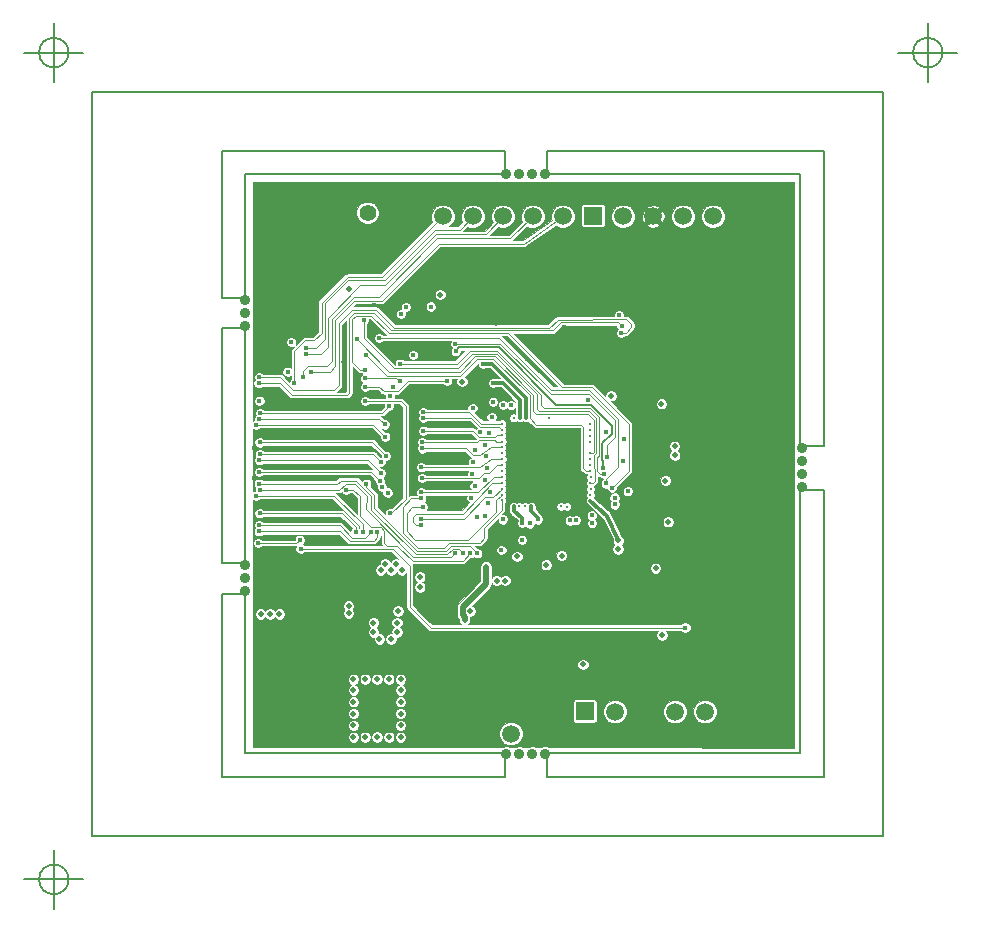
<source format=gbr>
G04 (created by PCBNEW-RS274X (2012-08-04 BZR 3667)-testing) date 10/19/2012 7:17:05 PM*
%MOIN*%
G04 Gerber Fmt 3.4, Leading zero omitted, Abs format*
%FSLAX34Y34*%
G01*
G70*
G90*
G04 APERTURE LIST*
%ADD10C,0.0017*%
%ADD11C,0.0059*%
%ADD12C,0.0077*%
%ADD13C,0.0195*%
%ADD14C,0.0157*%
%ADD15C,0.0354*%
%ADD16C,0.2165*%
%ADD17C,0.051*%
%ADD18C,0.055*%
%ADD19C,0.0597*%
%ADD20R,0.0597X0.0597*%
%ADD21C,0.0432*%
%ADD22C,0.0196*%
%ADD23C,0.0118*%
%ADD24C,0.0117*%
%ADD25C,0.0195*%
%ADD26C,0.0039*%
%ADD27C,0.0117*%
G04 APERTURE END LIST*
G54D10*
G54D11*
X41831Y-53937D02*
G75*
G03X41831Y-53937I-492J0D01*
G74*
G01*
X40355Y-53937D02*
X42323Y-53937D01*
X41339Y-52953D02*
X41339Y-54921D01*
X70964Y-26378D02*
G75*
G03X70964Y-26378I-492J0D01*
G74*
G01*
X69488Y-26378D02*
X71456Y-26378D01*
X70472Y-25394D02*
X70472Y-27362D01*
X41831Y-26378D02*
G75*
G03X41831Y-26378I-492J0D01*
G74*
G01*
X40355Y-26378D02*
X42323Y-26378D01*
X41339Y-25394D02*
X41339Y-27362D01*
G54D12*
X42606Y-52483D02*
X42606Y-27680D01*
X68983Y-52483D02*
X42606Y-52483D01*
X68983Y-27680D02*
X68983Y-52483D01*
X42606Y-27680D02*
X68983Y-27680D01*
X66228Y-30437D02*
X66228Y-39492D01*
X57764Y-30437D02*
X66228Y-30437D01*
X57764Y-29650D02*
X57764Y-30437D01*
X67016Y-29650D02*
X57764Y-29650D01*
X67016Y-39492D02*
X67016Y-29650D01*
X66228Y-39492D02*
X67016Y-39492D01*
X57764Y-50515D02*
X57764Y-49728D01*
X67016Y-50515D02*
X57764Y-50515D01*
X67016Y-40948D02*
X67016Y-50515D01*
X66228Y-40948D02*
X67016Y-40948D01*
X66228Y-49728D02*
X66228Y-40948D01*
X57764Y-49728D02*
X66228Y-49728D01*
X46936Y-50515D02*
X46936Y-44413D01*
X56386Y-50515D02*
X46936Y-50515D01*
X56386Y-49728D02*
X56386Y-50515D01*
X47724Y-49728D02*
X56386Y-49728D01*
X47724Y-44413D02*
X47724Y-49728D01*
X46936Y-44413D02*
X47724Y-44413D01*
X46936Y-43390D02*
X46936Y-35555D01*
X47724Y-43390D02*
X46936Y-43390D01*
X47724Y-35555D02*
X47724Y-43390D01*
X46936Y-35555D02*
X47724Y-35555D01*
X47724Y-30437D02*
X47724Y-34570D01*
X46936Y-34570D02*
X47724Y-34570D01*
X46936Y-29648D02*
X46936Y-34570D01*
X46936Y-29648D02*
X56384Y-29648D01*
X56384Y-29648D02*
X56384Y-30437D01*
X47724Y-30437D02*
X56384Y-30437D01*
G54D13*
X56102Y-43975D03*
G54D14*
X61013Y-44997D03*
X61363Y-45005D03*
X61158Y-45292D03*
X61386Y-35540D03*
X61024Y-35536D03*
X61024Y-35198D03*
X61394Y-35193D03*
X56791Y-43535D03*
X63583Y-34409D03*
G54D15*
X47725Y-34630D03*
X47725Y-35063D03*
X47725Y-35496D03*
X47725Y-44335D03*
X47725Y-43902D03*
X47725Y-43469D03*
X66268Y-39571D03*
X66268Y-40004D03*
X66268Y-40437D03*
X66268Y-40870D03*
G54D14*
X58185Y-40460D03*
X58185Y-40027D03*
X57968Y-40244D03*
X58401Y-40244D03*
X61129Y-38252D03*
X61011Y-37386D03*
X63553Y-36201D03*
X63571Y-36520D03*
X63571Y-36993D03*
X52273Y-32898D03*
X52272Y-33331D03*
X51445Y-33331D03*
X51446Y-32898D03*
X59398Y-33803D03*
X59005Y-33804D03*
X61367Y-33804D03*
X61760Y-33803D03*
X64005Y-31204D03*
X65736Y-31283D03*
X53610Y-30890D03*
X53059Y-30890D03*
X59791Y-30889D03*
X59201Y-30889D03*
X58571Y-30889D03*
X57901Y-30889D03*
X57311Y-30890D03*
X54240Y-30890D03*
X54831Y-30890D03*
X55461Y-30890D03*
X56130Y-30890D03*
X56721Y-30890D03*
X62783Y-30889D03*
X62193Y-30889D03*
X61563Y-30889D03*
X60893Y-30889D03*
X60382Y-30890D03*
X63335Y-30890D03*
X63846Y-30889D03*
X64516Y-30889D03*
X65146Y-30889D03*
X65736Y-30889D03*
X63127Y-32925D03*
X63138Y-33292D03*
X63600Y-33280D03*
X62655Y-33280D03*
X63453Y-32544D03*
X61484Y-32544D03*
X62065Y-32532D03*
X60894Y-32544D03*
X62744Y-32544D03*
X60658Y-33292D03*
X61120Y-33280D03*
X62065Y-33280D03*
X61603Y-33292D03*
X59752Y-33292D03*
X60214Y-33280D03*
X55953Y-33291D03*
X55312Y-33271D03*
X60343Y-32544D03*
X59269Y-33280D03*
X56465Y-33291D03*
X56965Y-33280D03*
X54289Y-33271D03*
X54762Y-33271D03*
X58807Y-33292D03*
X57410Y-33291D03*
X50618Y-30929D03*
X50895Y-32898D03*
X50894Y-33331D03*
X49281Y-33527D03*
X50028Y-30929D03*
X49950Y-33567D03*
X49398Y-30929D03*
X48728Y-30929D03*
X48256Y-35103D03*
X48650Y-35102D03*
X48650Y-34552D03*
X48256Y-34552D03*
X48256Y-33410D03*
X48650Y-33410D03*
X48650Y-33961D03*
X48256Y-33961D03*
X48255Y-32898D03*
X48255Y-32504D03*
X48255Y-32032D03*
X48255Y-31520D03*
X48256Y-30929D03*
X52627Y-36166D03*
X51995Y-39173D03*
X51680Y-39173D03*
X51365Y-39173D03*
X51010Y-39212D03*
X51004Y-38953D03*
X51012Y-39551D03*
X51012Y-40181D03*
X55718Y-42968D03*
X55450Y-43472D03*
X54248Y-41252D03*
X53937Y-41520D03*
X53925Y-41248D03*
X52413Y-41387D03*
X51196Y-41394D03*
X63602Y-33632D03*
X63612Y-33967D03*
X64016Y-36220D03*
X64043Y-36559D03*
X64035Y-34409D03*
X64043Y-34039D03*
X65462Y-33764D03*
X65776Y-33764D03*
X65146Y-33764D03*
X64832Y-33764D03*
X64202Y-33764D03*
X64516Y-33764D03*
X64516Y-36835D03*
X64202Y-36835D03*
X64832Y-36835D03*
X65146Y-36835D03*
X65776Y-36835D03*
X65462Y-36835D03*
X65697Y-42268D03*
X65696Y-41677D03*
X65696Y-41087D03*
X65696Y-40535D03*
X65697Y-37977D03*
X65697Y-38646D03*
X65697Y-39906D03*
X63570Y-40024D03*
X63570Y-39591D03*
X63571Y-39079D03*
X63571Y-38528D03*
X63571Y-37977D03*
X63570Y-42937D03*
X63570Y-40535D03*
X63570Y-41087D03*
X63570Y-41677D03*
X63571Y-42268D03*
X63137Y-42584D03*
X63138Y-42230D03*
X63138Y-39867D03*
X63137Y-40221D03*
X63136Y-37859D03*
X63137Y-37505D03*
X62626Y-36717D03*
X62626Y-36205D03*
X62626Y-35772D03*
X62626Y-37229D03*
X62626Y-37858D03*
X63571Y-37504D03*
X62114Y-38488D03*
X62665Y-38488D03*
X62114Y-37858D03*
X62114Y-37229D03*
X61169Y-44473D03*
X61721Y-43882D03*
X61681Y-44355D03*
X62274Y-40728D03*
X62271Y-41166D03*
X62271Y-41756D03*
X62271Y-42307D03*
X62271Y-44315D03*
X62272Y-43646D03*
X62271Y-42937D03*
X62704Y-42307D03*
X62704Y-41756D03*
X62704Y-41166D03*
X62697Y-40728D03*
X62704Y-42937D03*
X62705Y-43646D03*
X62704Y-44315D03*
X58618Y-40460D03*
X57752Y-40460D03*
X57319Y-40460D03*
X56886Y-40460D03*
X56669Y-40677D03*
X57102Y-40677D03*
X57539Y-40677D03*
X57968Y-40677D03*
X58401Y-40677D03*
X58834Y-40677D03*
X58834Y-41110D03*
X58401Y-41110D03*
X57968Y-41110D03*
X57539Y-41110D03*
X57102Y-41110D03*
X56669Y-41110D03*
X56886Y-40893D03*
X57319Y-40893D03*
X58185Y-40893D03*
X57752Y-40893D03*
X58618Y-40893D03*
X58618Y-40027D03*
X57752Y-40027D03*
X57319Y-40027D03*
X56886Y-40027D03*
X56669Y-40244D03*
X57102Y-40244D03*
X57539Y-40244D03*
X58834Y-40244D03*
X58834Y-39811D03*
X58401Y-39811D03*
X57968Y-39811D03*
X57539Y-39811D03*
X57102Y-39811D03*
X56669Y-39811D03*
X56886Y-39594D03*
X57319Y-39594D03*
X58185Y-39594D03*
X57752Y-39594D03*
X58618Y-39594D03*
X58618Y-39161D03*
X57752Y-39161D03*
X58185Y-39161D03*
X57319Y-39161D03*
X56886Y-39161D03*
X56669Y-39378D03*
X57102Y-39378D03*
X57539Y-39378D03*
X57968Y-39378D03*
X58401Y-39378D03*
X58834Y-39378D03*
X58834Y-38945D03*
X58401Y-38945D03*
X57968Y-38945D03*
X57539Y-38945D03*
X57102Y-38945D03*
X56669Y-38945D03*
X64055Y-43533D03*
X64045Y-43858D03*
X64555Y-43282D03*
X64241Y-43282D03*
X64871Y-43282D03*
X65185Y-43282D03*
X65815Y-43282D03*
X65501Y-43282D03*
X65510Y-46353D03*
X65824Y-46353D03*
X65194Y-46353D03*
X64880Y-46353D03*
X64065Y-46083D03*
X64035Y-45758D03*
X63514Y-46358D03*
X64250Y-46353D03*
X64564Y-46353D03*
X63553Y-43435D03*
X63553Y-43907D03*
X63494Y-45856D03*
X60472Y-44461D03*
X57598Y-45152D03*
X57598Y-44837D03*
X56249Y-44866D03*
X55658Y-44866D03*
X54516Y-38173D03*
X54516Y-37858D03*
X54005Y-37858D03*
X55028Y-44236D03*
X54162Y-43488D03*
X54756Y-43909D03*
X65736Y-47032D03*
X64319Y-49355D03*
X65736Y-49355D03*
X65106Y-49355D03*
X60622Y-47855D03*
X62889Y-49028D03*
X62889Y-49343D03*
X63480Y-49343D03*
X63480Y-49028D03*
X60566Y-49028D03*
X60566Y-49343D03*
X61118Y-49343D03*
X61118Y-49028D03*
X62260Y-49028D03*
X62260Y-49343D03*
X61709Y-49343D03*
X61709Y-49028D03*
X59465Y-49028D03*
X59465Y-49343D03*
X60016Y-49343D03*
X60016Y-49028D03*
X58914Y-49028D03*
X58914Y-49343D03*
X58323Y-49343D03*
X58323Y-49028D03*
X58335Y-48567D03*
X63138Y-46953D03*
X62587Y-46953D03*
X61012Y-46941D03*
X62004Y-46957D03*
X58465Y-46850D03*
X58099Y-46835D03*
X57547Y-46835D03*
X56996Y-46835D03*
X56484Y-46835D03*
X56012Y-46835D03*
X53932Y-47357D03*
X59417Y-46406D03*
X61760Y-46284D03*
X61406Y-46284D03*
X56642Y-46284D03*
X56996Y-46284D03*
X52378Y-46382D03*
X52031Y-46382D03*
X50539Y-46873D03*
X49870Y-46676D03*
X49240Y-46755D03*
X48295Y-45968D03*
X48689Y-45968D03*
X48689Y-45496D03*
X48295Y-45496D03*
X48295Y-46441D03*
X48689Y-46441D03*
X48689Y-46913D03*
X48295Y-46913D03*
X48295Y-47386D03*
X48295Y-47937D03*
X48295Y-48449D03*
X48295Y-48921D03*
X48295Y-49315D03*
X48965Y-49315D03*
X49673Y-49315D03*
X50382Y-49315D03*
G54D13*
X48861Y-45087D03*
X48546Y-45087D03*
X48231Y-45087D03*
X52389Y-43424D03*
X52744Y-43424D03*
X52941Y-43620D03*
X52586Y-43621D03*
X52782Y-45375D03*
X52782Y-45690D03*
X52584Y-45927D03*
X52190Y-45927D03*
X51994Y-45690D03*
X51994Y-45375D03*
G54D16*
X49752Y-32228D03*
X64791Y-32228D03*
X64791Y-47975D03*
X49752Y-47975D03*
G54D13*
X56378Y-43975D03*
X52232Y-43621D03*
X52112Y-49195D03*
X51720Y-49197D03*
X52507Y-49197D03*
X51325Y-49197D03*
X52902Y-49197D03*
X51325Y-48802D03*
X51325Y-48410D03*
X51325Y-48015D03*
X51325Y-47622D03*
X51325Y-47267D03*
X51720Y-47267D03*
X52114Y-47267D03*
X52507Y-47267D03*
X52900Y-47267D03*
X52900Y-47622D03*
X52900Y-48015D03*
X52900Y-48410D03*
X52900Y-48802D03*
G54D15*
X56426Y-49768D03*
X56859Y-49768D03*
X57292Y-49768D03*
X57726Y-49768D03*
X56425Y-30437D03*
X56858Y-30437D03*
X57291Y-30437D03*
X57725Y-30437D03*
G54D13*
X54516Y-48607D03*
X54831Y-48607D03*
X55146Y-48607D03*
X55461Y-48607D03*
X59419Y-47520D03*
X60512Y-47510D03*
X62312Y-47426D03*
X63336Y-47426D03*
G54D17*
X51299Y-32217D03*
X52299Y-32217D03*
X52299Y-31217D03*
X51299Y-31217D03*
G54D18*
X51799Y-31717D03*
G54D19*
X58307Y-31834D03*
X57307Y-31834D03*
X56307Y-31834D03*
X55307Y-31834D03*
G54D20*
X53307Y-31814D03*
G54D19*
X54307Y-31834D03*
G54D20*
X57576Y-49079D03*
G54D19*
X56576Y-49079D03*
G54D21*
X49554Y-45454D03*
X49554Y-35062D03*
G54D19*
X63314Y-31834D03*
X62314Y-31834D03*
X61314Y-31834D03*
G54D20*
X59314Y-31814D03*
G54D19*
X60314Y-31834D03*
X63043Y-48350D03*
X62043Y-48350D03*
X61043Y-48350D03*
G54D20*
X59043Y-48330D03*
G54D19*
X60043Y-48350D03*
G54D13*
X56783Y-43173D03*
X61728Y-40646D03*
X61398Y-43563D03*
X61821Y-42018D03*
X61594Y-38083D03*
X55748Y-43512D03*
X55032Y-45276D03*
X58976Y-46772D03*
G54D14*
X60177Y-35130D03*
G54D13*
X54949Y-37343D03*
G54D14*
X52646Y-37508D03*
G54D13*
X54221Y-34441D03*
X51169Y-34244D03*
X57756Y-43449D03*
G54D14*
X56949Y-42618D03*
G54D13*
X58264Y-43146D03*
X61614Y-45787D03*
X60142Y-42921D03*
G54D14*
X55299Y-38228D03*
G54D13*
X62039Y-39803D03*
X59910Y-37815D03*
X62036Y-39500D03*
G54D14*
X49256Y-36028D03*
X53323Y-36453D03*
G54D13*
X58002Y-47500D03*
G54D14*
X59961Y-44311D03*
X58626Y-44390D03*
X58413Y-43508D03*
X60205Y-43484D03*
X61614Y-45291D03*
X60531Y-45295D03*
X59882Y-37386D03*
X58256Y-36228D03*
X57106Y-36587D03*
G54D13*
X58616Y-45230D03*
G54D14*
X61102Y-40835D03*
G54D13*
X57668Y-44518D03*
G54D14*
X52012Y-34799D03*
G54D13*
X50921Y-43799D03*
X51012Y-36701D03*
G54D14*
X48154Y-36225D03*
X48154Y-35831D03*
G54D13*
X48158Y-36717D03*
X48150Y-39079D03*
X48189Y-41437D03*
G54D14*
X48032Y-37599D03*
X48047Y-38189D03*
X48024Y-39571D03*
X48028Y-40551D03*
X48032Y-41933D03*
X48032Y-42918D03*
X48197Y-43508D03*
G54D13*
X48138Y-43807D03*
G54D14*
X61264Y-40071D03*
X54457Y-43477D03*
G54D13*
X53465Y-45815D03*
G54D14*
X54579Y-44225D03*
G54D13*
X54268Y-46508D03*
G54D14*
X48102Y-44492D03*
X50921Y-44492D03*
X60441Y-34681D03*
G54D13*
X57984Y-48284D03*
G54D14*
X61957Y-34823D03*
X60906Y-36260D03*
X61957Y-35933D03*
X62154Y-36559D03*
X61228Y-42177D03*
X60882Y-38087D03*
X60780Y-39406D03*
X59350Y-37213D03*
G54D22*
X56091Y-35378D03*
X55579Y-35130D03*
G54D14*
X59508Y-36051D03*
X59650Y-35925D03*
X57094Y-35291D03*
X58354Y-35528D03*
X58370Y-36783D03*
X48165Y-37402D03*
X60266Y-35482D03*
X48193Y-37205D03*
X60246Y-35719D03*
X49132Y-37012D03*
X49565Y-42918D03*
X62392Y-45541D03*
G54D13*
X55217Y-44988D03*
G54D14*
X60030Y-41211D03*
G54D23*
X59228Y-39933D03*
G54D14*
X56957Y-42059D03*
G54D23*
X56665Y-41504D03*
G54D14*
X60319Y-39984D03*
G54D23*
X56866Y-38555D03*
G54D14*
X55981Y-37386D03*
G54D23*
X59228Y-38752D03*
G54D13*
X52811Y-44992D03*
X53539Y-43862D03*
X53539Y-44197D03*
G54D23*
X59228Y-41114D03*
G54D14*
X60039Y-41437D03*
X55638Y-36756D03*
G54D23*
X57063Y-38555D03*
G54D14*
X59272Y-41807D03*
X59748Y-39020D03*
G54D23*
X58240Y-41504D03*
X59225Y-39146D03*
X59228Y-38949D03*
X59228Y-40130D03*
X57847Y-38555D03*
G54D14*
X59150Y-37972D03*
G54D23*
X57059Y-41504D03*
G54D14*
X55933Y-38528D03*
G54D24*
X56276Y-39736D03*
X56276Y-40327D03*
G54D14*
X56260Y-42953D03*
G54D23*
X56858Y-41504D03*
G54D13*
X60154Y-42638D03*
G54D23*
X59228Y-41311D03*
G54D14*
X55394Y-39638D03*
X53650Y-41536D03*
G54D23*
X56276Y-41110D03*
G54D14*
X53583Y-40201D03*
G54D23*
X56280Y-39933D03*
G54D14*
X55831Y-39047D03*
G54D23*
X56276Y-40914D03*
G54D14*
X53579Y-41925D03*
X53602Y-40559D03*
G54D23*
X56276Y-40130D03*
G54D14*
X55303Y-40032D03*
X53662Y-38355D03*
G54D23*
X56276Y-38748D03*
G54D14*
X55709Y-39445D03*
X52193Y-35890D03*
X59740Y-40740D03*
X54453Y-37319D03*
X51721Y-37508D03*
X54721Y-36075D03*
X59787Y-39870D03*
X55555Y-39028D03*
X53662Y-38555D03*
G54D23*
X56276Y-38945D03*
G54D14*
X53610Y-39571D03*
G54D23*
X56276Y-39540D03*
G54D14*
X53626Y-39370D03*
G54D23*
X56280Y-39343D03*
G54D14*
X53579Y-42122D03*
G54D23*
X56276Y-40717D03*
G54D14*
X55772Y-40232D03*
X55890Y-41016D03*
X55260Y-41209D03*
X55815Y-41406D03*
X55445Y-41846D03*
X56303Y-41937D03*
X53650Y-38981D03*
G54D23*
X56276Y-39138D03*
G54D14*
X53587Y-41040D03*
G54D23*
X56276Y-40524D03*
G54D14*
X55288Y-40421D03*
X55701Y-40618D03*
X55366Y-40819D03*
X55705Y-41839D03*
G54D23*
X59228Y-40327D03*
G54D14*
X51732Y-36461D03*
G54D23*
X56276Y-41307D03*
G54D14*
X53591Y-41236D03*
X59951Y-40876D03*
X51728Y-36957D03*
G54D23*
X59232Y-40524D03*
G54D14*
X52870Y-37327D03*
X51728Y-37240D03*
X52870Y-36752D03*
X59669Y-40425D03*
X55736Y-39831D03*
X53906Y-34843D03*
X48193Y-37984D03*
X52906Y-35095D03*
X52543Y-37827D03*
X57205Y-42071D03*
X60473Y-41000D03*
G54D23*
X59232Y-40918D03*
G54D14*
X60339Y-39244D03*
G54D23*
X59228Y-39343D03*
X57252Y-41504D03*
G54D14*
X57465Y-41937D03*
X59646Y-40225D03*
X54736Y-36331D03*
X49354Y-37402D03*
X53071Y-34862D03*
X52276Y-40847D03*
X52248Y-40394D03*
X48185Y-39965D03*
X48221Y-38386D03*
X52516Y-38162D03*
X48201Y-39768D03*
X52232Y-40016D03*
X48197Y-39370D03*
X52402Y-39815D03*
X48079Y-38783D03*
X52386Y-39181D03*
X48193Y-38591D03*
X52366Y-38772D03*
G54D23*
X59228Y-39732D03*
G54D14*
X51445Y-35929D03*
X52213Y-40654D03*
X48181Y-40355D03*
X55984Y-38016D03*
X56319Y-38122D03*
X56575Y-38130D03*
G54D23*
X56669Y-38555D03*
G54D14*
X49744Y-36425D03*
X49634Y-37205D03*
X49917Y-37012D03*
X49748Y-36225D03*
X51717Y-37992D03*
X52535Y-41732D03*
X48173Y-42331D03*
X52118Y-42354D03*
X54984Y-43063D03*
X48173Y-40748D03*
X55453Y-43067D03*
X51752Y-40748D03*
X48181Y-42130D03*
X51917Y-42355D03*
X48197Y-41732D03*
X51398Y-42355D03*
X48075Y-41142D03*
X51638Y-42355D03*
X48201Y-40949D03*
X54721Y-43055D03*
X51091Y-40949D03*
X55225Y-43067D03*
G54D23*
X59228Y-40721D03*
G54D14*
X51669Y-35288D03*
G54D23*
X58437Y-41508D03*
G54D14*
X58536Y-41973D03*
X59281Y-42067D03*
X58740Y-41969D03*
X52465Y-41043D03*
X49535Y-42618D03*
X48154Y-42725D03*
G54D13*
X51169Y-44827D03*
X51169Y-45063D03*
G54D25*
X55032Y-45276D02*
X55032Y-45197D01*
X55748Y-44079D02*
X55748Y-43512D01*
X54965Y-44862D02*
X55748Y-44079D01*
X54965Y-45130D02*
X54965Y-44862D01*
X55032Y-45197D02*
X54965Y-45130D01*
G54D26*
X48165Y-37402D02*
X48887Y-37402D01*
X60148Y-35364D02*
X60266Y-35482D01*
X58236Y-35362D02*
X60148Y-35364D01*
X57965Y-35638D02*
X58236Y-35362D01*
X52594Y-35634D02*
X57965Y-35638D01*
X52000Y-35043D02*
X52594Y-35634D01*
X51355Y-35043D02*
X52000Y-35043D01*
X51185Y-35213D02*
X51355Y-35043D01*
X51185Y-37708D02*
X51185Y-35213D01*
X51098Y-37795D02*
X51185Y-37708D01*
X49280Y-37795D02*
X51098Y-37795D01*
X48887Y-37402D02*
X49280Y-37795D01*
X48193Y-37205D02*
X48894Y-37205D01*
X60413Y-35719D02*
X60246Y-35719D01*
X60587Y-35539D02*
X60413Y-35719D01*
X60587Y-35430D02*
X60587Y-35539D01*
X60429Y-35272D02*
X60587Y-35430D01*
X58134Y-35274D02*
X60429Y-35272D01*
X57852Y-35547D02*
X58134Y-35274D01*
X52681Y-35547D02*
X57852Y-35547D01*
X52083Y-34949D02*
X52681Y-35547D01*
X51291Y-34949D02*
X52083Y-34949D01*
X50843Y-35397D02*
X51291Y-34949D01*
X50843Y-37472D02*
X50843Y-35397D01*
X50677Y-37638D02*
X50843Y-37472D01*
X49327Y-37638D02*
X50677Y-37638D01*
X48894Y-37205D02*
X49327Y-37638D01*
X49565Y-42918D02*
X52642Y-42918D01*
X53899Y-45541D02*
X62392Y-45541D01*
X53201Y-44843D02*
X53899Y-45541D01*
X53201Y-43477D02*
X53201Y-44843D01*
X52642Y-42918D02*
X53201Y-43477D01*
G54D27*
X56957Y-42059D02*
X56961Y-41878D01*
X56665Y-41654D02*
X56665Y-41504D01*
X56961Y-41878D02*
X56665Y-41654D01*
X55981Y-37386D02*
X56303Y-37386D01*
X56866Y-37949D02*
X56866Y-38555D01*
X56303Y-37386D02*
X56866Y-37949D01*
X55638Y-36756D02*
X55941Y-36756D01*
X55941Y-36756D02*
X57063Y-37878D01*
X57063Y-37878D02*
X57063Y-38555D01*
X60154Y-42638D02*
X59776Y-41823D01*
X59776Y-41823D02*
X59228Y-41311D01*
G54D26*
X53650Y-41536D02*
X53295Y-41536D01*
X56075Y-41307D02*
X56276Y-41110D01*
X56075Y-41693D02*
X56075Y-41622D01*
X56075Y-41622D02*
X56075Y-41307D01*
X55146Y-42630D02*
X56075Y-41693D01*
X53395Y-42630D02*
X55146Y-42630D01*
X53102Y-42337D02*
X53395Y-42630D01*
X53102Y-41729D02*
X53102Y-42337D01*
X53295Y-41536D02*
X53102Y-41729D01*
X53583Y-40201D02*
X55547Y-40205D01*
X55913Y-39933D02*
X56280Y-39933D01*
X55547Y-40205D02*
X55913Y-39933D01*
X53579Y-41925D02*
X55000Y-41925D01*
X55989Y-41201D02*
X56276Y-40914D01*
X55724Y-41201D02*
X55989Y-41201D01*
X55000Y-41925D02*
X55724Y-41201D01*
X53602Y-40559D02*
X55505Y-40559D01*
X56118Y-40130D02*
X56276Y-40130D01*
X55854Y-40394D02*
X56118Y-40130D01*
X55670Y-40394D02*
X55854Y-40394D01*
X55505Y-40559D02*
X55670Y-40394D01*
X53662Y-38355D02*
X55194Y-38355D01*
X55587Y-38748D02*
X56276Y-38748D01*
X55194Y-38355D02*
X55587Y-38748D01*
X59740Y-40740D02*
X59740Y-40607D01*
X56193Y-35890D02*
X52193Y-35890D01*
X57917Y-37614D02*
X56193Y-35890D01*
X59185Y-37614D02*
X57917Y-37614D01*
X60161Y-38590D02*
X59185Y-37614D01*
X60161Y-40186D02*
X60161Y-38590D01*
X59740Y-40607D02*
X60161Y-40186D01*
X59787Y-39870D02*
X59787Y-39445D01*
X52178Y-37508D02*
X52336Y-37666D01*
X52336Y-37666D02*
X52799Y-37666D01*
X52799Y-37666D02*
X53146Y-37319D01*
X53146Y-37319D02*
X54453Y-37319D01*
X51721Y-37508D02*
X52178Y-37508D01*
X56217Y-36075D02*
X54721Y-36075D01*
X57902Y-37760D02*
X56217Y-36075D01*
X59193Y-37760D02*
X57902Y-37760D01*
X60051Y-38618D02*
X59193Y-37760D01*
X60051Y-39181D02*
X60051Y-38618D01*
X59787Y-39445D02*
X60051Y-39181D01*
X53662Y-38555D02*
X55244Y-38555D01*
X55539Y-38843D02*
X56173Y-38843D01*
X56173Y-38843D02*
X56276Y-38945D01*
X55244Y-38555D02*
X55539Y-38843D01*
X53610Y-39571D02*
X55086Y-39571D01*
X55913Y-39540D02*
X56276Y-39540D01*
X55555Y-39783D02*
X55913Y-39540D01*
X55299Y-39784D02*
X55555Y-39783D01*
X55086Y-39571D02*
X55299Y-39784D01*
X53626Y-39370D02*
X55449Y-39366D01*
X56083Y-39343D02*
X56280Y-39343D01*
X56032Y-39292D02*
X56083Y-39343D01*
X55524Y-39291D02*
X56032Y-39292D01*
X55449Y-39366D02*
X55524Y-39291D01*
X53579Y-42122D02*
X53401Y-42122D01*
X55945Y-40717D02*
X56276Y-40717D01*
X54984Y-41744D02*
X55945Y-40717D01*
X53421Y-41744D02*
X54984Y-41744D01*
X53307Y-41858D02*
X53421Y-41744D01*
X53307Y-42028D02*
X53307Y-41858D01*
X53401Y-42122D02*
X53307Y-42028D01*
X53650Y-38981D02*
X55308Y-38981D01*
X56111Y-39138D02*
X56276Y-39138D01*
X56048Y-39201D02*
X56111Y-39138D01*
X55528Y-39201D02*
X56048Y-39201D01*
X55308Y-38981D02*
X55528Y-39201D01*
X53587Y-41040D02*
X55488Y-41040D01*
X56004Y-40524D02*
X56276Y-40524D01*
X55488Y-41040D02*
X56004Y-40524D01*
X59228Y-40327D02*
X59087Y-40327D01*
X54894Y-37161D02*
X52433Y-37161D01*
X52433Y-37161D02*
X51732Y-36461D01*
X55988Y-36594D02*
X55461Y-36594D01*
X55461Y-36594D02*
X54894Y-37161D01*
X57197Y-37803D02*
X55988Y-36594D01*
X57197Y-38563D02*
X57197Y-37803D01*
X57421Y-38787D02*
X57197Y-38563D01*
X58906Y-38787D02*
X57421Y-38787D01*
X58992Y-38873D02*
X58906Y-38787D01*
X58992Y-40232D02*
X58992Y-38873D01*
X59087Y-40327D02*
X58992Y-40232D01*
X53261Y-41236D02*
X52972Y-41528D01*
X52972Y-41528D02*
X52972Y-42398D01*
X52972Y-42398D02*
X53469Y-42898D01*
X53469Y-42898D02*
X54335Y-42898D01*
X54335Y-42898D02*
X54508Y-42724D01*
X54508Y-42724D02*
X55535Y-42721D01*
X55535Y-42721D02*
X55689Y-42567D01*
X53591Y-41236D02*
X53261Y-41236D01*
X55689Y-42567D02*
X55689Y-42209D01*
X55689Y-42209D02*
X56280Y-41618D01*
X56280Y-41618D02*
X56276Y-41307D01*
X51555Y-36961D02*
X51287Y-36693D01*
X51287Y-36693D02*
X51287Y-35263D01*
X51287Y-35263D02*
X51429Y-35142D01*
X51429Y-35142D02*
X51921Y-35142D01*
X51921Y-35142D02*
X52499Y-35720D01*
X52499Y-35720D02*
X56480Y-35720D01*
X56480Y-35720D02*
X58284Y-37524D01*
X58284Y-37524D02*
X59276Y-37524D01*
X59276Y-37524D02*
X60508Y-38756D01*
X60508Y-38756D02*
X60512Y-40315D01*
X60512Y-40315D02*
X59951Y-40876D01*
X51555Y-36961D02*
X51728Y-36957D01*
X52870Y-36752D02*
X54768Y-36752D01*
X52732Y-37240D02*
X52870Y-37327D01*
X51728Y-37240D02*
X52732Y-37240D01*
X59547Y-40425D02*
X59669Y-40425D01*
X59453Y-40327D02*
X59547Y-40425D01*
X59453Y-39870D02*
X59453Y-40327D01*
X59512Y-39811D02*
X59453Y-39870D01*
X59512Y-38531D02*
X59512Y-39811D01*
X59220Y-38240D02*
X59512Y-38531D01*
X57683Y-38240D02*
X59220Y-38240D01*
X57583Y-38140D02*
X57683Y-38240D01*
X57583Y-37788D02*
X57583Y-38140D01*
X56118Y-36323D02*
X57583Y-37788D01*
X55197Y-36323D02*
X56118Y-36323D01*
X54768Y-36752D02*
X55197Y-36323D01*
G54D27*
X57465Y-41882D02*
X57252Y-41669D01*
X57252Y-41669D02*
X57252Y-41504D01*
X57465Y-41937D02*
X57465Y-41882D01*
G54D12*
X59646Y-40225D02*
X59646Y-39977D01*
X54862Y-36205D02*
X54736Y-36331D01*
X56166Y-36205D02*
X54862Y-36205D01*
X58095Y-38134D02*
X56166Y-36205D01*
X59260Y-38134D02*
X58095Y-38134D01*
X59949Y-38823D02*
X59260Y-38134D01*
X59949Y-39074D02*
X59949Y-38823D01*
X59622Y-39401D02*
X59949Y-39074D01*
X59622Y-39953D02*
X59622Y-39401D01*
X59646Y-39977D02*
X59622Y-39953D01*
G54D26*
X49354Y-37402D02*
X49354Y-36324D01*
X52291Y-33850D02*
X54307Y-31834D01*
X51130Y-33850D02*
X52291Y-33850D01*
X50264Y-34716D02*
X51130Y-33850D01*
X50264Y-35732D02*
X50264Y-34716D01*
X50027Y-35969D02*
X50264Y-35732D01*
X49709Y-35969D02*
X50027Y-35969D01*
X49354Y-36324D02*
X49709Y-35969D01*
X48185Y-39965D02*
X51819Y-39965D01*
X51819Y-39965D02*
X52248Y-40394D01*
X48221Y-38386D02*
X52292Y-38386D01*
X52292Y-38386D02*
X52516Y-38162D01*
X48201Y-39768D02*
X51984Y-39768D01*
X51984Y-39768D02*
X52232Y-40016D01*
X48197Y-39370D02*
X51957Y-39370D01*
X51957Y-39370D02*
X52402Y-39815D01*
X48079Y-38783D02*
X51989Y-38784D01*
X51989Y-38784D02*
X52386Y-39181D01*
X48193Y-38591D02*
X52185Y-38591D01*
X52185Y-38591D02*
X52366Y-38772D01*
X59228Y-39732D02*
X59299Y-39732D01*
X52524Y-37008D02*
X51445Y-35929D01*
X54873Y-37008D02*
X52524Y-37008D01*
X55377Y-36504D02*
X54873Y-37008D01*
X56039Y-36504D02*
X55377Y-36504D01*
X57319Y-37784D02*
X56039Y-36504D01*
X57319Y-38331D02*
X57319Y-37784D01*
X57421Y-38433D02*
X57319Y-38331D01*
X59149Y-38433D02*
X57421Y-38433D01*
X59350Y-38638D02*
X59149Y-38433D01*
X59350Y-39681D02*
X59350Y-38638D01*
X59299Y-39732D02*
X59350Y-39681D01*
X48181Y-40355D02*
X51914Y-40355D01*
X51914Y-40355D02*
X52213Y-40654D01*
X49744Y-36425D02*
X50248Y-36425D01*
X52385Y-34121D02*
X54094Y-32421D01*
X54094Y-32421D02*
X55758Y-32421D01*
X55758Y-32421D02*
X56307Y-31834D01*
X51545Y-34123D02*
X52385Y-34121D01*
X50484Y-35213D02*
X51545Y-34123D01*
X50484Y-36189D02*
X50484Y-35213D01*
X50248Y-36425D02*
X50484Y-36189D01*
X49634Y-37205D02*
X49634Y-36995D01*
X56555Y-32569D02*
X57307Y-31834D01*
X54124Y-32569D02*
X56555Y-32569D01*
X52165Y-34528D02*
X54124Y-32569D01*
X51335Y-34528D02*
X52165Y-34528D01*
X50606Y-35257D02*
X51335Y-34528D01*
X50606Y-36650D02*
X50606Y-35257D01*
X50433Y-36823D02*
X50606Y-36650D01*
X49806Y-36823D02*
X50433Y-36823D01*
X49634Y-36995D02*
X49806Y-36823D01*
X49917Y-37012D02*
X50531Y-37012D01*
X52283Y-34656D02*
X54193Y-32746D01*
X54193Y-32746D02*
X57028Y-32746D01*
X57028Y-32746D02*
X58307Y-31834D01*
X51358Y-34661D02*
X52283Y-34656D01*
X50713Y-35306D02*
X51358Y-34661D01*
X50713Y-36830D02*
X50713Y-35306D01*
X50531Y-37012D02*
X50713Y-36830D01*
X49748Y-36225D02*
X50086Y-36225D01*
X52366Y-33965D02*
X54055Y-32276D01*
X54055Y-32276D02*
X54866Y-32276D01*
X54866Y-32276D02*
X55307Y-31834D01*
X51149Y-33965D02*
X52366Y-33965D01*
X50386Y-34728D02*
X51149Y-33965D01*
X50386Y-35925D02*
X50386Y-34728D01*
X50086Y-36225D02*
X50386Y-35925D01*
X52898Y-37992D02*
X51717Y-37992D01*
X53063Y-38157D02*
X52898Y-37992D01*
X53063Y-41260D02*
X53063Y-38157D01*
X52591Y-41732D02*
X53063Y-41260D01*
X52535Y-41732D02*
X52591Y-41732D01*
X48173Y-42331D02*
X50886Y-42331D01*
X52118Y-42528D02*
X52118Y-42354D01*
X52004Y-42642D02*
X52118Y-42528D01*
X51197Y-42642D02*
X52004Y-42642D01*
X50886Y-42331D02*
X51197Y-42642D01*
X48173Y-40748D02*
X50792Y-40748D01*
X54834Y-42913D02*
X54984Y-43063D01*
X54631Y-42913D02*
X54834Y-42913D01*
X54461Y-43083D02*
X54631Y-42913D01*
X53410Y-43083D02*
X54461Y-43083D01*
X51921Y-41610D02*
X53410Y-43083D01*
X51921Y-41146D02*
X51921Y-41610D01*
X51422Y-40642D02*
X51921Y-41146D01*
X50898Y-40642D02*
X51422Y-40642D01*
X50792Y-40748D02*
X50898Y-40642D01*
X51752Y-40748D02*
X51752Y-40854D01*
X55201Y-42815D02*
X55453Y-43067D01*
X54579Y-42815D02*
X55201Y-42815D01*
X54410Y-42984D02*
X54579Y-42815D01*
X53441Y-42984D02*
X54410Y-42984D01*
X52028Y-41571D02*
X53441Y-42984D01*
X52028Y-41130D02*
X52028Y-41571D01*
X51752Y-40854D02*
X52028Y-41130D01*
X48181Y-42130D02*
X50871Y-42130D01*
X51725Y-42547D02*
X51917Y-42355D01*
X51288Y-42547D02*
X51725Y-42547D01*
X50871Y-42130D02*
X51288Y-42547D01*
X48197Y-41732D02*
X50941Y-41732D01*
X51398Y-42189D02*
X51398Y-42355D01*
X50941Y-41732D02*
X51398Y-42189D01*
X48075Y-41142D02*
X50673Y-41142D01*
X51638Y-42107D02*
X51638Y-42355D01*
X50673Y-41142D02*
X51638Y-42107D01*
X48201Y-40949D02*
X50862Y-40949D01*
X54571Y-43205D02*
X54721Y-43055D01*
X53323Y-43205D02*
X54571Y-43205D01*
X51760Y-41587D02*
X53323Y-43205D01*
X51764Y-41146D02*
X51760Y-41587D01*
X51366Y-40744D02*
X51764Y-41146D01*
X51067Y-40744D02*
X51366Y-40744D01*
X50862Y-40949D02*
X51067Y-40744D01*
X51091Y-40949D02*
X51323Y-40949D01*
X54969Y-43323D02*
X55225Y-43067D01*
X53304Y-43323D02*
X54969Y-43323D01*
X52796Y-42815D02*
X53304Y-43323D01*
X52457Y-42815D02*
X52796Y-42815D01*
X52350Y-42708D02*
X52457Y-42815D01*
X52350Y-42315D02*
X52350Y-42708D01*
X52236Y-42201D02*
X52350Y-42315D01*
X51926Y-42201D02*
X52236Y-42201D01*
X51547Y-41822D02*
X51926Y-42201D01*
X51547Y-41173D02*
X51547Y-41822D01*
X51323Y-40949D02*
X51547Y-41173D01*
X59228Y-40721D02*
X59303Y-40718D01*
X51669Y-35902D02*
X51669Y-35288D01*
X52669Y-36902D02*
X51669Y-35902D01*
X54802Y-36902D02*
X52669Y-36902D01*
X55283Y-36421D02*
X54802Y-36902D01*
X56102Y-36421D02*
X55283Y-36421D01*
X57441Y-37760D02*
X56102Y-36421D01*
X57441Y-38252D02*
X57441Y-37760D01*
X57520Y-38331D02*
X57441Y-38252D01*
X59193Y-38331D02*
X57520Y-38331D01*
X59429Y-38571D02*
X59193Y-38331D01*
X59429Y-39728D02*
X59429Y-38571D01*
X59362Y-39795D02*
X59429Y-39728D01*
X59364Y-40659D02*
X59362Y-39795D01*
X59303Y-40718D02*
X59364Y-40659D01*
X49428Y-42725D02*
X49535Y-42618D01*
X48154Y-42725D02*
X49428Y-42725D01*
G54D10*
G36*
X51073Y-37662D02*
X51052Y-37683D01*
X50790Y-37683D01*
X50922Y-37552D01*
X50922Y-37551D01*
X50946Y-37515D01*
X50954Y-37473D01*
X50955Y-37472D01*
X50955Y-35443D01*
X51073Y-35325D01*
X51073Y-37662D01*
X51073Y-37662D01*
G37*
G54D26*
X51073Y-37662D02*
X51052Y-37683D01*
X50790Y-37683D01*
X50922Y-37552D01*
X50922Y-37551D01*
X50946Y-37515D01*
X50954Y-37473D01*
X50955Y-37472D01*
X50955Y-35443D01*
X51073Y-35325D01*
X51073Y-37662D01*
G54D10*
G36*
X51435Y-41745D02*
X50752Y-41063D01*
X50749Y-41061D01*
X50862Y-41061D01*
X50904Y-41052D01*
X50905Y-41052D01*
X50939Y-41029D01*
X50946Y-41046D01*
X50994Y-41094D01*
X51057Y-41120D01*
X51125Y-41120D01*
X51188Y-41094D01*
X51221Y-41061D01*
X51276Y-41061D01*
X51435Y-41219D01*
X51435Y-41745D01*
X51435Y-41745D01*
G37*
G54D26*
X51435Y-41745D02*
X50752Y-41063D01*
X50749Y-41061D01*
X50862Y-41061D01*
X50904Y-41052D01*
X50905Y-41052D01*
X50939Y-41029D01*
X50946Y-41046D01*
X50994Y-41094D01*
X51057Y-41120D01*
X51125Y-41120D01*
X51188Y-41094D01*
X51221Y-41061D01*
X51276Y-41061D01*
X51435Y-41219D01*
X51435Y-41745D01*
G54D10*
G36*
X52951Y-41213D02*
X52636Y-41528D01*
X52636Y-41077D01*
X52636Y-41009D01*
X52610Y-40946D01*
X52562Y-40898D01*
X52499Y-40872D01*
X52447Y-40872D01*
X52447Y-40813D01*
X52421Y-40750D01*
X52376Y-40705D01*
X52384Y-40688D01*
X52384Y-40620D01*
X52358Y-40557D01*
X52341Y-40540D01*
X52345Y-40539D01*
X52393Y-40491D01*
X52419Y-40428D01*
X52419Y-40360D01*
X52393Y-40297D01*
X52345Y-40249D01*
X52282Y-40223D01*
X52235Y-40223D01*
X52199Y-40187D01*
X52266Y-40187D01*
X52329Y-40161D01*
X52377Y-40113D01*
X52403Y-40050D01*
X52403Y-39986D01*
X52436Y-39986D01*
X52499Y-39960D01*
X52547Y-39912D01*
X52573Y-39849D01*
X52573Y-39781D01*
X52547Y-39718D01*
X52499Y-39670D01*
X52436Y-39644D01*
X52389Y-39644D01*
X52036Y-39291D01*
X52000Y-39267D01*
X51957Y-39258D01*
X48327Y-39258D01*
X48294Y-39225D01*
X48231Y-39199D01*
X48163Y-39199D01*
X48100Y-39225D01*
X48052Y-39273D01*
X48026Y-39336D01*
X48026Y-39404D01*
X48052Y-39467D01*
X48100Y-39515D01*
X48163Y-39541D01*
X48231Y-39541D01*
X48294Y-39515D01*
X48327Y-39482D01*
X51911Y-39482D01*
X52231Y-39802D01*
X52231Y-39845D01*
X52219Y-39845D01*
X52063Y-39689D01*
X52027Y-39665D01*
X51984Y-39656D01*
X48331Y-39656D01*
X48298Y-39623D01*
X48235Y-39597D01*
X48167Y-39597D01*
X48104Y-39623D01*
X48056Y-39671D01*
X48030Y-39734D01*
X48030Y-39802D01*
X48052Y-39855D01*
X48040Y-39868D01*
X48014Y-39931D01*
X48014Y-39999D01*
X48040Y-40062D01*
X48088Y-40110D01*
X48151Y-40136D01*
X48219Y-40136D01*
X48282Y-40110D01*
X48315Y-40077D01*
X51772Y-40077D01*
X51945Y-40249D01*
X51914Y-40243D01*
X48311Y-40243D01*
X48278Y-40210D01*
X48215Y-40184D01*
X48147Y-40184D01*
X48084Y-40210D01*
X48036Y-40258D01*
X48010Y-40321D01*
X48010Y-40389D01*
X48036Y-40452D01*
X48084Y-40500D01*
X48147Y-40526D01*
X48215Y-40526D01*
X48278Y-40500D01*
X48311Y-40467D01*
X51867Y-40467D01*
X52042Y-40641D01*
X52042Y-40688D01*
X52068Y-40751D01*
X52112Y-40795D01*
X52105Y-40813D01*
X52105Y-40881D01*
X52131Y-40944D01*
X52179Y-40992D01*
X52242Y-41018D01*
X52294Y-41018D01*
X52294Y-41077D01*
X52320Y-41140D01*
X52368Y-41188D01*
X52431Y-41214D01*
X52499Y-41214D01*
X52562Y-41188D01*
X52610Y-41140D01*
X52636Y-41077D01*
X52636Y-41528D01*
X52593Y-41571D01*
X52569Y-41561D01*
X52501Y-41561D01*
X52438Y-41587D01*
X52390Y-41635D01*
X52364Y-41698D01*
X52364Y-41749D01*
X52140Y-41525D01*
X52140Y-41130D01*
X52131Y-41087D01*
X52107Y-41051D01*
X51898Y-40842D01*
X51923Y-40782D01*
X51923Y-40714D01*
X51897Y-40651D01*
X51849Y-40603D01*
X51786Y-40577D01*
X51718Y-40577D01*
X51655Y-40603D01*
X51607Y-40651D01*
X51601Y-40663D01*
X51502Y-40563D01*
X51465Y-40539D01*
X51423Y-40530D01*
X51422Y-40530D01*
X50898Y-40530D01*
X50855Y-40539D01*
X50818Y-40563D01*
X50745Y-40636D01*
X48303Y-40636D01*
X48270Y-40603D01*
X48207Y-40577D01*
X48139Y-40577D01*
X48076Y-40603D01*
X48028Y-40651D01*
X48002Y-40714D01*
X48002Y-40782D01*
X48028Y-40845D01*
X48049Y-40866D01*
X48030Y-40915D01*
X48030Y-40975D01*
X47978Y-40997D01*
X47972Y-41003D01*
X47972Y-38918D01*
X47982Y-38928D01*
X48045Y-38954D01*
X48113Y-38954D01*
X48176Y-38928D01*
X48209Y-38895D01*
X51941Y-38895D01*
X52215Y-39168D01*
X52215Y-39215D01*
X52241Y-39278D01*
X52289Y-39326D01*
X52352Y-39352D01*
X52420Y-39352D01*
X52483Y-39326D01*
X52531Y-39278D01*
X52557Y-39215D01*
X52557Y-39147D01*
X52531Y-39084D01*
X52483Y-39036D01*
X52420Y-39010D01*
X52373Y-39010D01*
X52288Y-38925D01*
X52332Y-38943D01*
X52400Y-38943D01*
X52463Y-38917D01*
X52511Y-38869D01*
X52537Y-38806D01*
X52537Y-38738D01*
X52511Y-38675D01*
X52463Y-38627D01*
X52400Y-38601D01*
X52353Y-38601D01*
X52264Y-38512D01*
X52243Y-38498D01*
X52292Y-38498D01*
X52334Y-38489D01*
X52335Y-38489D01*
X52371Y-38465D01*
X52503Y-38333D01*
X52550Y-38333D01*
X52613Y-38307D01*
X52661Y-38259D01*
X52687Y-38196D01*
X52687Y-38128D01*
X52677Y-38104D01*
X52852Y-38104D01*
X52951Y-38203D01*
X52951Y-41213D01*
X52951Y-41213D01*
G37*
G54D26*
X52951Y-41213D02*
X52636Y-41528D01*
X52636Y-41077D01*
X52636Y-41009D01*
X52610Y-40946D01*
X52562Y-40898D01*
X52499Y-40872D01*
X52447Y-40872D01*
X52447Y-40813D01*
X52421Y-40750D01*
X52376Y-40705D01*
X52384Y-40688D01*
X52384Y-40620D01*
X52358Y-40557D01*
X52341Y-40540D01*
X52345Y-40539D01*
X52393Y-40491D01*
X52419Y-40428D01*
X52419Y-40360D01*
X52393Y-40297D01*
X52345Y-40249D01*
X52282Y-40223D01*
X52235Y-40223D01*
X52199Y-40187D01*
X52266Y-40187D01*
X52329Y-40161D01*
X52377Y-40113D01*
X52403Y-40050D01*
X52403Y-39986D01*
X52436Y-39986D01*
X52499Y-39960D01*
X52547Y-39912D01*
X52573Y-39849D01*
X52573Y-39781D01*
X52547Y-39718D01*
X52499Y-39670D01*
X52436Y-39644D01*
X52389Y-39644D01*
X52036Y-39291D01*
X52000Y-39267D01*
X51957Y-39258D01*
X48327Y-39258D01*
X48294Y-39225D01*
X48231Y-39199D01*
X48163Y-39199D01*
X48100Y-39225D01*
X48052Y-39273D01*
X48026Y-39336D01*
X48026Y-39404D01*
X48052Y-39467D01*
X48100Y-39515D01*
X48163Y-39541D01*
X48231Y-39541D01*
X48294Y-39515D01*
X48327Y-39482D01*
X51911Y-39482D01*
X52231Y-39802D01*
X52231Y-39845D01*
X52219Y-39845D01*
X52063Y-39689D01*
X52027Y-39665D01*
X51984Y-39656D01*
X48331Y-39656D01*
X48298Y-39623D01*
X48235Y-39597D01*
X48167Y-39597D01*
X48104Y-39623D01*
X48056Y-39671D01*
X48030Y-39734D01*
X48030Y-39802D01*
X48052Y-39855D01*
X48040Y-39868D01*
X48014Y-39931D01*
X48014Y-39999D01*
X48040Y-40062D01*
X48088Y-40110D01*
X48151Y-40136D01*
X48219Y-40136D01*
X48282Y-40110D01*
X48315Y-40077D01*
X51772Y-40077D01*
X51945Y-40249D01*
X51914Y-40243D01*
X48311Y-40243D01*
X48278Y-40210D01*
X48215Y-40184D01*
X48147Y-40184D01*
X48084Y-40210D01*
X48036Y-40258D01*
X48010Y-40321D01*
X48010Y-40389D01*
X48036Y-40452D01*
X48084Y-40500D01*
X48147Y-40526D01*
X48215Y-40526D01*
X48278Y-40500D01*
X48311Y-40467D01*
X51867Y-40467D01*
X52042Y-40641D01*
X52042Y-40688D01*
X52068Y-40751D01*
X52112Y-40795D01*
X52105Y-40813D01*
X52105Y-40881D01*
X52131Y-40944D01*
X52179Y-40992D01*
X52242Y-41018D01*
X52294Y-41018D01*
X52294Y-41077D01*
X52320Y-41140D01*
X52368Y-41188D01*
X52431Y-41214D01*
X52499Y-41214D01*
X52562Y-41188D01*
X52610Y-41140D01*
X52636Y-41077D01*
X52636Y-41528D01*
X52593Y-41571D01*
X52569Y-41561D01*
X52501Y-41561D01*
X52438Y-41587D01*
X52390Y-41635D01*
X52364Y-41698D01*
X52364Y-41749D01*
X52140Y-41525D01*
X52140Y-41130D01*
X52131Y-41087D01*
X52107Y-41051D01*
X51898Y-40842D01*
X51923Y-40782D01*
X51923Y-40714D01*
X51897Y-40651D01*
X51849Y-40603D01*
X51786Y-40577D01*
X51718Y-40577D01*
X51655Y-40603D01*
X51607Y-40651D01*
X51601Y-40663D01*
X51502Y-40563D01*
X51465Y-40539D01*
X51423Y-40530D01*
X51422Y-40530D01*
X50898Y-40530D01*
X50855Y-40539D01*
X50818Y-40563D01*
X50745Y-40636D01*
X48303Y-40636D01*
X48270Y-40603D01*
X48207Y-40577D01*
X48139Y-40577D01*
X48076Y-40603D01*
X48028Y-40651D01*
X48002Y-40714D01*
X48002Y-40782D01*
X48028Y-40845D01*
X48049Y-40866D01*
X48030Y-40915D01*
X48030Y-40975D01*
X47978Y-40997D01*
X47972Y-41003D01*
X47972Y-38918D01*
X47982Y-38928D01*
X48045Y-38954D01*
X48113Y-38954D01*
X48176Y-38928D01*
X48209Y-38895D01*
X51941Y-38895D01*
X52215Y-39168D01*
X52215Y-39215D01*
X52241Y-39278D01*
X52289Y-39326D01*
X52352Y-39352D01*
X52420Y-39352D01*
X52483Y-39326D01*
X52531Y-39278D01*
X52557Y-39215D01*
X52557Y-39147D01*
X52531Y-39084D01*
X52483Y-39036D01*
X52420Y-39010D01*
X52373Y-39010D01*
X52288Y-38925D01*
X52332Y-38943D01*
X52400Y-38943D01*
X52463Y-38917D01*
X52511Y-38869D01*
X52537Y-38806D01*
X52537Y-38738D01*
X52511Y-38675D01*
X52463Y-38627D01*
X52400Y-38601D01*
X52353Y-38601D01*
X52264Y-38512D01*
X52243Y-38498D01*
X52292Y-38498D01*
X52334Y-38489D01*
X52335Y-38489D01*
X52371Y-38465D01*
X52503Y-38333D01*
X52550Y-38333D01*
X52613Y-38307D01*
X52661Y-38259D01*
X52687Y-38196D01*
X52687Y-38128D01*
X52677Y-38104D01*
X52852Y-38104D01*
X52951Y-38203D01*
X52951Y-41213D01*
G54D10*
G36*
X55025Y-36336D02*
X54721Y-36640D01*
X53494Y-36640D01*
X53494Y-36487D01*
X53494Y-36419D01*
X53468Y-36356D01*
X53420Y-36308D01*
X53357Y-36282D01*
X53289Y-36282D01*
X53226Y-36308D01*
X53178Y-36356D01*
X53152Y-36419D01*
X53152Y-36487D01*
X53178Y-36550D01*
X53226Y-36598D01*
X53289Y-36624D01*
X53357Y-36624D01*
X53420Y-36598D01*
X53468Y-36550D01*
X53494Y-36487D01*
X53494Y-36640D01*
X53000Y-36640D01*
X52967Y-36607D01*
X52904Y-36581D01*
X52836Y-36581D01*
X52773Y-36607D01*
X52725Y-36655D01*
X52699Y-36718D01*
X52699Y-36774D01*
X51781Y-35856D01*
X51781Y-35418D01*
X51814Y-35385D01*
X51840Y-35322D01*
X51840Y-35254D01*
X51875Y-35254D01*
X52399Y-35778D01*
X52323Y-35778D01*
X52290Y-35745D01*
X52227Y-35719D01*
X52159Y-35719D01*
X52096Y-35745D01*
X52048Y-35793D01*
X52022Y-35856D01*
X52022Y-35924D01*
X52048Y-35987D01*
X52096Y-36035D01*
X52159Y-36061D01*
X52227Y-36061D01*
X52290Y-36035D01*
X52323Y-36002D01*
X54566Y-36002D01*
X54550Y-36041D01*
X54550Y-36109D01*
X54576Y-36172D01*
X54614Y-36210D01*
X54591Y-36234D01*
X54565Y-36297D01*
X54565Y-36365D01*
X54591Y-36428D01*
X54639Y-36476D01*
X54702Y-36502D01*
X54770Y-36502D01*
X54833Y-36476D01*
X54881Y-36428D01*
X54907Y-36365D01*
X54907Y-36345D01*
X54916Y-36336D01*
X55025Y-36336D01*
X55025Y-36336D01*
G37*
G54D26*
X55025Y-36336D02*
X54721Y-36640D01*
X53494Y-36640D01*
X53494Y-36487D01*
X53494Y-36419D01*
X53468Y-36356D01*
X53420Y-36308D01*
X53357Y-36282D01*
X53289Y-36282D01*
X53226Y-36308D01*
X53178Y-36356D01*
X53152Y-36419D01*
X53152Y-36487D01*
X53178Y-36550D01*
X53226Y-36598D01*
X53289Y-36624D01*
X53357Y-36624D01*
X53420Y-36598D01*
X53468Y-36550D01*
X53494Y-36487D01*
X53494Y-36640D01*
X53000Y-36640D01*
X52967Y-36607D01*
X52904Y-36581D01*
X52836Y-36581D01*
X52773Y-36607D01*
X52725Y-36655D01*
X52699Y-36718D01*
X52699Y-36774D01*
X51781Y-35856D01*
X51781Y-35418D01*
X51814Y-35385D01*
X51840Y-35322D01*
X51840Y-35254D01*
X51875Y-35254D01*
X52399Y-35778D01*
X52323Y-35778D01*
X52290Y-35745D01*
X52227Y-35719D01*
X52159Y-35719D01*
X52096Y-35745D01*
X52048Y-35793D01*
X52022Y-35856D01*
X52022Y-35924D01*
X52048Y-35987D01*
X52096Y-36035D01*
X52159Y-36061D01*
X52227Y-36061D01*
X52290Y-36035D01*
X52323Y-36002D01*
X54566Y-36002D01*
X54550Y-36041D01*
X54550Y-36109D01*
X54576Y-36172D01*
X54614Y-36210D01*
X54591Y-36234D01*
X54565Y-36297D01*
X54565Y-36365D01*
X54591Y-36428D01*
X54639Y-36476D01*
X54702Y-36502D01*
X54770Y-36502D01*
X54833Y-36476D01*
X54881Y-36428D01*
X54907Y-36365D01*
X54907Y-36345D01*
X54916Y-36336D01*
X55025Y-36336D01*
G54D10*
G36*
X55186Y-41363D02*
X54934Y-41632D01*
X53795Y-41632D01*
X53821Y-41570D01*
X53821Y-41502D01*
X53795Y-41439D01*
X53747Y-41391D01*
X53698Y-41370D01*
X53736Y-41333D01*
X53762Y-41270D01*
X53762Y-41202D01*
X53741Y-41152D01*
X55098Y-41152D01*
X55089Y-41175D01*
X55089Y-41243D01*
X55115Y-41306D01*
X55163Y-41354D01*
X55186Y-41363D01*
X55186Y-41363D01*
G37*
G54D26*
X55186Y-41363D02*
X54934Y-41632D01*
X53795Y-41632D01*
X53821Y-41570D01*
X53821Y-41502D01*
X53795Y-41439D01*
X53747Y-41391D01*
X53698Y-41370D01*
X53736Y-41333D01*
X53762Y-41270D01*
X53762Y-41202D01*
X53741Y-41152D01*
X55098Y-41152D01*
X55089Y-41175D01*
X55089Y-41243D01*
X55115Y-41306D01*
X55163Y-41354D01*
X55186Y-41363D01*
G54D10*
G36*
X58104Y-37502D02*
X57963Y-37502D01*
X56293Y-35832D01*
X56434Y-35832D01*
X58104Y-37502D01*
X58104Y-37502D01*
G37*
G54D26*
X58104Y-37502D02*
X57963Y-37502D01*
X56293Y-35832D01*
X56434Y-35832D01*
X58104Y-37502D01*
G54D10*
G36*
X66005Y-49548D02*
X63704Y-49542D01*
X63704Y-31912D01*
X63704Y-31757D01*
X63645Y-31614D01*
X63535Y-31504D01*
X63392Y-31444D01*
X63237Y-31444D01*
X63094Y-31503D01*
X62984Y-31613D01*
X62924Y-31756D01*
X62924Y-31911D01*
X62983Y-32054D01*
X63093Y-32164D01*
X63236Y-32224D01*
X63391Y-32224D01*
X63534Y-32165D01*
X63644Y-32055D01*
X63704Y-31912D01*
X63704Y-49542D01*
X63433Y-49542D01*
X63433Y-48428D01*
X63433Y-48273D01*
X63374Y-48130D01*
X63264Y-48020D01*
X63121Y-47960D01*
X62966Y-47960D01*
X62823Y-48019D01*
X62713Y-48129D01*
X62704Y-48150D01*
X62704Y-31912D01*
X62704Y-31757D01*
X62645Y-31614D01*
X62535Y-31504D01*
X62392Y-31444D01*
X62237Y-31444D01*
X62094Y-31503D01*
X61984Y-31613D01*
X61924Y-31756D01*
X61924Y-31911D01*
X61983Y-32054D01*
X62093Y-32164D01*
X62236Y-32224D01*
X62391Y-32224D01*
X62534Y-32165D01*
X62644Y-32055D01*
X62704Y-31912D01*
X62704Y-48150D01*
X62653Y-48272D01*
X62653Y-48427D01*
X62712Y-48570D01*
X62822Y-48680D01*
X62965Y-48740D01*
X63120Y-48740D01*
X63263Y-48681D01*
X63373Y-48571D01*
X63433Y-48428D01*
X63433Y-49542D01*
X62433Y-49540D01*
X62433Y-48428D01*
X62433Y-48273D01*
X62374Y-48130D01*
X62264Y-48020D01*
X62121Y-47960D01*
X61966Y-47960D01*
X61823Y-48019D01*
X61713Y-48129D01*
X61653Y-48272D01*
X61653Y-48427D01*
X61712Y-48570D01*
X61822Y-48680D01*
X61965Y-48740D01*
X62120Y-48740D01*
X62263Y-48681D01*
X62373Y-48571D01*
X62433Y-48428D01*
X62433Y-49540D01*
X60433Y-49535D01*
X60433Y-48428D01*
X60433Y-48273D01*
X60374Y-48130D01*
X60264Y-48020D01*
X60121Y-47960D01*
X59966Y-47960D01*
X59823Y-48019D01*
X59713Y-48129D01*
X59653Y-48272D01*
X59653Y-48427D01*
X59712Y-48570D01*
X59822Y-48680D01*
X59965Y-48740D01*
X60120Y-48740D01*
X60263Y-48681D01*
X60373Y-48571D01*
X60433Y-48428D01*
X60433Y-49535D01*
X59433Y-49533D01*
X59433Y-48647D01*
X59433Y-48610D01*
X59433Y-48014D01*
X59419Y-47980D01*
X59393Y-47954D01*
X59360Y-47940D01*
X59323Y-47940D01*
X59165Y-47940D01*
X59165Y-46810D01*
X59165Y-46735D01*
X59136Y-46665D01*
X59083Y-46612D01*
X59014Y-46583D01*
X58939Y-46583D01*
X58869Y-46612D01*
X58816Y-46665D01*
X58787Y-46734D01*
X58787Y-46809D01*
X58816Y-46879D01*
X58869Y-46932D01*
X58938Y-46961D01*
X59013Y-46961D01*
X59083Y-46932D01*
X59136Y-46879D01*
X59165Y-46810D01*
X59165Y-47940D01*
X58727Y-47940D01*
X58693Y-47954D01*
X58667Y-47980D01*
X58653Y-48013D01*
X58653Y-48050D01*
X58653Y-48646D01*
X58667Y-48680D01*
X58693Y-48706D01*
X58726Y-48720D01*
X58763Y-48720D01*
X59359Y-48720D01*
X59393Y-48706D01*
X59419Y-48680D01*
X59433Y-48647D01*
X59433Y-49533D01*
X57856Y-49530D01*
X57780Y-49498D01*
X57673Y-49498D01*
X57596Y-49529D01*
X57420Y-49529D01*
X57346Y-49498D01*
X57239Y-49498D01*
X57164Y-49528D01*
X56984Y-49528D01*
X56966Y-49520D01*
X56966Y-49157D01*
X56966Y-49002D01*
X56907Y-48859D01*
X56797Y-48749D01*
X56654Y-48689D01*
X56499Y-48689D01*
X56356Y-48748D01*
X56246Y-48858D01*
X56186Y-49001D01*
X56186Y-49156D01*
X56245Y-49299D01*
X56355Y-49409D01*
X56498Y-49469D01*
X56653Y-49469D01*
X56796Y-49410D01*
X56906Y-49300D01*
X56966Y-49157D01*
X56966Y-49520D01*
X56913Y-49498D01*
X56806Y-49498D01*
X56733Y-49527D01*
X56549Y-49527D01*
X56480Y-49498D01*
X56373Y-49498D01*
X56302Y-49527D01*
X53091Y-49520D01*
X53091Y-49235D01*
X53091Y-49160D01*
X53089Y-49155D01*
X53089Y-48840D01*
X53089Y-48765D01*
X53089Y-48448D01*
X53089Y-48373D01*
X53089Y-48053D01*
X53089Y-47978D01*
X53089Y-47660D01*
X53089Y-47585D01*
X53060Y-47515D01*
X53007Y-47462D01*
X52965Y-47444D01*
X53007Y-47427D01*
X53060Y-47374D01*
X53089Y-47305D01*
X53089Y-47230D01*
X53060Y-47160D01*
X53007Y-47107D01*
X53000Y-47104D01*
X53000Y-45030D01*
X53000Y-44955D01*
X52971Y-44885D01*
X52918Y-44832D01*
X52849Y-44803D01*
X52774Y-44803D01*
X52704Y-44832D01*
X52651Y-44885D01*
X52622Y-44954D01*
X52622Y-45029D01*
X52651Y-45099D01*
X52704Y-45152D01*
X52773Y-45181D01*
X52848Y-45181D01*
X52918Y-45152D01*
X52971Y-45099D01*
X53000Y-45030D01*
X53000Y-47104D01*
X52971Y-47091D01*
X52971Y-45728D01*
X52971Y-45653D01*
X52942Y-45583D01*
X52891Y-45532D01*
X52942Y-45482D01*
X52971Y-45413D01*
X52971Y-45338D01*
X52942Y-45268D01*
X52889Y-45215D01*
X52820Y-45186D01*
X52745Y-45186D01*
X52675Y-45215D01*
X52622Y-45268D01*
X52593Y-45337D01*
X52593Y-45412D01*
X52622Y-45482D01*
X52672Y-45532D01*
X52622Y-45583D01*
X52593Y-45652D01*
X52593Y-45727D01*
X52597Y-45738D01*
X52547Y-45738D01*
X52477Y-45767D01*
X52424Y-45820D01*
X52395Y-45889D01*
X52395Y-45964D01*
X52424Y-46034D01*
X52477Y-46087D01*
X52546Y-46116D01*
X52621Y-46116D01*
X52691Y-46087D01*
X52744Y-46034D01*
X52773Y-45965D01*
X52773Y-45890D01*
X52768Y-45879D01*
X52819Y-45879D01*
X52889Y-45850D01*
X52942Y-45797D01*
X52971Y-45728D01*
X52971Y-47091D01*
X52938Y-47078D01*
X52863Y-47078D01*
X52793Y-47107D01*
X52740Y-47160D01*
X52711Y-47229D01*
X52711Y-47304D01*
X52740Y-47374D01*
X52793Y-47427D01*
X52834Y-47444D01*
X52793Y-47462D01*
X52740Y-47515D01*
X52711Y-47584D01*
X52711Y-47659D01*
X52740Y-47729D01*
X52793Y-47782D01*
X52862Y-47811D01*
X52937Y-47811D01*
X53007Y-47782D01*
X53060Y-47729D01*
X53089Y-47660D01*
X53089Y-47978D01*
X53060Y-47908D01*
X53007Y-47855D01*
X52938Y-47826D01*
X52863Y-47826D01*
X52793Y-47855D01*
X52740Y-47908D01*
X52711Y-47977D01*
X52711Y-48052D01*
X52740Y-48122D01*
X52793Y-48175D01*
X52862Y-48204D01*
X52937Y-48204D01*
X53007Y-48175D01*
X53060Y-48122D01*
X53089Y-48053D01*
X53089Y-48373D01*
X53060Y-48303D01*
X53007Y-48250D01*
X52938Y-48221D01*
X52863Y-48221D01*
X52793Y-48250D01*
X52740Y-48303D01*
X52711Y-48372D01*
X52711Y-48447D01*
X52740Y-48517D01*
X52793Y-48570D01*
X52862Y-48599D01*
X52937Y-48599D01*
X53007Y-48570D01*
X53060Y-48517D01*
X53089Y-48448D01*
X53089Y-48765D01*
X53060Y-48695D01*
X53007Y-48642D01*
X52938Y-48613D01*
X52863Y-48613D01*
X52793Y-48642D01*
X52740Y-48695D01*
X52711Y-48764D01*
X52711Y-48839D01*
X52740Y-48909D01*
X52793Y-48962D01*
X52862Y-48991D01*
X52937Y-48991D01*
X53007Y-48962D01*
X53060Y-48909D01*
X53089Y-48840D01*
X53089Y-49155D01*
X53062Y-49090D01*
X53009Y-49037D01*
X52940Y-49008D01*
X52865Y-49008D01*
X52795Y-49037D01*
X52742Y-49090D01*
X52713Y-49159D01*
X52713Y-49234D01*
X52742Y-49304D01*
X52795Y-49357D01*
X52864Y-49386D01*
X52939Y-49386D01*
X53009Y-49357D01*
X53062Y-49304D01*
X53091Y-49235D01*
X53091Y-49520D01*
X52696Y-49519D01*
X52696Y-49235D01*
X52696Y-49160D01*
X52696Y-47305D01*
X52696Y-47230D01*
X52667Y-47160D01*
X52614Y-47107D01*
X52545Y-47078D01*
X52470Y-47078D01*
X52400Y-47107D01*
X52379Y-47128D01*
X52379Y-45965D01*
X52379Y-45890D01*
X52350Y-45820D01*
X52297Y-45767D01*
X52228Y-45738D01*
X52178Y-45738D01*
X52183Y-45728D01*
X52183Y-45653D01*
X52154Y-45583D01*
X52103Y-45532D01*
X52154Y-45482D01*
X52183Y-45413D01*
X52183Y-45338D01*
X52154Y-45268D01*
X52101Y-45215D01*
X52032Y-45186D01*
X51957Y-45186D01*
X51887Y-45215D01*
X51834Y-45268D01*
X51805Y-45337D01*
X51805Y-45412D01*
X51834Y-45482D01*
X51884Y-45532D01*
X51834Y-45583D01*
X51805Y-45652D01*
X51805Y-45727D01*
X51834Y-45797D01*
X51887Y-45850D01*
X51956Y-45879D01*
X52005Y-45879D01*
X52001Y-45889D01*
X52001Y-45964D01*
X52030Y-46034D01*
X52083Y-46087D01*
X52152Y-46116D01*
X52227Y-46116D01*
X52297Y-46087D01*
X52350Y-46034D01*
X52379Y-45965D01*
X52379Y-47128D01*
X52347Y-47160D01*
X52318Y-47229D01*
X52318Y-47304D01*
X52347Y-47374D01*
X52400Y-47427D01*
X52469Y-47456D01*
X52544Y-47456D01*
X52614Y-47427D01*
X52667Y-47374D01*
X52696Y-47305D01*
X52696Y-49160D01*
X52667Y-49090D01*
X52614Y-49037D01*
X52545Y-49008D01*
X52470Y-49008D01*
X52400Y-49037D01*
X52347Y-49090D01*
X52318Y-49159D01*
X52318Y-49234D01*
X52347Y-49304D01*
X52400Y-49357D01*
X52469Y-49386D01*
X52544Y-49386D01*
X52614Y-49357D01*
X52667Y-49304D01*
X52696Y-49235D01*
X52696Y-49519D01*
X52303Y-49518D01*
X52303Y-47305D01*
X52303Y-47230D01*
X52274Y-47160D01*
X52221Y-47107D01*
X52152Y-47078D01*
X52077Y-47078D01*
X52007Y-47107D01*
X51954Y-47160D01*
X51925Y-47229D01*
X51925Y-47304D01*
X51954Y-47374D01*
X52007Y-47427D01*
X52076Y-47456D01*
X52151Y-47456D01*
X52221Y-47427D01*
X52274Y-47374D01*
X52303Y-47305D01*
X52303Y-49518D01*
X52301Y-49518D01*
X52301Y-49233D01*
X52301Y-49158D01*
X52272Y-49088D01*
X52219Y-49035D01*
X52150Y-49006D01*
X52075Y-49006D01*
X52005Y-49035D01*
X51952Y-49088D01*
X51923Y-49157D01*
X51923Y-49232D01*
X51952Y-49302D01*
X52005Y-49355D01*
X52074Y-49384D01*
X52149Y-49384D01*
X52219Y-49355D01*
X52272Y-49302D01*
X52301Y-49233D01*
X52301Y-49518D01*
X51909Y-49517D01*
X51909Y-49235D01*
X51909Y-49160D01*
X51909Y-47305D01*
X51909Y-47230D01*
X51880Y-47160D01*
X51827Y-47107D01*
X51758Y-47078D01*
X51683Y-47078D01*
X51613Y-47107D01*
X51560Y-47160D01*
X51531Y-47229D01*
X51531Y-47304D01*
X51560Y-47374D01*
X51613Y-47427D01*
X51682Y-47456D01*
X51757Y-47456D01*
X51827Y-47427D01*
X51880Y-47374D01*
X51909Y-47305D01*
X51909Y-49160D01*
X51880Y-49090D01*
X51827Y-49037D01*
X51758Y-49008D01*
X51683Y-49008D01*
X51613Y-49037D01*
X51560Y-49090D01*
X51531Y-49159D01*
X51531Y-49234D01*
X51560Y-49304D01*
X51613Y-49357D01*
X51682Y-49386D01*
X51757Y-49386D01*
X51827Y-49357D01*
X51880Y-49304D01*
X51909Y-49235D01*
X51909Y-49517D01*
X51514Y-49516D01*
X51514Y-49235D01*
X51514Y-49160D01*
X51514Y-48840D01*
X51514Y-48765D01*
X51514Y-48448D01*
X51514Y-48373D01*
X51514Y-48053D01*
X51514Y-47978D01*
X51514Y-47660D01*
X51514Y-47585D01*
X51485Y-47515D01*
X51432Y-47462D01*
X51390Y-47444D01*
X51432Y-47427D01*
X51485Y-47374D01*
X51514Y-47305D01*
X51514Y-47230D01*
X51485Y-47160D01*
X51432Y-47107D01*
X51363Y-47078D01*
X51358Y-47078D01*
X51358Y-45101D01*
X51358Y-45026D01*
X51329Y-44956D01*
X51318Y-44945D01*
X51329Y-44934D01*
X51358Y-44865D01*
X51358Y-44790D01*
X51329Y-44720D01*
X51276Y-44667D01*
X51207Y-44638D01*
X51132Y-44638D01*
X51062Y-44667D01*
X51009Y-44720D01*
X50980Y-44789D01*
X50980Y-44864D01*
X51009Y-44934D01*
X51020Y-44945D01*
X51009Y-44956D01*
X50980Y-45025D01*
X50980Y-45100D01*
X51009Y-45170D01*
X51062Y-45223D01*
X51131Y-45252D01*
X51206Y-45252D01*
X51276Y-45223D01*
X51329Y-45170D01*
X51358Y-45101D01*
X51358Y-47078D01*
X51288Y-47078D01*
X51218Y-47107D01*
X51165Y-47160D01*
X51136Y-47229D01*
X51136Y-47304D01*
X51165Y-47374D01*
X51218Y-47427D01*
X51259Y-47444D01*
X51218Y-47462D01*
X51165Y-47515D01*
X51136Y-47584D01*
X51136Y-47659D01*
X51165Y-47729D01*
X51218Y-47782D01*
X51287Y-47811D01*
X51362Y-47811D01*
X51432Y-47782D01*
X51485Y-47729D01*
X51514Y-47660D01*
X51514Y-47978D01*
X51485Y-47908D01*
X51432Y-47855D01*
X51363Y-47826D01*
X51288Y-47826D01*
X51218Y-47855D01*
X51165Y-47908D01*
X51136Y-47977D01*
X51136Y-48052D01*
X51165Y-48122D01*
X51218Y-48175D01*
X51287Y-48204D01*
X51362Y-48204D01*
X51432Y-48175D01*
X51485Y-48122D01*
X51514Y-48053D01*
X51514Y-48373D01*
X51485Y-48303D01*
X51432Y-48250D01*
X51363Y-48221D01*
X51288Y-48221D01*
X51218Y-48250D01*
X51165Y-48303D01*
X51136Y-48372D01*
X51136Y-48447D01*
X51165Y-48517D01*
X51218Y-48570D01*
X51287Y-48599D01*
X51362Y-48599D01*
X51432Y-48570D01*
X51485Y-48517D01*
X51514Y-48448D01*
X51514Y-48765D01*
X51485Y-48695D01*
X51432Y-48642D01*
X51363Y-48613D01*
X51288Y-48613D01*
X51218Y-48642D01*
X51165Y-48695D01*
X51136Y-48764D01*
X51136Y-48839D01*
X51165Y-48909D01*
X51218Y-48962D01*
X51287Y-48991D01*
X51362Y-48991D01*
X51432Y-48962D01*
X51485Y-48909D01*
X51514Y-48840D01*
X51514Y-49160D01*
X51485Y-49090D01*
X51432Y-49037D01*
X51363Y-49008D01*
X51288Y-49008D01*
X51218Y-49037D01*
X51165Y-49090D01*
X51136Y-49159D01*
X51136Y-49234D01*
X51165Y-49304D01*
X51218Y-49357D01*
X51287Y-49386D01*
X51362Y-49386D01*
X51432Y-49357D01*
X51485Y-49304D01*
X51514Y-49235D01*
X51514Y-49516D01*
X49050Y-49511D01*
X49050Y-45125D01*
X49050Y-45050D01*
X49021Y-44980D01*
X48968Y-44927D01*
X48899Y-44898D01*
X48824Y-44898D01*
X48754Y-44927D01*
X48703Y-44977D01*
X48653Y-44927D01*
X48584Y-44898D01*
X48509Y-44898D01*
X48439Y-44927D01*
X48388Y-44977D01*
X48338Y-44927D01*
X48269Y-44898D01*
X48194Y-44898D01*
X48124Y-44927D01*
X48071Y-44980D01*
X48042Y-45049D01*
X48042Y-45124D01*
X48071Y-45194D01*
X48124Y-45247D01*
X48193Y-45276D01*
X48268Y-45276D01*
X48338Y-45247D01*
X48388Y-45196D01*
X48439Y-45247D01*
X48508Y-45276D01*
X48583Y-45276D01*
X48653Y-45247D01*
X48703Y-45196D01*
X48754Y-45247D01*
X48823Y-45276D01*
X48898Y-45276D01*
X48968Y-45247D01*
X49021Y-45194D01*
X49050Y-45125D01*
X49050Y-49511D01*
X47972Y-49509D01*
X47972Y-44443D01*
X47995Y-44389D01*
X47995Y-44282D01*
X47972Y-44226D01*
X47972Y-44010D01*
X47995Y-43956D01*
X47995Y-43849D01*
X47972Y-43793D01*
X47972Y-43577D01*
X47995Y-43523D01*
X47995Y-43416D01*
X47972Y-43360D01*
X47972Y-41281D01*
X47978Y-41287D01*
X48041Y-41313D01*
X48109Y-41313D01*
X48172Y-41287D01*
X48205Y-41254D01*
X50626Y-41254D01*
X51526Y-42153D01*
X51526Y-42225D01*
X51518Y-42233D01*
X51510Y-42225D01*
X51510Y-42189D01*
X51501Y-42146D01*
X51477Y-42110D01*
X51020Y-41653D01*
X50984Y-41629D01*
X50941Y-41620D01*
X48327Y-41620D01*
X48294Y-41587D01*
X48231Y-41561D01*
X48163Y-41561D01*
X48100Y-41587D01*
X48052Y-41635D01*
X48026Y-41698D01*
X48026Y-41766D01*
X48052Y-41829D01*
X48100Y-41877D01*
X48163Y-41903D01*
X48231Y-41903D01*
X48294Y-41877D01*
X48327Y-41844D01*
X50895Y-41844D01*
X51281Y-42230D01*
X51253Y-42258D01*
X51227Y-42321D01*
X51227Y-42327D01*
X50950Y-42051D01*
X50914Y-42027D01*
X50871Y-42018D01*
X48311Y-42018D01*
X48278Y-41985D01*
X48215Y-41959D01*
X48147Y-41959D01*
X48084Y-41985D01*
X48036Y-42033D01*
X48010Y-42096D01*
X48010Y-42164D01*
X48035Y-42226D01*
X48028Y-42234D01*
X48002Y-42297D01*
X48002Y-42365D01*
X48028Y-42428D01*
X48076Y-42476D01*
X48139Y-42502D01*
X48207Y-42502D01*
X48270Y-42476D01*
X48303Y-42443D01*
X50839Y-42443D01*
X51117Y-42721D01*
X51118Y-42721D01*
X51154Y-42745D01*
X51196Y-42753D01*
X51197Y-42754D01*
X52004Y-42754D01*
X52046Y-42745D01*
X52047Y-42745D01*
X52083Y-42721D01*
X52197Y-42607D01*
X52221Y-42571D01*
X52230Y-42528D01*
X52230Y-42484D01*
X52238Y-42476D01*
X52238Y-42708D01*
X52247Y-42751D01*
X52271Y-42787D01*
X52290Y-42806D01*
X49695Y-42806D01*
X49662Y-42773D01*
X49633Y-42761D01*
X49680Y-42715D01*
X49706Y-42652D01*
X49706Y-42584D01*
X49680Y-42521D01*
X49632Y-42473D01*
X49569Y-42447D01*
X49501Y-42447D01*
X49438Y-42473D01*
X49390Y-42521D01*
X49364Y-42584D01*
X49364Y-42613D01*
X48284Y-42613D01*
X48251Y-42580D01*
X48188Y-42554D01*
X48120Y-42554D01*
X48057Y-42580D01*
X48009Y-42628D01*
X47983Y-42691D01*
X47983Y-42759D01*
X48009Y-42822D01*
X48057Y-42870D01*
X48120Y-42896D01*
X48188Y-42896D01*
X48251Y-42870D01*
X48284Y-42837D01*
X49413Y-42837D01*
X49394Y-42884D01*
X49394Y-42952D01*
X49420Y-43015D01*
X49468Y-43063D01*
X49531Y-43089D01*
X49599Y-43089D01*
X49662Y-43063D01*
X49695Y-43030D01*
X52595Y-43030D01*
X52813Y-43248D01*
X52782Y-43235D01*
X52707Y-43235D01*
X52637Y-43264D01*
X52584Y-43317D01*
X52566Y-43358D01*
X52549Y-43317D01*
X52496Y-43264D01*
X52427Y-43235D01*
X52352Y-43235D01*
X52282Y-43264D01*
X52229Y-43317D01*
X52200Y-43386D01*
X52200Y-43432D01*
X52195Y-43432D01*
X52125Y-43461D01*
X52072Y-43514D01*
X52043Y-43583D01*
X52043Y-43658D01*
X52072Y-43728D01*
X52125Y-43781D01*
X52194Y-43810D01*
X52269Y-43810D01*
X52339Y-43781D01*
X52392Y-43728D01*
X52409Y-43687D01*
X52426Y-43728D01*
X52479Y-43781D01*
X52548Y-43810D01*
X52623Y-43810D01*
X52693Y-43781D01*
X52746Y-43728D01*
X52763Y-43685D01*
X52781Y-43727D01*
X52834Y-43780D01*
X52903Y-43809D01*
X52978Y-43809D01*
X53048Y-43780D01*
X53089Y-43739D01*
X53089Y-44843D01*
X53098Y-44886D01*
X53122Y-44922D01*
X53820Y-45620D01*
X53856Y-45644D01*
X53899Y-45653D01*
X61481Y-45653D01*
X61454Y-45680D01*
X61425Y-45749D01*
X61425Y-45824D01*
X61454Y-45894D01*
X61507Y-45947D01*
X61576Y-45976D01*
X61651Y-45976D01*
X61721Y-45947D01*
X61774Y-45894D01*
X61803Y-45825D01*
X61803Y-45750D01*
X61774Y-45680D01*
X61747Y-45653D01*
X62262Y-45653D01*
X62295Y-45686D01*
X62358Y-45712D01*
X62426Y-45712D01*
X62489Y-45686D01*
X62537Y-45638D01*
X62563Y-45575D01*
X62563Y-45507D01*
X62537Y-45444D01*
X62489Y-45396D01*
X62426Y-45370D01*
X62358Y-45370D01*
X62295Y-45396D01*
X62262Y-45429D01*
X62228Y-45429D01*
X62228Y-39841D01*
X62228Y-39766D01*
X62199Y-39696D01*
X62153Y-39650D01*
X62196Y-39607D01*
X62225Y-39538D01*
X62225Y-39463D01*
X62196Y-39393D01*
X62143Y-39340D01*
X62074Y-39311D01*
X61999Y-39311D01*
X61929Y-39340D01*
X61876Y-39393D01*
X61847Y-39462D01*
X61847Y-39537D01*
X61876Y-39607D01*
X61922Y-39653D01*
X61879Y-39696D01*
X61850Y-39765D01*
X61850Y-39840D01*
X61879Y-39910D01*
X61932Y-39963D01*
X62001Y-39992D01*
X62076Y-39992D01*
X62146Y-39963D01*
X62199Y-39910D01*
X62228Y-39841D01*
X62228Y-45429D01*
X62010Y-45429D01*
X62010Y-42056D01*
X62010Y-41981D01*
X61981Y-41911D01*
X61928Y-41858D01*
X61917Y-41853D01*
X61917Y-40684D01*
X61917Y-40609D01*
X61888Y-40539D01*
X61835Y-40486D01*
X61783Y-40464D01*
X61783Y-38121D01*
X61783Y-38046D01*
X61754Y-37976D01*
X61701Y-37923D01*
X61697Y-37921D01*
X61697Y-31849D01*
X61673Y-31701D01*
X61662Y-31674D01*
X61619Y-31635D01*
X61513Y-31741D01*
X61513Y-31529D01*
X61474Y-31486D01*
X61329Y-31451D01*
X61181Y-31475D01*
X61154Y-31486D01*
X61115Y-31529D01*
X61314Y-31728D01*
X61513Y-31529D01*
X61513Y-31741D01*
X61420Y-31834D01*
X61619Y-32033D01*
X61662Y-31994D01*
X61697Y-31849D01*
X61697Y-37921D01*
X61632Y-37894D01*
X61557Y-37894D01*
X61513Y-37912D01*
X61513Y-32139D01*
X61314Y-31940D01*
X61208Y-32046D01*
X61208Y-31834D01*
X61009Y-31635D01*
X60966Y-31674D01*
X60931Y-31819D01*
X60955Y-31967D01*
X60966Y-31994D01*
X61009Y-32033D01*
X61208Y-31834D01*
X61208Y-32046D01*
X61115Y-32139D01*
X61154Y-32182D01*
X61299Y-32217D01*
X61447Y-32193D01*
X61474Y-32182D01*
X61513Y-32139D01*
X61513Y-37912D01*
X61487Y-37923D01*
X61434Y-37976D01*
X61405Y-38045D01*
X61405Y-38120D01*
X61434Y-38190D01*
X61487Y-38243D01*
X61556Y-38272D01*
X61631Y-38272D01*
X61701Y-38243D01*
X61754Y-38190D01*
X61783Y-38121D01*
X61783Y-40464D01*
X61766Y-40457D01*
X61691Y-40457D01*
X61621Y-40486D01*
X61568Y-40539D01*
X61539Y-40608D01*
X61539Y-40683D01*
X61568Y-40753D01*
X61621Y-40806D01*
X61690Y-40835D01*
X61765Y-40835D01*
X61835Y-40806D01*
X61888Y-40753D01*
X61917Y-40684D01*
X61917Y-41853D01*
X61859Y-41829D01*
X61784Y-41829D01*
X61714Y-41858D01*
X61661Y-41911D01*
X61632Y-41980D01*
X61632Y-42055D01*
X61661Y-42125D01*
X61714Y-42178D01*
X61783Y-42207D01*
X61858Y-42207D01*
X61928Y-42178D01*
X61981Y-42125D01*
X62010Y-42056D01*
X62010Y-45429D01*
X61587Y-45429D01*
X61587Y-43601D01*
X61587Y-43526D01*
X61558Y-43456D01*
X61505Y-43403D01*
X61436Y-43374D01*
X61361Y-43374D01*
X61291Y-43403D01*
X61238Y-43456D01*
X61209Y-43525D01*
X61209Y-43600D01*
X61238Y-43670D01*
X61291Y-43723D01*
X61360Y-43752D01*
X61435Y-43752D01*
X61505Y-43723D01*
X61558Y-43670D01*
X61587Y-43601D01*
X61587Y-45429D01*
X60704Y-45429D01*
X60704Y-31912D01*
X60704Y-31757D01*
X60645Y-31614D01*
X60535Y-31504D01*
X60392Y-31444D01*
X60237Y-31444D01*
X60094Y-31503D01*
X59984Y-31613D01*
X59924Y-31756D01*
X59924Y-31911D01*
X59983Y-32054D01*
X60093Y-32164D01*
X60236Y-32224D01*
X60391Y-32224D01*
X60534Y-32165D01*
X60644Y-32055D01*
X60704Y-31912D01*
X60704Y-45429D01*
X60644Y-45429D01*
X60644Y-41034D01*
X60644Y-40966D01*
X60618Y-40903D01*
X60570Y-40855D01*
X60507Y-40829D01*
X60439Y-40829D01*
X60376Y-40855D01*
X60328Y-40903D01*
X60302Y-40966D01*
X60302Y-41034D01*
X60328Y-41097D01*
X60376Y-41145D01*
X60439Y-41171D01*
X60507Y-41171D01*
X60570Y-41145D01*
X60618Y-41097D01*
X60644Y-41034D01*
X60644Y-45429D01*
X59452Y-45429D01*
X59452Y-42101D01*
X59452Y-42033D01*
X59426Y-41970D01*
X59388Y-41932D01*
X59417Y-41904D01*
X59443Y-41841D01*
X59443Y-41773D01*
X59417Y-41710D01*
X59369Y-41662D01*
X59306Y-41636D01*
X59238Y-41636D01*
X59175Y-41662D01*
X59127Y-41710D01*
X59101Y-41773D01*
X59101Y-41841D01*
X59127Y-41904D01*
X59164Y-41941D01*
X59136Y-41970D01*
X59110Y-42033D01*
X59110Y-42101D01*
X59136Y-42164D01*
X59184Y-42212D01*
X59247Y-42238D01*
X59315Y-42238D01*
X59378Y-42212D01*
X59426Y-42164D01*
X59452Y-42101D01*
X59452Y-45429D01*
X58911Y-45429D01*
X58911Y-42003D01*
X58911Y-41935D01*
X58885Y-41872D01*
X58837Y-41824D01*
X58774Y-41798D01*
X58706Y-41798D01*
X58643Y-41824D01*
X58636Y-41831D01*
X58633Y-41828D01*
X58588Y-41809D01*
X58588Y-41538D01*
X58588Y-41478D01*
X58565Y-41422D01*
X58523Y-41380D01*
X58467Y-41357D01*
X58407Y-41357D01*
X58351Y-41380D01*
X58340Y-41390D01*
X58326Y-41376D01*
X58270Y-41353D01*
X58210Y-41353D01*
X58154Y-41376D01*
X58112Y-41418D01*
X58089Y-41474D01*
X58089Y-41534D01*
X58112Y-41590D01*
X58154Y-41632D01*
X58210Y-41655D01*
X58270Y-41655D01*
X58326Y-41632D01*
X58336Y-41621D01*
X58351Y-41636D01*
X58407Y-41659D01*
X58467Y-41659D01*
X58523Y-41636D01*
X58565Y-41594D01*
X58588Y-41538D01*
X58588Y-41809D01*
X58570Y-41802D01*
X58502Y-41802D01*
X58439Y-41828D01*
X58391Y-41876D01*
X58365Y-41939D01*
X58365Y-42007D01*
X58391Y-42070D01*
X58439Y-42118D01*
X58502Y-42144D01*
X58570Y-42144D01*
X58633Y-42118D01*
X58640Y-42111D01*
X58643Y-42114D01*
X58706Y-42140D01*
X58774Y-42140D01*
X58837Y-42114D01*
X58885Y-42066D01*
X58911Y-42003D01*
X58911Y-45429D01*
X58453Y-45429D01*
X58453Y-43184D01*
X58453Y-43109D01*
X58424Y-43039D01*
X58371Y-42986D01*
X58302Y-42957D01*
X58227Y-42957D01*
X58157Y-42986D01*
X58104Y-43039D01*
X58075Y-43108D01*
X58075Y-43183D01*
X58104Y-43253D01*
X58157Y-43306D01*
X58226Y-43335D01*
X58301Y-43335D01*
X58371Y-43306D01*
X58424Y-43253D01*
X58453Y-43184D01*
X58453Y-45429D01*
X57945Y-45429D01*
X57945Y-43487D01*
X57945Y-43412D01*
X57916Y-43342D01*
X57863Y-43289D01*
X57794Y-43260D01*
X57719Y-43260D01*
X57649Y-43289D01*
X57636Y-43302D01*
X57636Y-41971D01*
X57636Y-41903D01*
X57610Y-41840D01*
X57607Y-41837D01*
X57605Y-41824D01*
X57572Y-41775D01*
X57403Y-41606D01*
X57403Y-41534D01*
X57403Y-41504D01*
X57403Y-41474D01*
X57392Y-41448D01*
X57392Y-41446D01*
X57390Y-41444D01*
X57380Y-41418D01*
X57359Y-41397D01*
X57338Y-41376D01*
X57311Y-41365D01*
X57310Y-41364D01*
X57307Y-41363D01*
X57282Y-41353D01*
X57252Y-41353D01*
X57222Y-41353D01*
X57196Y-41363D01*
X57194Y-41364D01*
X57192Y-41365D01*
X57166Y-41376D01*
X57155Y-41386D01*
X57145Y-41376D01*
X57089Y-41353D01*
X57029Y-41353D01*
X56973Y-41376D01*
X56958Y-41390D01*
X56944Y-41376D01*
X56888Y-41353D01*
X56828Y-41353D01*
X56772Y-41376D01*
X56761Y-41386D01*
X56751Y-41376D01*
X56724Y-41365D01*
X56723Y-41364D01*
X56720Y-41363D01*
X56695Y-41353D01*
X56665Y-41353D01*
X56635Y-41353D01*
X56609Y-41363D01*
X56607Y-41364D01*
X56605Y-41365D01*
X56579Y-41376D01*
X56558Y-41397D01*
X56537Y-41418D01*
X56526Y-41444D01*
X56525Y-41446D01*
X56524Y-41448D01*
X56514Y-41474D01*
X56514Y-41504D01*
X56514Y-41534D01*
X56514Y-41654D01*
X56515Y-41662D01*
X56515Y-41675D01*
X56521Y-41694D01*
X56525Y-41712D01*
X56530Y-41719D01*
X56534Y-41731D01*
X56547Y-41745D01*
X56558Y-41761D01*
X56568Y-41768D01*
X56574Y-41774D01*
X56808Y-41951D01*
X56807Y-41972D01*
X56786Y-42025D01*
X56786Y-42093D01*
X56812Y-42156D01*
X56860Y-42204D01*
X56923Y-42230D01*
X56991Y-42230D01*
X57054Y-42204D01*
X57075Y-42183D01*
X57108Y-42216D01*
X57171Y-42242D01*
X57239Y-42242D01*
X57302Y-42216D01*
X57350Y-42168D01*
X57376Y-42105D01*
X57376Y-42085D01*
X57431Y-42108D01*
X57499Y-42108D01*
X57562Y-42082D01*
X57610Y-42034D01*
X57636Y-41971D01*
X57636Y-43302D01*
X57596Y-43342D01*
X57567Y-43411D01*
X57567Y-43486D01*
X57596Y-43556D01*
X57649Y-43609D01*
X57718Y-43638D01*
X57793Y-43638D01*
X57863Y-43609D01*
X57916Y-43556D01*
X57945Y-43487D01*
X57945Y-45429D01*
X57120Y-45429D01*
X57120Y-42652D01*
X57120Y-42584D01*
X57094Y-42521D01*
X57046Y-42473D01*
X56983Y-42447D01*
X56915Y-42447D01*
X56852Y-42473D01*
X56804Y-42521D01*
X56778Y-42584D01*
X56778Y-42652D01*
X56804Y-42715D01*
X56852Y-42763D01*
X56915Y-42789D01*
X56983Y-42789D01*
X57046Y-42763D01*
X57094Y-42715D01*
X57120Y-42652D01*
X57120Y-45429D01*
X56972Y-45429D01*
X56972Y-43211D01*
X56972Y-43136D01*
X56943Y-43066D01*
X56890Y-43013D01*
X56821Y-42984D01*
X56746Y-42984D01*
X56676Y-43013D01*
X56623Y-43066D01*
X56594Y-43135D01*
X56594Y-43210D01*
X56623Y-43280D01*
X56676Y-43333D01*
X56745Y-43362D01*
X56820Y-43362D01*
X56890Y-43333D01*
X56943Y-43280D01*
X56972Y-43211D01*
X56972Y-45429D01*
X55146Y-45429D01*
X55162Y-45412D01*
X55166Y-45410D01*
X55168Y-45406D01*
X55192Y-45383D01*
X55203Y-45355D01*
X55208Y-45349D01*
X55209Y-45341D01*
X55221Y-45314D01*
X55221Y-45281D01*
X55222Y-45276D01*
X55222Y-45197D01*
X55221Y-45196D01*
X55218Y-45177D01*
X55254Y-45177D01*
X55324Y-45148D01*
X55377Y-45095D01*
X55406Y-45026D01*
X55406Y-44951D01*
X55377Y-44881D01*
X55324Y-44828D01*
X55284Y-44811D01*
X55882Y-44214D01*
X55882Y-44213D01*
X55924Y-44152D01*
X55937Y-44079D01*
X55938Y-44079D01*
X55938Y-44072D01*
X55942Y-44082D01*
X55995Y-44135D01*
X56064Y-44164D01*
X56139Y-44164D01*
X56209Y-44135D01*
X56240Y-44104D01*
X56271Y-44135D01*
X56340Y-44164D01*
X56415Y-44164D01*
X56485Y-44135D01*
X56538Y-44082D01*
X56567Y-44013D01*
X56567Y-43938D01*
X56538Y-43868D01*
X56485Y-43815D01*
X56431Y-43792D01*
X56431Y-42987D01*
X56431Y-42919D01*
X56405Y-42856D01*
X56357Y-42808D01*
X56294Y-42782D01*
X56226Y-42782D01*
X56163Y-42808D01*
X56115Y-42856D01*
X56089Y-42919D01*
X56089Y-42987D01*
X56115Y-43050D01*
X56163Y-43098D01*
X56226Y-43124D01*
X56294Y-43124D01*
X56357Y-43098D01*
X56405Y-43050D01*
X56431Y-42987D01*
X56431Y-43792D01*
X56416Y-43786D01*
X56341Y-43786D01*
X56271Y-43815D01*
X56240Y-43846D01*
X56209Y-43815D01*
X56140Y-43786D01*
X56065Y-43786D01*
X55995Y-43815D01*
X55942Y-43868D01*
X55938Y-43877D01*
X55938Y-43512D01*
X55937Y-43506D01*
X55937Y-43475D01*
X55925Y-43447D01*
X55924Y-43439D01*
X55919Y-43432D01*
X55908Y-43405D01*
X55884Y-43381D01*
X55882Y-43378D01*
X55878Y-43375D01*
X55855Y-43352D01*
X55827Y-43340D01*
X55821Y-43336D01*
X55813Y-43334D01*
X55786Y-43323D01*
X55753Y-43323D01*
X55748Y-43322D01*
X55742Y-43323D01*
X55711Y-43323D01*
X55683Y-43334D01*
X55675Y-43336D01*
X55668Y-43340D01*
X55641Y-43352D01*
X55617Y-43375D01*
X55614Y-43378D01*
X55611Y-43381D01*
X55588Y-43405D01*
X55576Y-43432D01*
X55572Y-43439D01*
X55570Y-43446D01*
X55559Y-43474D01*
X55559Y-43506D01*
X55558Y-43512D01*
X55558Y-44000D01*
X54831Y-44728D01*
X54789Y-44789D01*
X54775Y-44862D01*
X54775Y-45130D01*
X54789Y-45203D01*
X54831Y-45264D01*
X54842Y-45275D01*
X54842Y-45276D01*
X54843Y-45281D01*
X54843Y-45313D01*
X54854Y-45340D01*
X54856Y-45349D01*
X54860Y-45355D01*
X54872Y-45383D01*
X54895Y-45406D01*
X54898Y-45410D01*
X54901Y-45412D01*
X54918Y-45429D01*
X53945Y-45429D01*
X53728Y-45212D01*
X53728Y-44235D01*
X53728Y-44160D01*
X53699Y-44090D01*
X53646Y-44037D01*
X53628Y-44029D01*
X53646Y-44022D01*
X53699Y-43969D01*
X53728Y-43900D01*
X53728Y-43825D01*
X53699Y-43755D01*
X53646Y-43702D01*
X53577Y-43673D01*
X53502Y-43673D01*
X53432Y-43702D01*
X53379Y-43755D01*
X53350Y-43824D01*
X53350Y-43899D01*
X53379Y-43969D01*
X53432Y-44022D01*
X53449Y-44029D01*
X53432Y-44037D01*
X53379Y-44090D01*
X53350Y-44159D01*
X53350Y-44234D01*
X53379Y-44304D01*
X53432Y-44357D01*
X53501Y-44386D01*
X53576Y-44386D01*
X53646Y-44357D01*
X53699Y-44304D01*
X53728Y-44235D01*
X53728Y-45212D01*
X53313Y-44797D01*
X53313Y-43477D01*
X53304Y-43435D01*
X54969Y-43435D01*
X55011Y-43426D01*
X55012Y-43426D01*
X55048Y-43402D01*
X55212Y-43238D01*
X55259Y-43238D01*
X55322Y-43212D01*
X55339Y-43195D01*
X55356Y-43212D01*
X55419Y-43238D01*
X55487Y-43238D01*
X55550Y-43212D01*
X55598Y-43164D01*
X55624Y-43101D01*
X55624Y-43033D01*
X55598Y-42970D01*
X55550Y-42922D01*
X55487Y-42896D01*
X55440Y-42896D01*
X55376Y-42832D01*
X55530Y-42832D01*
X55535Y-42833D01*
X55535Y-42832D01*
X55577Y-42824D01*
X55578Y-42823D01*
X55614Y-42800D01*
X55614Y-42799D01*
X55768Y-42647D01*
X55768Y-42646D01*
X55792Y-42610D01*
X55800Y-42568D01*
X55801Y-42567D01*
X55801Y-42255D01*
X56132Y-41924D01*
X56132Y-41971D01*
X56158Y-42034D01*
X56206Y-42082D01*
X56269Y-42108D01*
X56337Y-42108D01*
X56400Y-42082D01*
X56448Y-42034D01*
X56474Y-41971D01*
X56474Y-41903D01*
X56448Y-41840D01*
X56400Y-41792D01*
X56337Y-41766D01*
X56290Y-41766D01*
X56359Y-41698D01*
X56360Y-41696D01*
X56383Y-41661D01*
X56383Y-41660D01*
X56385Y-41649D01*
X56391Y-41619D01*
X56392Y-41617D01*
X56389Y-41407D01*
X56404Y-41393D01*
X56427Y-41337D01*
X56427Y-41277D01*
X56404Y-41221D01*
X56391Y-41208D01*
X56404Y-41196D01*
X56427Y-41140D01*
X56427Y-41080D01*
X56404Y-41024D01*
X56392Y-41012D01*
X56404Y-41000D01*
X56427Y-40944D01*
X56427Y-40884D01*
X56404Y-40828D01*
X56391Y-40815D01*
X56404Y-40803D01*
X56427Y-40747D01*
X56427Y-40687D01*
X56404Y-40631D01*
X56393Y-40620D01*
X56404Y-40610D01*
X56427Y-40554D01*
X56427Y-40494D01*
X56404Y-40438D01*
X56390Y-40424D01*
X56403Y-40412D01*
X56426Y-40357D01*
X56426Y-40297D01*
X56403Y-40242D01*
X56390Y-40229D01*
X56404Y-40216D01*
X56427Y-40160D01*
X56427Y-40100D01*
X56404Y-40044D01*
X56393Y-40033D01*
X56408Y-40019D01*
X56431Y-39963D01*
X56431Y-39903D01*
X56408Y-39847D01*
X56392Y-39831D01*
X56403Y-39821D01*
X56426Y-39766D01*
X56426Y-39706D01*
X56403Y-39651D01*
X56391Y-39639D01*
X56404Y-39626D01*
X56427Y-39570D01*
X56427Y-39510D01*
X56404Y-39454D01*
X56393Y-39443D01*
X56408Y-39429D01*
X56431Y-39373D01*
X56431Y-39313D01*
X56408Y-39257D01*
X56389Y-39238D01*
X56404Y-39224D01*
X56427Y-39168D01*
X56427Y-39108D01*
X56404Y-39052D01*
X56393Y-39041D01*
X56404Y-39031D01*
X56427Y-38975D01*
X56427Y-38915D01*
X56404Y-38859D01*
X56391Y-38846D01*
X56404Y-38834D01*
X56427Y-38778D01*
X56427Y-38718D01*
X56404Y-38662D01*
X56362Y-38620D01*
X56306Y-38597D01*
X56246Y-38597D01*
X56190Y-38620D01*
X56174Y-38636D01*
X56067Y-38636D01*
X56078Y-38625D01*
X56104Y-38562D01*
X56104Y-38494D01*
X56078Y-38431D01*
X56030Y-38383D01*
X55967Y-38357D01*
X55899Y-38357D01*
X55836Y-38383D01*
X55788Y-38431D01*
X55762Y-38494D01*
X55762Y-38562D01*
X55788Y-38625D01*
X55799Y-38636D01*
X55633Y-38636D01*
X55377Y-38380D01*
X55396Y-38373D01*
X55444Y-38325D01*
X55470Y-38262D01*
X55470Y-38194D01*
X55444Y-38131D01*
X55396Y-38083D01*
X55333Y-38057D01*
X55265Y-38057D01*
X55202Y-38083D01*
X55154Y-38131D01*
X55128Y-38194D01*
X55128Y-38243D01*
X53792Y-38243D01*
X53759Y-38210D01*
X53696Y-38184D01*
X53628Y-38184D01*
X53565Y-38210D01*
X53517Y-38258D01*
X53491Y-38321D01*
X53491Y-38389D01*
X53517Y-38452D01*
X53520Y-38455D01*
X53517Y-38458D01*
X53491Y-38521D01*
X53491Y-38589D01*
X53517Y-38652D01*
X53565Y-38700D01*
X53628Y-38726D01*
X53696Y-38726D01*
X53759Y-38700D01*
X53792Y-38667D01*
X55198Y-38667D01*
X55439Y-38901D01*
X55413Y-38928D01*
X55387Y-38902D01*
X55351Y-38878D01*
X55308Y-38869D01*
X53780Y-38869D01*
X53747Y-38836D01*
X53684Y-38810D01*
X53616Y-38810D01*
X53553Y-38836D01*
X53505Y-38884D01*
X53479Y-38947D01*
X53479Y-39015D01*
X53505Y-39078D01*
X53553Y-39126D01*
X53616Y-39152D01*
X53684Y-39152D01*
X53747Y-39126D01*
X53780Y-39093D01*
X55262Y-39093D01*
X55413Y-39244D01*
X55401Y-39255D01*
X53755Y-39257D01*
X53723Y-39225D01*
X53660Y-39199D01*
X53592Y-39199D01*
X53529Y-39225D01*
X53481Y-39273D01*
X53455Y-39336D01*
X53455Y-39404D01*
X53478Y-39460D01*
X53465Y-39474D01*
X53439Y-39537D01*
X53439Y-39605D01*
X53465Y-39668D01*
X53513Y-39716D01*
X53576Y-39742D01*
X53644Y-39742D01*
X53707Y-39716D01*
X53740Y-39683D01*
X55040Y-39683D01*
X55220Y-39863D01*
X55236Y-39874D01*
X55206Y-39887D01*
X55158Y-39935D01*
X55132Y-39998D01*
X55132Y-40066D01*
X55142Y-40091D01*
X53713Y-40089D01*
X53680Y-40056D01*
X53617Y-40030D01*
X53549Y-40030D01*
X53486Y-40056D01*
X53438Y-40104D01*
X53412Y-40167D01*
X53412Y-40235D01*
X53438Y-40298D01*
X53486Y-40346D01*
X53549Y-40372D01*
X53617Y-40372D01*
X53680Y-40346D01*
X53712Y-40313D01*
X55151Y-40315D01*
X55143Y-40324D01*
X55117Y-40387D01*
X55117Y-40447D01*
X53732Y-40447D01*
X53699Y-40414D01*
X53636Y-40388D01*
X53568Y-40388D01*
X53505Y-40414D01*
X53457Y-40462D01*
X53431Y-40525D01*
X53431Y-40593D01*
X53457Y-40656D01*
X53505Y-40704D01*
X53568Y-40730D01*
X53636Y-40730D01*
X53699Y-40704D01*
X53732Y-40671D01*
X55276Y-40671D01*
X55269Y-40674D01*
X55221Y-40722D01*
X55195Y-40785D01*
X55195Y-40853D01*
X55221Y-40916D01*
X55233Y-40928D01*
X53717Y-40928D01*
X53684Y-40895D01*
X53621Y-40869D01*
X53553Y-40869D01*
X53490Y-40895D01*
X53442Y-40943D01*
X53416Y-41006D01*
X53416Y-41074D01*
X53436Y-41124D01*
X53261Y-41124D01*
X53218Y-41133D01*
X53182Y-41157D01*
X53181Y-41157D01*
X53181Y-41158D01*
X53175Y-41164D01*
X53175Y-38157D01*
X53166Y-38114D01*
X53142Y-38078D01*
X52977Y-37913D01*
X52941Y-37889D01*
X52898Y-37880D01*
X52706Y-37880D01*
X52714Y-37861D01*
X52714Y-37793D01*
X52707Y-37778D01*
X52799Y-37778D01*
X52841Y-37769D01*
X52842Y-37769D01*
X52878Y-37745D01*
X53192Y-37431D01*
X54323Y-37431D01*
X54356Y-37464D01*
X54419Y-37490D01*
X54487Y-37490D01*
X54550Y-37464D01*
X54598Y-37416D01*
X54624Y-37353D01*
X54624Y-37285D01*
X54619Y-37273D01*
X54773Y-37273D01*
X54760Y-37305D01*
X54760Y-37380D01*
X54789Y-37450D01*
X54842Y-37503D01*
X54911Y-37532D01*
X54986Y-37532D01*
X55056Y-37503D01*
X55109Y-37450D01*
X55138Y-37381D01*
X55138Y-37306D01*
X55109Y-37236D01*
X55056Y-37183D01*
X55037Y-37175D01*
X55467Y-36746D01*
X55467Y-36790D01*
X55493Y-36853D01*
X55541Y-36901D01*
X55604Y-36927D01*
X55672Y-36927D01*
X55720Y-36907D01*
X55878Y-36907D01*
X56206Y-37235D01*
X56063Y-37235D01*
X56015Y-37215D01*
X55947Y-37215D01*
X55884Y-37241D01*
X55836Y-37289D01*
X55810Y-37352D01*
X55810Y-37420D01*
X55836Y-37483D01*
X55884Y-37531D01*
X55947Y-37557D01*
X56015Y-37557D01*
X56063Y-37537D01*
X56240Y-37537D01*
X56715Y-38012D01*
X56715Y-38028D01*
X56672Y-37985D01*
X56609Y-37959D01*
X56541Y-37959D01*
X56478Y-37985D01*
X56451Y-38012D01*
X56416Y-37977D01*
X56353Y-37951D01*
X56285Y-37951D01*
X56222Y-37977D01*
X56174Y-38025D01*
X56155Y-38071D01*
X56155Y-38050D01*
X56155Y-37982D01*
X56129Y-37919D01*
X56081Y-37871D01*
X56018Y-37845D01*
X55950Y-37845D01*
X55887Y-37871D01*
X55839Y-37919D01*
X55813Y-37982D01*
X55813Y-38050D01*
X55839Y-38113D01*
X55887Y-38161D01*
X55950Y-38187D01*
X56018Y-38187D01*
X56081Y-38161D01*
X56129Y-38113D01*
X56155Y-38050D01*
X56155Y-38071D01*
X56148Y-38088D01*
X56148Y-38156D01*
X56174Y-38219D01*
X56222Y-38267D01*
X56285Y-38293D01*
X56353Y-38293D01*
X56416Y-38267D01*
X56443Y-38240D01*
X56478Y-38275D01*
X56541Y-38301D01*
X56609Y-38301D01*
X56672Y-38275D01*
X56715Y-38232D01*
X56715Y-38410D01*
X56699Y-38404D01*
X56639Y-38404D01*
X56583Y-38427D01*
X56541Y-38469D01*
X56518Y-38525D01*
X56518Y-38585D01*
X56541Y-38641D01*
X56583Y-38683D01*
X56639Y-38706D01*
X56699Y-38706D01*
X56755Y-38683D01*
X56767Y-38670D01*
X56780Y-38683D01*
X56806Y-38693D01*
X56808Y-38695D01*
X56810Y-38695D01*
X56836Y-38706D01*
X56866Y-38706D01*
X56896Y-38706D01*
X56921Y-38695D01*
X56924Y-38695D01*
X56925Y-38693D01*
X56952Y-38683D01*
X56964Y-38670D01*
X56977Y-38683D01*
X57003Y-38693D01*
X57005Y-38695D01*
X57007Y-38695D01*
X57033Y-38706D01*
X57063Y-38706D01*
X57093Y-38706D01*
X57118Y-38695D01*
X57121Y-38695D01*
X57122Y-38693D01*
X57149Y-38683D01*
X57153Y-38678D01*
X57341Y-38866D01*
X57342Y-38866D01*
X57378Y-38890D01*
X57420Y-38898D01*
X57421Y-38899D01*
X58859Y-38899D01*
X58880Y-38919D01*
X58880Y-40232D01*
X58889Y-40275D01*
X58913Y-40311D01*
X59008Y-40406D01*
X59044Y-40430D01*
X59087Y-40439D01*
X59103Y-40439D01*
X59081Y-40494D01*
X59081Y-40554D01*
X59104Y-40610D01*
X59114Y-40620D01*
X59100Y-40635D01*
X59077Y-40691D01*
X59077Y-40751D01*
X59100Y-40807D01*
X59114Y-40821D01*
X59104Y-40832D01*
X59081Y-40888D01*
X59081Y-40948D01*
X59104Y-41004D01*
X59114Y-41014D01*
X59100Y-41028D01*
X59077Y-41084D01*
X59077Y-41144D01*
X59100Y-41200D01*
X59112Y-41212D01*
X59100Y-41225D01*
X59087Y-41256D01*
X59086Y-41258D01*
X59085Y-41259D01*
X59077Y-41281D01*
X59077Y-41316D01*
X59077Y-41341D01*
X59089Y-41371D01*
X59090Y-41374D01*
X59091Y-41375D01*
X59100Y-41397D01*
X59142Y-41439D01*
X59145Y-41440D01*
X59651Y-41913D01*
X59967Y-42594D01*
X59965Y-42600D01*
X59965Y-42675D01*
X59994Y-42745D01*
X60022Y-42773D01*
X59982Y-42814D01*
X59953Y-42883D01*
X59953Y-42958D01*
X59982Y-43028D01*
X60035Y-43081D01*
X60104Y-43110D01*
X60179Y-43110D01*
X60249Y-43081D01*
X60302Y-43028D01*
X60331Y-42959D01*
X60331Y-42884D01*
X60302Y-42814D01*
X60273Y-42785D01*
X60314Y-42745D01*
X60343Y-42676D01*
X60343Y-42601D01*
X60314Y-42531D01*
X60261Y-42478D01*
X60242Y-42470D01*
X59913Y-41760D01*
X59913Y-41759D01*
X59879Y-41711D01*
X59870Y-41706D01*
X59356Y-41225D01*
X59346Y-41215D01*
X59343Y-41212D01*
X59356Y-41200D01*
X59379Y-41144D01*
X59379Y-41084D01*
X59356Y-41028D01*
X59346Y-41018D01*
X59360Y-41004D01*
X59383Y-40948D01*
X59383Y-40888D01*
X59360Y-40832D01*
X59347Y-40819D01*
X59348Y-40819D01*
X59350Y-40819D01*
X59357Y-40813D01*
X59381Y-40799D01*
X59385Y-40794D01*
X59441Y-40740D01*
X59441Y-40738D01*
X59443Y-40738D01*
X59457Y-40716D01*
X59466Y-40704D01*
X59466Y-40703D01*
X59467Y-40702D01*
X59475Y-40662D01*
X59476Y-40659D01*
X59475Y-40509D01*
X59490Y-40518D01*
X59502Y-40527D01*
X59504Y-40528D01*
X59536Y-40534D01*
X59572Y-40570D01*
X59630Y-40594D01*
X59628Y-40607D01*
X59628Y-40609D01*
X59628Y-40610D01*
X59595Y-40643D01*
X59569Y-40706D01*
X59569Y-40774D01*
X59595Y-40837D01*
X59643Y-40885D01*
X59706Y-40911D01*
X59774Y-40911D01*
X59780Y-40908D01*
X59780Y-40910D01*
X59806Y-40973D01*
X59854Y-41021D01*
X59917Y-41047D01*
X59979Y-41047D01*
X59933Y-41066D01*
X59885Y-41114D01*
X59859Y-41177D01*
X59859Y-41245D01*
X59885Y-41308D01*
X59905Y-41328D01*
X59894Y-41340D01*
X59868Y-41403D01*
X59868Y-41471D01*
X59894Y-41534D01*
X59942Y-41582D01*
X60005Y-41608D01*
X60073Y-41608D01*
X60136Y-41582D01*
X60184Y-41534D01*
X60210Y-41471D01*
X60210Y-41403D01*
X60184Y-41340D01*
X60163Y-41319D01*
X60175Y-41308D01*
X60201Y-41245D01*
X60201Y-41177D01*
X60175Y-41114D01*
X60127Y-41066D01*
X60064Y-41040D01*
X60001Y-41040D01*
X60048Y-41021D01*
X60096Y-40973D01*
X60122Y-40910D01*
X60122Y-40863D01*
X60590Y-40394D01*
X60591Y-40394D01*
X60614Y-40358D01*
X60615Y-40358D01*
X60623Y-40315D01*
X60620Y-38756D01*
X60611Y-38713D01*
X60587Y-38677D01*
X59914Y-38004D01*
X59947Y-38004D01*
X60017Y-37975D01*
X60070Y-37922D01*
X60099Y-37853D01*
X60099Y-37778D01*
X60070Y-37708D01*
X60017Y-37655D01*
X59948Y-37626D01*
X59873Y-37626D01*
X59803Y-37655D01*
X59750Y-37708D01*
X59721Y-37777D01*
X59721Y-37811D01*
X59355Y-37445D01*
X59319Y-37421D01*
X59276Y-37412D01*
X58330Y-37412D01*
X56664Y-35746D01*
X57944Y-35746D01*
X57966Y-35750D01*
X58008Y-35741D01*
X58045Y-35717D01*
X58282Y-35474D01*
X60095Y-35476D01*
X60095Y-35516D01*
X60121Y-35579D01*
X60132Y-35590D01*
X60101Y-35622D01*
X60075Y-35685D01*
X60075Y-35753D01*
X60101Y-35816D01*
X60149Y-35864D01*
X60212Y-35890D01*
X60280Y-35890D01*
X60343Y-35864D01*
X60376Y-35831D01*
X60413Y-35831D01*
X60413Y-35830D01*
X60415Y-35831D01*
X60429Y-35827D01*
X60456Y-35822D01*
X60457Y-35821D01*
X60475Y-35809D01*
X60492Y-35798D01*
X60494Y-35797D01*
X60666Y-35618D01*
X60667Y-35617D01*
X60679Y-35598D01*
X60690Y-35582D01*
X60690Y-35581D01*
X60691Y-35580D01*
X60693Y-35567D01*
X60699Y-35539D01*
X60699Y-35430D01*
X60690Y-35387D01*
X60666Y-35351D01*
X60666Y-35350D01*
X60508Y-35193D01*
X60471Y-35169D01*
X60429Y-35160D01*
X60419Y-35162D01*
X60348Y-35162D01*
X60348Y-35096D01*
X60322Y-35033D01*
X60274Y-34985D01*
X60211Y-34959D01*
X60143Y-34959D01*
X60080Y-34985D01*
X60032Y-35033D01*
X60006Y-35096D01*
X60006Y-35162D01*
X59704Y-35162D01*
X59704Y-32131D01*
X59704Y-32094D01*
X59704Y-31498D01*
X59690Y-31464D01*
X59664Y-31438D01*
X59631Y-31424D01*
X59594Y-31424D01*
X58998Y-31424D01*
X58964Y-31438D01*
X58938Y-31464D01*
X58924Y-31497D01*
X58924Y-31534D01*
X58924Y-32130D01*
X58938Y-32164D01*
X58964Y-32190D01*
X58997Y-32204D01*
X59034Y-32204D01*
X59630Y-32204D01*
X59664Y-32190D01*
X59690Y-32164D01*
X59704Y-32131D01*
X59704Y-35162D01*
X58135Y-35162D01*
X58134Y-35162D01*
X58123Y-35164D01*
X58093Y-35170D01*
X58091Y-35170D01*
X58091Y-35171D01*
X58074Y-35182D01*
X58056Y-35194D01*
X57807Y-35435D01*
X54410Y-35435D01*
X54410Y-34479D01*
X54410Y-34404D01*
X54381Y-34334D01*
X54328Y-34281D01*
X54259Y-34252D01*
X54184Y-34252D01*
X54114Y-34281D01*
X54061Y-34334D01*
X54032Y-34403D01*
X54032Y-34478D01*
X54061Y-34548D01*
X54114Y-34601D01*
X54183Y-34630D01*
X54258Y-34630D01*
X54328Y-34601D01*
X54381Y-34548D01*
X54410Y-34479D01*
X54410Y-35435D01*
X54077Y-35435D01*
X54077Y-34877D01*
X54077Y-34809D01*
X54051Y-34746D01*
X54003Y-34698D01*
X53940Y-34672D01*
X53872Y-34672D01*
X53809Y-34698D01*
X53761Y-34746D01*
X53735Y-34809D01*
X53735Y-34877D01*
X53761Y-34940D01*
X53809Y-34988D01*
X53872Y-35014D01*
X53940Y-35014D01*
X54003Y-34988D01*
X54051Y-34940D01*
X54077Y-34877D01*
X54077Y-35435D01*
X53242Y-35435D01*
X53242Y-34896D01*
X53242Y-34828D01*
X53216Y-34765D01*
X53168Y-34717D01*
X53105Y-34691D01*
X53037Y-34691D01*
X52974Y-34717D01*
X52926Y-34765D01*
X52900Y-34828D01*
X52900Y-34896D01*
X52911Y-34924D01*
X52872Y-34924D01*
X52809Y-34950D01*
X52761Y-34998D01*
X52735Y-35061D01*
X52735Y-35129D01*
X52761Y-35192D01*
X52809Y-35240D01*
X52872Y-35266D01*
X52940Y-35266D01*
X53003Y-35240D01*
X53051Y-35192D01*
X53077Y-35129D01*
X53077Y-35061D01*
X53065Y-35033D01*
X53105Y-35033D01*
X53168Y-35007D01*
X53216Y-34959D01*
X53242Y-34896D01*
X53242Y-35435D01*
X52727Y-35435D01*
X52162Y-34870D01*
X52126Y-34846D01*
X52083Y-34837D01*
X51340Y-34837D01*
X51404Y-34772D01*
X52283Y-34768D01*
X52284Y-34768D01*
X52325Y-34759D01*
X52327Y-34759D01*
X52362Y-34735D01*
X54239Y-32858D01*
X57028Y-32858D01*
X57041Y-32855D01*
X57053Y-32855D01*
X57062Y-32850D01*
X57071Y-32849D01*
X57080Y-32842D01*
X57093Y-32837D01*
X58065Y-32143D01*
X58086Y-32164D01*
X58229Y-32224D01*
X58384Y-32224D01*
X58527Y-32165D01*
X58637Y-32055D01*
X58697Y-31912D01*
X58697Y-31757D01*
X58638Y-31614D01*
X58528Y-31504D01*
X58385Y-31444D01*
X58230Y-31444D01*
X58087Y-31503D01*
X57977Y-31613D01*
X57917Y-31756D01*
X57917Y-31911D01*
X57937Y-31959D01*
X56992Y-32634D01*
X56648Y-32634D01*
X57116Y-32176D01*
X57229Y-32224D01*
X57384Y-32224D01*
X57527Y-32165D01*
X57637Y-32055D01*
X57697Y-31912D01*
X57697Y-31757D01*
X57638Y-31614D01*
X57528Y-31504D01*
X57385Y-31444D01*
X57230Y-31444D01*
X57087Y-31503D01*
X56977Y-31613D01*
X56917Y-31756D01*
X56917Y-31911D01*
X56960Y-32016D01*
X56509Y-32457D01*
X55878Y-32457D01*
X56133Y-32183D01*
X56229Y-32224D01*
X56384Y-32224D01*
X56527Y-32165D01*
X56637Y-32055D01*
X56697Y-31912D01*
X56697Y-31757D01*
X56638Y-31614D01*
X56528Y-31504D01*
X56385Y-31444D01*
X56230Y-31444D01*
X56087Y-31503D01*
X55977Y-31613D01*
X55917Y-31756D01*
X55917Y-31911D01*
X55967Y-32033D01*
X55708Y-32309D01*
X54990Y-32309D01*
X55120Y-32178D01*
X55229Y-32224D01*
X55384Y-32224D01*
X55527Y-32165D01*
X55637Y-32055D01*
X55697Y-31912D01*
X55697Y-31757D01*
X55638Y-31614D01*
X55528Y-31504D01*
X55385Y-31444D01*
X55230Y-31444D01*
X55087Y-31503D01*
X54977Y-31613D01*
X54917Y-31756D01*
X54917Y-31911D01*
X54962Y-32020D01*
X54819Y-32164D01*
X54528Y-32164D01*
X54637Y-32055D01*
X54697Y-31912D01*
X54697Y-31757D01*
X54638Y-31614D01*
X54528Y-31504D01*
X54385Y-31444D01*
X54230Y-31444D01*
X54087Y-31503D01*
X53977Y-31613D01*
X53917Y-31756D01*
X53917Y-31911D01*
X53962Y-32020D01*
X52245Y-33738D01*
X52170Y-33738D01*
X52170Y-31792D01*
X52170Y-31644D01*
X52114Y-31508D01*
X52010Y-31403D01*
X51874Y-31346D01*
X51726Y-31346D01*
X51590Y-31402D01*
X51485Y-31506D01*
X51428Y-31642D01*
X51428Y-31790D01*
X51484Y-31926D01*
X51588Y-32031D01*
X51724Y-32088D01*
X51872Y-32088D01*
X52008Y-32032D01*
X52113Y-31928D01*
X52170Y-31792D01*
X52170Y-33738D01*
X51130Y-33738D01*
X51087Y-33747D01*
X51050Y-33771D01*
X50185Y-34637D01*
X50161Y-34673D01*
X50152Y-34716D01*
X50152Y-35686D01*
X49981Y-35857D01*
X49709Y-35857D01*
X49666Y-35866D01*
X49630Y-35890D01*
X49405Y-36114D01*
X49427Y-36062D01*
X49427Y-35994D01*
X49401Y-35931D01*
X49353Y-35883D01*
X49290Y-35857D01*
X49222Y-35857D01*
X49159Y-35883D01*
X49111Y-35931D01*
X49085Y-35994D01*
X49085Y-36062D01*
X49111Y-36125D01*
X49159Y-36173D01*
X49222Y-36199D01*
X49290Y-36199D01*
X49342Y-36177D01*
X49275Y-36245D01*
X49251Y-36281D01*
X49242Y-36324D01*
X49242Y-36880D01*
X49229Y-36867D01*
X49166Y-36841D01*
X49098Y-36841D01*
X49035Y-36867D01*
X48987Y-36915D01*
X48961Y-36978D01*
X48961Y-37046D01*
X48987Y-37109D01*
X49035Y-37157D01*
X49098Y-37183D01*
X49166Y-37183D01*
X49229Y-37157D01*
X49242Y-37144D01*
X49242Y-37272D01*
X49209Y-37305D01*
X49192Y-37345D01*
X48973Y-37126D01*
X48937Y-37102D01*
X48894Y-37093D01*
X48323Y-37093D01*
X48290Y-37060D01*
X48227Y-37034D01*
X48159Y-37034D01*
X48096Y-37060D01*
X48048Y-37108D01*
X48022Y-37171D01*
X48022Y-37239D01*
X48040Y-37284D01*
X48020Y-37305D01*
X47994Y-37368D01*
X47994Y-37436D01*
X48020Y-37499D01*
X48068Y-37547D01*
X48131Y-37573D01*
X48199Y-37573D01*
X48262Y-37547D01*
X48295Y-37514D01*
X48840Y-37514D01*
X49200Y-37874D01*
X49201Y-37874D01*
X49237Y-37898D01*
X49279Y-37906D01*
X49280Y-37907D01*
X51098Y-37907D01*
X51140Y-37898D01*
X51141Y-37898D01*
X51177Y-37874D01*
X51264Y-37787D01*
X51288Y-37751D01*
X51288Y-37750D01*
X51297Y-37708D01*
X51297Y-36861D01*
X51476Y-37040D01*
X51477Y-37040D01*
X51478Y-37042D01*
X51513Y-37064D01*
X51514Y-37065D01*
X51538Y-37069D01*
X51555Y-37073D01*
X51556Y-37072D01*
X51558Y-37073D01*
X51601Y-37072D01*
X51627Y-37098D01*
X51583Y-37143D01*
X51557Y-37206D01*
X51557Y-37274D01*
X51583Y-37337D01*
X51616Y-37370D01*
X51576Y-37411D01*
X51550Y-37474D01*
X51550Y-37542D01*
X51576Y-37605D01*
X51624Y-37653D01*
X51687Y-37679D01*
X51755Y-37679D01*
X51818Y-37653D01*
X51851Y-37620D01*
X52131Y-37620D01*
X52256Y-37745D01*
X52257Y-37745D01*
X52293Y-37769D01*
X52336Y-37778D01*
X52378Y-37778D01*
X52372Y-37793D01*
X52372Y-37861D01*
X52379Y-37880D01*
X51847Y-37880D01*
X51814Y-37847D01*
X51751Y-37821D01*
X51683Y-37821D01*
X51620Y-37847D01*
X51572Y-37895D01*
X51546Y-37958D01*
X51546Y-38026D01*
X51572Y-38089D01*
X51620Y-38137D01*
X51683Y-38163D01*
X51751Y-38163D01*
X51814Y-38137D01*
X51847Y-38104D01*
X52354Y-38104D01*
X52345Y-38128D01*
X52345Y-38174D01*
X52245Y-38274D01*
X48364Y-38274D01*
X48364Y-38018D01*
X48364Y-37950D01*
X48338Y-37887D01*
X48290Y-37839D01*
X48227Y-37813D01*
X48159Y-37813D01*
X48096Y-37839D01*
X48048Y-37887D01*
X48022Y-37950D01*
X48022Y-38018D01*
X48048Y-38081D01*
X48096Y-38129D01*
X48159Y-38155D01*
X48227Y-38155D01*
X48290Y-38129D01*
X48338Y-38081D01*
X48364Y-38018D01*
X48364Y-38274D01*
X48351Y-38274D01*
X48318Y-38241D01*
X48255Y-38215D01*
X48187Y-38215D01*
X48124Y-38241D01*
X48076Y-38289D01*
X48050Y-38352D01*
X48050Y-38420D01*
X48071Y-38470D01*
X48048Y-38494D01*
X48022Y-38557D01*
X48022Y-38621D01*
X47982Y-38638D01*
X47972Y-38648D01*
X47972Y-35604D01*
X47995Y-35550D01*
X47995Y-35443D01*
X47972Y-35387D01*
X47972Y-35171D01*
X47995Y-35117D01*
X47995Y-35010D01*
X47972Y-34954D01*
X47972Y-34738D01*
X47995Y-34684D01*
X47995Y-34577D01*
X47972Y-34521D01*
X47972Y-30688D01*
X56326Y-30688D01*
X56371Y-30707D01*
X56478Y-30707D01*
X56523Y-30688D01*
X56759Y-30688D01*
X56804Y-30707D01*
X56911Y-30707D01*
X56956Y-30688D01*
X57192Y-30688D01*
X57237Y-30707D01*
X57344Y-30707D01*
X57389Y-30688D01*
X57626Y-30688D01*
X57671Y-30707D01*
X57778Y-30707D01*
X57823Y-30688D01*
X66005Y-30688D01*
X66005Y-39500D01*
X65998Y-39517D01*
X65998Y-39624D01*
X66005Y-39640D01*
X66005Y-39933D01*
X65998Y-39950D01*
X65998Y-40057D01*
X66005Y-40073D01*
X66005Y-40366D01*
X65998Y-40383D01*
X65998Y-40490D01*
X66005Y-40506D01*
X66005Y-40799D01*
X65998Y-40816D01*
X65998Y-40923D01*
X66005Y-40939D01*
X66005Y-49548D01*
X66005Y-49548D01*
G37*
G54D26*
X66005Y-49548D02*
X63704Y-49542D01*
X63704Y-31912D01*
X63704Y-31757D01*
X63645Y-31614D01*
X63535Y-31504D01*
X63392Y-31444D01*
X63237Y-31444D01*
X63094Y-31503D01*
X62984Y-31613D01*
X62924Y-31756D01*
X62924Y-31911D01*
X62983Y-32054D01*
X63093Y-32164D01*
X63236Y-32224D01*
X63391Y-32224D01*
X63534Y-32165D01*
X63644Y-32055D01*
X63704Y-31912D01*
X63704Y-49542D01*
X63433Y-49542D01*
X63433Y-48428D01*
X63433Y-48273D01*
X63374Y-48130D01*
X63264Y-48020D01*
X63121Y-47960D01*
X62966Y-47960D01*
X62823Y-48019D01*
X62713Y-48129D01*
X62704Y-48150D01*
X62704Y-31912D01*
X62704Y-31757D01*
X62645Y-31614D01*
X62535Y-31504D01*
X62392Y-31444D01*
X62237Y-31444D01*
X62094Y-31503D01*
X61984Y-31613D01*
X61924Y-31756D01*
X61924Y-31911D01*
X61983Y-32054D01*
X62093Y-32164D01*
X62236Y-32224D01*
X62391Y-32224D01*
X62534Y-32165D01*
X62644Y-32055D01*
X62704Y-31912D01*
X62704Y-48150D01*
X62653Y-48272D01*
X62653Y-48427D01*
X62712Y-48570D01*
X62822Y-48680D01*
X62965Y-48740D01*
X63120Y-48740D01*
X63263Y-48681D01*
X63373Y-48571D01*
X63433Y-48428D01*
X63433Y-49542D01*
X62433Y-49540D01*
X62433Y-48428D01*
X62433Y-48273D01*
X62374Y-48130D01*
X62264Y-48020D01*
X62121Y-47960D01*
X61966Y-47960D01*
X61823Y-48019D01*
X61713Y-48129D01*
X61653Y-48272D01*
X61653Y-48427D01*
X61712Y-48570D01*
X61822Y-48680D01*
X61965Y-48740D01*
X62120Y-48740D01*
X62263Y-48681D01*
X62373Y-48571D01*
X62433Y-48428D01*
X62433Y-49540D01*
X60433Y-49535D01*
X60433Y-48428D01*
X60433Y-48273D01*
X60374Y-48130D01*
X60264Y-48020D01*
X60121Y-47960D01*
X59966Y-47960D01*
X59823Y-48019D01*
X59713Y-48129D01*
X59653Y-48272D01*
X59653Y-48427D01*
X59712Y-48570D01*
X59822Y-48680D01*
X59965Y-48740D01*
X60120Y-48740D01*
X60263Y-48681D01*
X60373Y-48571D01*
X60433Y-48428D01*
X60433Y-49535D01*
X59433Y-49533D01*
X59433Y-48647D01*
X59433Y-48610D01*
X59433Y-48014D01*
X59419Y-47980D01*
X59393Y-47954D01*
X59360Y-47940D01*
X59323Y-47940D01*
X59165Y-47940D01*
X59165Y-46810D01*
X59165Y-46735D01*
X59136Y-46665D01*
X59083Y-46612D01*
X59014Y-46583D01*
X58939Y-46583D01*
X58869Y-46612D01*
X58816Y-46665D01*
X58787Y-46734D01*
X58787Y-46809D01*
X58816Y-46879D01*
X58869Y-46932D01*
X58938Y-46961D01*
X59013Y-46961D01*
X59083Y-46932D01*
X59136Y-46879D01*
X59165Y-46810D01*
X59165Y-47940D01*
X58727Y-47940D01*
X58693Y-47954D01*
X58667Y-47980D01*
X58653Y-48013D01*
X58653Y-48050D01*
X58653Y-48646D01*
X58667Y-48680D01*
X58693Y-48706D01*
X58726Y-48720D01*
X58763Y-48720D01*
X59359Y-48720D01*
X59393Y-48706D01*
X59419Y-48680D01*
X59433Y-48647D01*
X59433Y-49533D01*
X57856Y-49530D01*
X57780Y-49498D01*
X57673Y-49498D01*
X57596Y-49529D01*
X57420Y-49529D01*
X57346Y-49498D01*
X57239Y-49498D01*
X57164Y-49528D01*
X56984Y-49528D01*
X56966Y-49520D01*
X56966Y-49157D01*
X56966Y-49002D01*
X56907Y-48859D01*
X56797Y-48749D01*
X56654Y-48689D01*
X56499Y-48689D01*
X56356Y-48748D01*
X56246Y-48858D01*
X56186Y-49001D01*
X56186Y-49156D01*
X56245Y-49299D01*
X56355Y-49409D01*
X56498Y-49469D01*
X56653Y-49469D01*
X56796Y-49410D01*
X56906Y-49300D01*
X56966Y-49157D01*
X56966Y-49520D01*
X56913Y-49498D01*
X56806Y-49498D01*
X56733Y-49527D01*
X56549Y-49527D01*
X56480Y-49498D01*
X56373Y-49498D01*
X56302Y-49527D01*
X53091Y-49520D01*
X53091Y-49235D01*
X53091Y-49160D01*
X53089Y-49155D01*
X53089Y-48840D01*
X53089Y-48765D01*
X53089Y-48448D01*
X53089Y-48373D01*
X53089Y-48053D01*
X53089Y-47978D01*
X53089Y-47660D01*
X53089Y-47585D01*
X53060Y-47515D01*
X53007Y-47462D01*
X52965Y-47444D01*
X53007Y-47427D01*
X53060Y-47374D01*
X53089Y-47305D01*
X53089Y-47230D01*
X53060Y-47160D01*
X53007Y-47107D01*
X53000Y-47104D01*
X53000Y-45030D01*
X53000Y-44955D01*
X52971Y-44885D01*
X52918Y-44832D01*
X52849Y-44803D01*
X52774Y-44803D01*
X52704Y-44832D01*
X52651Y-44885D01*
X52622Y-44954D01*
X52622Y-45029D01*
X52651Y-45099D01*
X52704Y-45152D01*
X52773Y-45181D01*
X52848Y-45181D01*
X52918Y-45152D01*
X52971Y-45099D01*
X53000Y-45030D01*
X53000Y-47104D01*
X52971Y-47091D01*
X52971Y-45728D01*
X52971Y-45653D01*
X52942Y-45583D01*
X52891Y-45532D01*
X52942Y-45482D01*
X52971Y-45413D01*
X52971Y-45338D01*
X52942Y-45268D01*
X52889Y-45215D01*
X52820Y-45186D01*
X52745Y-45186D01*
X52675Y-45215D01*
X52622Y-45268D01*
X52593Y-45337D01*
X52593Y-45412D01*
X52622Y-45482D01*
X52672Y-45532D01*
X52622Y-45583D01*
X52593Y-45652D01*
X52593Y-45727D01*
X52597Y-45738D01*
X52547Y-45738D01*
X52477Y-45767D01*
X52424Y-45820D01*
X52395Y-45889D01*
X52395Y-45964D01*
X52424Y-46034D01*
X52477Y-46087D01*
X52546Y-46116D01*
X52621Y-46116D01*
X52691Y-46087D01*
X52744Y-46034D01*
X52773Y-45965D01*
X52773Y-45890D01*
X52768Y-45879D01*
X52819Y-45879D01*
X52889Y-45850D01*
X52942Y-45797D01*
X52971Y-45728D01*
X52971Y-47091D01*
X52938Y-47078D01*
X52863Y-47078D01*
X52793Y-47107D01*
X52740Y-47160D01*
X52711Y-47229D01*
X52711Y-47304D01*
X52740Y-47374D01*
X52793Y-47427D01*
X52834Y-47444D01*
X52793Y-47462D01*
X52740Y-47515D01*
X52711Y-47584D01*
X52711Y-47659D01*
X52740Y-47729D01*
X52793Y-47782D01*
X52862Y-47811D01*
X52937Y-47811D01*
X53007Y-47782D01*
X53060Y-47729D01*
X53089Y-47660D01*
X53089Y-47978D01*
X53060Y-47908D01*
X53007Y-47855D01*
X52938Y-47826D01*
X52863Y-47826D01*
X52793Y-47855D01*
X52740Y-47908D01*
X52711Y-47977D01*
X52711Y-48052D01*
X52740Y-48122D01*
X52793Y-48175D01*
X52862Y-48204D01*
X52937Y-48204D01*
X53007Y-48175D01*
X53060Y-48122D01*
X53089Y-48053D01*
X53089Y-48373D01*
X53060Y-48303D01*
X53007Y-48250D01*
X52938Y-48221D01*
X52863Y-48221D01*
X52793Y-48250D01*
X52740Y-48303D01*
X52711Y-48372D01*
X52711Y-48447D01*
X52740Y-48517D01*
X52793Y-48570D01*
X52862Y-48599D01*
X52937Y-48599D01*
X53007Y-48570D01*
X53060Y-48517D01*
X53089Y-48448D01*
X53089Y-48765D01*
X53060Y-48695D01*
X53007Y-48642D01*
X52938Y-48613D01*
X52863Y-48613D01*
X52793Y-48642D01*
X52740Y-48695D01*
X52711Y-48764D01*
X52711Y-48839D01*
X52740Y-48909D01*
X52793Y-48962D01*
X52862Y-48991D01*
X52937Y-48991D01*
X53007Y-48962D01*
X53060Y-48909D01*
X53089Y-48840D01*
X53089Y-49155D01*
X53062Y-49090D01*
X53009Y-49037D01*
X52940Y-49008D01*
X52865Y-49008D01*
X52795Y-49037D01*
X52742Y-49090D01*
X52713Y-49159D01*
X52713Y-49234D01*
X52742Y-49304D01*
X52795Y-49357D01*
X52864Y-49386D01*
X52939Y-49386D01*
X53009Y-49357D01*
X53062Y-49304D01*
X53091Y-49235D01*
X53091Y-49520D01*
X52696Y-49519D01*
X52696Y-49235D01*
X52696Y-49160D01*
X52696Y-47305D01*
X52696Y-47230D01*
X52667Y-47160D01*
X52614Y-47107D01*
X52545Y-47078D01*
X52470Y-47078D01*
X52400Y-47107D01*
X52379Y-47128D01*
X52379Y-45965D01*
X52379Y-45890D01*
X52350Y-45820D01*
X52297Y-45767D01*
X52228Y-45738D01*
X52178Y-45738D01*
X52183Y-45728D01*
X52183Y-45653D01*
X52154Y-45583D01*
X52103Y-45532D01*
X52154Y-45482D01*
X52183Y-45413D01*
X52183Y-45338D01*
X52154Y-45268D01*
X52101Y-45215D01*
X52032Y-45186D01*
X51957Y-45186D01*
X51887Y-45215D01*
X51834Y-45268D01*
X51805Y-45337D01*
X51805Y-45412D01*
X51834Y-45482D01*
X51884Y-45532D01*
X51834Y-45583D01*
X51805Y-45652D01*
X51805Y-45727D01*
X51834Y-45797D01*
X51887Y-45850D01*
X51956Y-45879D01*
X52005Y-45879D01*
X52001Y-45889D01*
X52001Y-45964D01*
X52030Y-46034D01*
X52083Y-46087D01*
X52152Y-46116D01*
X52227Y-46116D01*
X52297Y-46087D01*
X52350Y-46034D01*
X52379Y-45965D01*
X52379Y-47128D01*
X52347Y-47160D01*
X52318Y-47229D01*
X52318Y-47304D01*
X52347Y-47374D01*
X52400Y-47427D01*
X52469Y-47456D01*
X52544Y-47456D01*
X52614Y-47427D01*
X52667Y-47374D01*
X52696Y-47305D01*
X52696Y-49160D01*
X52667Y-49090D01*
X52614Y-49037D01*
X52545Y-49008D01*
X52470Y-49008D01*
X52400Y-49037D01*
X52347Y-49090D01*
X52318Y-49159D01*
X52318Y-49234D01*
X52347Y-49304D01*
X52400Y-49357D01*
X52469Y-49386D01*
X52544Y-49386D01*
X52614Y-49357D01*
X52667Y-49304D01*
X52696Y-49235D01*
X52696Y-49519D01*
X52303Y-49518D01*
X52303Y-47305D01*
X52303Y-47230D01*
X52274Y-47160D01*
X52221Y-47107D01*
X52152Y-47078D01*
X52077Y-47078D01*
X52007Y-47107D01*
X51954Y-47160D01*
X51925Y-47229D01*
X51925Y-47304D01*
X51954Y-47374D01*
X52007Y-47427D01*
X52076Y-47456D01*
X52151Y-47456D01*
X52221Y-47427D01*
X52274Y-47374D01*
X52303Y-47305D01*
X52303Y-49518D01*
X52301Y-49518D01*
X52301Y-49233D01*
X52301Y-49158D01*
X52272Y-49088D01*
X52219Y-49035D01*
X52150Y-49006D01*
X52075Y-49006D01*
X52005Y-49035D01*
X51952Y-49088D01*
X51923Y-49157D01*
X51923Y-49232D01*
X51952Y-49302D01*
X52005Y-49355D01*
X52074Y-49384D01*
X52149Y-49384D01*
X52219Y-49355D01*
X52272Y-49302D01*
X52301Y-49233D01*
X52301Y-49518D01*
X51909Y-49517D01*
X51909Y-49235D01*
X51909Y-49160D01*
X51909Y-47305D01*
X51909Y-47230D01*
X51880Y-47160D01*
X51827Y-47107D01*
X51758Y-47078D01*
X51683Y-47078D01*
X51613Y-47107D01*
X51560Y-47160D01*
X51531Y-47229D01*
X51531Y-47304D01*
X51560Y-47374D01*
X51613Y-47427D01*
X51682Y-47456D01*
X51757Y-47456D01*
X51827Y-47427D01*
X51880Y-47374D01*
X51909Y-47305D01*
X51909Y-49160D01*
X51880Y-49090D01*
X51827Y-49037D01*
X51758Y-49008D01*
X51683Y-49008D01*
X51613Y-49037D01*
X51560Y-49090D01*
X51531Y-49159D01*
X51531Y-49234D01*
X51560Y-49304D01*
X51613Y-49357D01*
X51682Y-49386D01*
X51757Y-49386D01*
X51827Y-49357D01*
X51880Y-49304D01*
X51909Y-49235D01*
X51909Y-49517D01*
X51514Y-49516D01*
X51514Y-49235D01*
X51514Y-49160D01*
X51514Y-48840D01*
X51514Y-48765D01*
X51514Y-48448D01*
X51514Y-48373D01*
X51514Y-48053D01*
X51514Y-47978D01*
X51514Y-47660D01*
X51514Y-47585D01*
X51485Y-47515D01*
X51432Y-47462D01*
X51390Y-47444D01*
X51432Y-47427D01*
X51485Y-47374D01*
X51514Y-47305D01*
X51514Y-47230D01*
X51485Y-47160D01*
X51432Y-47107D01*
X51363Y-47078D01*
X51358Y-47078D01*
X51358Y-45101D01*
X51358Y-45026D01*
X51329Y-44956D01*
X51318Y-44945D01*
X51329Y-44934D01*
X51358Y-44865D01*
X51358Y-44790D01*
X51329Y-44720D01*
X51276Y-44667D01*
X51207Y-44638D01*
X51132Y-44638D01*
X51062Y-44667D01*
X51009Y-44720D01*
X50980Y-44789D01*
X50980Y-44864D01*
X51009Y-44934D01*
X51020Y-44945D01*
X51009Y-44956D01*
X50980Y-45025D01*
X50980Y-45100D01*
X51009Y-45170D01*
X51062Y-45223D01*
X51131Y-45252D01*
X51206Y-45252D01*
X51276Y-45223D01*
X51329Y-45170D01*
X51358Y-45101D01*
X51358Y-47078D01*
X51288Y-47078D01*
X51218Y-47107D01*
X51165Y-47160D01*
X51136Y-47229D01*
X51136Y-47304D01*
X51165Y-47374D01*
X51218Y-47427D01*
X51259Y-47444D01*
X51218Y-47462D01*
X51165Y-47515D01*
X51136Y-47584D01*
X51136Y-47659D01*
X51165Y-47729D01*
X51218Y-47782D01*
X51287Y-47811D01*
X51362Y-47811D01*
X51432Y-47782D01*
X51485Y-47729D01*
X51514Y-47660D01*
X51514Y-47978D01*
X51485Y-47908D01*
X51432Y-47855D01*
X51363Y-47826D01*
X51288Y-47826D01*
X51218Y-47855D01*
X51165Y-47908D01*
X51136Y-47977D01*
X51136Y-48052D01*
X51165Y-48122D01*
X51218Y-48175D01*
X51287Y-48204D01*
X51362Y-48204D01*
X51432Y-48175D01*
X51485Y-48122D01*
X51514Y-48053D01*
X51514Y-48373D01*
X51485Y-48303D01*
X51432Y-48250D01*
X51363Y-48221D01*
X51288Y-48221D01*
X51218Y-48250D01*
X51165Y-48303D01*
X51136Y-48372D01*
X51136Y-48447D01*
X51165Y-48517D01*
X51218Y-48570D01*
X51287Y-48599D01*
X51362Y-48599D01*
X51432Y-48570D01*
X51485Y-48517D01*
X51514Y-48448D01*
X51514Y-48765D01*
X51485Y-48695D01*
X51432Y-48642D01*
X51363Y-48613D01*
X51288Y-48613D01*
X51218Y-48642D01*
X51165Y-48695D01*
X51136Y-48764D01*
X51136Y-48839D01*
X51165Y-48909D01*
X51218Y-48962D01*
X51287Y-48991D01*
X51362Y-48991D01*
X51432Y-48962D01*
X51485Y-48909D01*
X51514Y-48840D01*
X51514Y-49160D01*
X51485Y-49090D01*
X51432Y-49037D01*
X51363Y-49008D01*
X51288Y-49008D01*
X51218Y-49037D01*
X51165Y-49090D01*
X51136Y-49159D01*
X51136Y-49234D01*
X51165Y-49304D01*
X51218Y-49357D01*
X51287Y-49386D01*
X51362Y-49386D01*
X51432Y-49357D01*
X51485Y-49304D01*
X51514Y-49235D01*
X51514Y-49516D01*
X49050Y-49511D01*
X49050Y-45125D01*
X49050Y-45050D01*
X49021Y-44980D01*
X48968Y-44927D01*
X48899Y-44898D01*
X48824Y-44898D01*
X48754Y-44927D01*
X48703Y-44977D01*
X48653Y-44927D01*
X48584Y-44898D01*
X48509Y-44898D01*
X48439Y-44927D01*
X48388Y-44977D01*
X48338Y-44927D01*
X48269Y-44898D01*
X48194Y-44898D01*
X48124Y-44927D01*
X48071Y-44980D01*
X48042Y-45049D01*
X48042Y-45124D01*
X48071Y-45194D01*
X48124Y-45247D01*
X48193Y-45276D01*
X48268Y-45276D01*
X48338Y-45247D01*
X48388Y-45196D01*
X48439Y-45247D01*
X48508Y-45276D01*
X48583Y-45276D01*
X48653Y-45247D01*
X48703Y-45196D01*
X48754Y-45247D01*
X48823Y-45276D01*
X48898Y-45276D01*
X48968Y-45247D01*
X49021Y-45194D01*
X49050Y-45125D01*
X49050Y-49511D01*
X47972Y-49509D01*
X47972Y-44443D01*
X47995Y-44389D01*
X47995Y-44282D01*
X47972Y-44226D01*
X47972Y-44010D01*
X47995Y-43956D01*
X47995Y-43849D01*
X47972Y-43793D01*
X47972Y-43577D01*
X47995Y-43523D01*
X47995Y-43416D01*
X47972Y-43360D01*
X47972Y-41281D01*
X47978Y-41287D01*
X48041Y-41313D01*
X48109Y-41313D01*
X48172Y-41287D01*
X48205Y-41254D01*
X50626Y-41254D01*
X51526Y-42153D01*
X51526Y-42225D01*
X51518Y-42233D01*
X51510Y-42225D01*
X51510Y-42189D01*
X51501Y-42146D01*
X51477Y-42110D01*
X51020Y-41653D01*
X50984Y-41629D01*
X50941Y-41620D01*
X48327Y-41620D01*
X48294Y-41587D01*
X48231Y-41561D01*
X48163Y-41561D01*
X48100Y-41587D01*
X48052Y-41635D01*
X48026Y-41698D01*
X48026Y-41766D01*
X48052Y-41829D01*
X48100Y-41877D01*
X48163Y-41903D01*
X48231Y-41903D01*
X48294Y-41877D01*
X48327Y-41844D01*
X50895Y-41844D01*
X51281Y-42230D01*
X51253Y-42258D01*
X51227Y-42321D01*
X51227Y-42327D01*
X50950Y-42051D01*
X50914Y-42027D01*
X50871Y-42018D01*
X48311Y-42018D01*
X48278Y-41985D01*
X48215Y-41959D01*
X48147Y-41959D01*
X48084Y-41985D01*
X48036Y-42033D01*
X48010Y-42096D01*
X48010Y-42164D01*
X48035Y-42226D01*
X48028Y-42234D01*
X48002Y-42297D01*
X48002Y-42365D01*
X48028Y-42428D01*
X48076Y-42476D01*
X48139Y-42502D01*
X48207Y-42502D01*
X48270Y-42476D01*
X48303Y-42443D01*
X50839Y-42443D01*
X51117Y-42721D01*
X51118Y-42721D01*
X51154Y-42745D01*
X51196Y-42753D01*
X51197Y-42754D01*
X52004Y-42754D01*
X52046Y-42745D01*
X52047Y-42745D01*
X52083Y-42721D01*
X52197Y-42607D01*
X52221Y-42571D01*
X52230Y-42528D01*
X52230Y-42484D01*
X52238Y-42476D01*
X52238Y-42708D01*
X52247Y-42751D01*
X52271Y-42787D01*
X52290Y-42806D01*
X49695Y-42806D01*
X49662Y-42773D01*
X49633Y-42761D01*
X49680Y-42715D01*
X49706Y-42652D01*
X49706Y-42584D01*
X49680Y-42521D01*
X49632Y-42473D01*
X49569Y-42447D01*
X49501Y-42447D01*
X49438Y-42473D01*
X49390Y-42521D01*
X49364Y-42584D01*
X49364Y-42613D01*
X48284Y-42613D01*
X48251Y-42580D01*
X48188Y-42554D01*
X48120Y-42554D01*
X48057Y-42580D01*
X48009Y-42628D01*
X47983Y-42691D01*
X47983Y-42759D01*
X48009Y-42822D01*
X48057Y-42870D01*
X48120Y-42896D01*
X48188Y-42896D01*
X48251Y-42870D01*
X48284Y-42837D01*
X49413Y-42837D01*
X49394Y-42884D01*
X49394Y-42952D01*
X49420Y-43015D01*
X49468Y-43063D01*
X49531Y-43089D01*
X49599Y-43089D01*
X49662Y-43063D01*
X49695Y-43030D01*
X52595Y-43030D01*
X52813Y-43248D01*
X52782Y-43235D01*
X52707Y-43235D01*
X52637Y-43264D01*
X52584Y-43317D01*
X52566Y-43358D01*
X52549Y-43317D01*
X52496Y-43264D01*
X52427Y-43235D01*
X52352Y-43235D01*
X52282Y-43264D01*
X52229Y-43317D01*
X52200Y-43386D01*
X52200Y-43432D01*
X52195Y-43432D01*
X52125Y-43461D01*
X52072Y-43514D01*
X52043Y-43583D01*
X52043Y-43658D01*
X52072Y-43728D01*
X52125Y-43781D01*
X52194Y-43810D01*
X52269Y-43810D01*
X52339Y-43781D01*
X52392Y-43728D01*
X52409Y-43687D01*
X52426Y-43728D01*
X52479Y-43781D01*
X52548Y-43810D01*
X52623Y-43810D01*
X52693Y-43781D01*
X52746Y-43728D01*
X52763Y-43685D01*
X52781Y-43727D01*
X52834Y-43780D01*
X52903Y-43809D01*
X52978Y-43809D01*
X53048Y-43780D01*
X53089Y-43739D01*
X53089Y-44843D01*
X53098Y-44886D01*
X53122Y-44922D01*
X53820Y-45620D01*
X53856Y-45644D01*
X53899Y-45653D01*
X61481Y-45653D01*
X61454Y-45680D01*
X61425Y-45749D01*
X61425Y-45824D01*
X61454Y-45894D01*
X61507Y-45947D01*
X61576Y-45976D01*
X61651Y-45976D01*
X61721Y-45947D01*
X61774Y-45894D01*
X61803Y-45825D01*
X61803Y-45750D01*
X61774Y-45680D01*
X61747Y-45653D01*
X62262Y-45653D01*
X62295Y-45686D01*
X62358Y-45712D01*
X62426Y-45712D01*
X62489Y-45686D01*
X62537Y-45638D01*
X62563Y-45575D01*
X62563Y-45507D01*
X62537Y-45444D01*
X62489Y-45396D01*
X62426Y-45370D01*
X62358Y-45370D01*
X62295Y-45396D01*
X62262Y-45429D01*
X62228Y-45429D01*
X62228Y-39841D01*
X62228Y-39766D01*
X62199Y-39696D01*
X62153Y-39650D01*
X62196Y-39607D01*
X62225Y-39538D01*
X62225Y-39463D01*
X62196Y-39393D01*
X62143Y-39340D01*
X62074Y-39311D01*
X61999Y-39311D01*
X61929Y-39340D01*
X61876Y-39393D01*
X61847Y-39462D01*
X61847Y-39537D01*
X61876Y-39607D01*
X61922Y-39653D01*
X61879Y-39696D01*
X61850Y-39765D01*
X61850Y-39840D01*
X61879Y-39910D01*
X61932Y-39963D01*
X62001Y-39992D01*
X62076Y-39992D01*
X62146Y-39963D01*
X62199Y-39910D01*
X62228Y-39841D01*
X62228Y-45429D01*
X62010Y-45429D01*
X62010Y-42056D01*
X62010Y-41981D01*
X61981Y-41911D01*
X61928Y-41858D01*
X61917Y-41853D01*
X61917Y-40684D01*
X61917Y-40609D01*
X61888Y-40539D01*
X61835Y-40486D01*
X61783Y-40464D01*
X61783Y-38121D01*
X61783Y-38046D01*
X61754Y-37976D01*
X61701Y-37923D01*
X61697Y-37921D01*
X61697Y-31849D01*
X61673Y-31701D01*
X61662Y-31674D01*
X61619Y-31635D01*
X61513Y-31741D01*
X61513Y-31529D01*
X61474Y-31486D01*
X61329Y-31451D01*
X61181Y-31475D01*
X61154Y-31486D01*
X61115Y-31529D01*
X61314Y-31728D01*
X61513Y-31529D01*
X61513Y-31741D01*
X61420Y-31834D01*
X61619Y-32033D01*
X61662Y-31994D01*
X61697Y-31849D01*
X61697Y-37921D01*
X61632Y-37894D01*
X61557Y-37894D01*
X61513Y-37912D01*
X61513Y-32139D01*
X61314Y-31940D01*
X61208Y-32046D01*
X61208Y-31834D01*
X61009Y-31635D01*
X60966Y-31674D01*
X60931Y-31819D01*
X60955Y-31967D01*
X60966Y-31994D01*
X61009Y-32033D01*
X61208Y-31834D01*
X61208Y-32046D01*
X61115Y-32139D01*
X61154Y-32182D01*
X61299Y-32217D01*
X61447Y-32193D01*
X61474Y-32182D01*
X61513Y-32139D01*
X61513Y-37912D01*
X61487Y-37923D01*
X61434Y-37976D01*
X61405Y-38045D01*
X61405Y-38120D01*
X61434Y-38190D01*
X61487Y-38243D01*
X61556Y-38272D01*
X61631Y-38272D01*
X61701Y-38243D01*
X61754Y-38190D01*
X61783Y-38121D01*
X61783Y-40464D01*
X61766Y-40457D01*
X61691Y-40457D01*
X61621Y-40486D01*
X61568Y-40539D01*
X61539Y-40608D01*
X61539Y-40683D01*
X61568Y-40753D01*
X61621Y-40806D01*
X61690Y-40835D01*
X61765Y-40835D01*
X61835Y-40806D01*
X61888Y-40753D01*
X61917Y-40684D01*
X61917Y-41853D01*
X61859Y-41829D01*
X61784Y-41829D01*
X61714Y-41858D01*
X61661Y-41911D01*
X61632Y-41980D01*
X61632Y-42055D01*
X61661Y-42125D01*
X61714Y-42178D01*
X61783Y-42207D01*
X61858Y-42207D01*
X61928Y-42178D01*
X61981Y-42125D01*
X62010Y-42056D01*
X62010Y-45429D01*
X61587Y-45429D01*
X61587Y-43601D01*
X61587Y-43526D01*
X61558Y-43456D01*
X61505Y-43403D01*
X61436Y-43374D01*
X61361Y-43374D01*
X61291Y-43403D01*
X61238Y-43456D01*
X61209Y-43525D01*
X61209Y-43600D01*
X61238Y-43670D01*
X61291Y-43723D01*
X61360Y-43752D01*
X61435Y-43752D01*
X61505Y-43723D01*
X61558Y-43670D01*
X61587Y-43601D01*
X61587Y-45429D01*
X60704Y-45429D01*
X60704Y-31912D01*
X60704Y-31757D01*
X60645Y-31614D01*
X60535Y-31504D01*
X60392Y-31444D01*
X60237Y-31444D01*
X60094Y-31503D01*
X59984Y-31613D01*
X59924Y-31756D01*
X59924Y-31911D01*
X59983Y-32054D01*
X60093Y-32164D01*
X60236Y-32224D01*
X60391Y-32224D01*
X60534Y-32165D01*
X60644Y-32055D01*
X60704Y-31912D01*
X60704Y-45429D01*
X60644Y-45429D01*
X60644Y-41034D01*
X60644Y-40966D01*
X60618Y-40903D01*
X60570Y-40855D01*
X60507Y-40829D01*
X60439Y-40829D01*
X60376Y-40855D01*
X60328Y-40903D01*
X60302Y-40966D01*
X60302Y-41034D01*
X60328Y-41097D01*
X60376Y-41145D01*
X60439Y-41171D01*
X60507Y-41171D01*
X60570Y-41145D01*
X60618Y-41097D01*
X60644Y-41034D01*
X60644Y-45429D01*
X59452Y-45429D01*
X59452Y-42101D01*
X59452Y-42033D01*
X59426Y-41970D01*
X59388Y-41932D01*
X59417Y-41904D01*
X59443Y-41841D01*
X59443Y-41773D01*
X59417Y-41710D01*
X59369Y-41662D01*
X59306Y-41636D01*
X59238Y-41636D01*
X59175Y-41662D01*
X59127Y-41710D01*
X59101Y-41773D01*
X59101Y-41841D01*
X59127Y-41904D01*
X59164Y-41941D01*
X59136Y-41970D01*
X59110Y-42033D01*
X59110Y-42101D01*
X59136Y-42164D01*
X59184Y-42212D01*
X59247Y-42238D01*
X59315Y-42238D01*
X59378Y-42212D01*
X59426Y-42164D01*
X59452Y-42101D01*
X59452Y-45429D01*
X58911Y-45429D01*
X58911Y-42003D01*
X58911Y-41935D01*
X58885Y-41872D01*
X58837Y-41824D01*
X58774Y-41798D01*
X58706Y-41798D01*
X58643Y-41824D01*
X58636Y-41831D01*
X58633Y-41828D01*
X58588Y-41809D01*
X58588Y-41538D01*
X58588Y-41478D01*
X58565Y-41422D01*
X58523Y-41380D01*
X58467Y-41357D01*
X58407Y-41357D01*
X58351Y-41380D01*
X58340Y-41390D01*
X58326Y-41376D01*
X58270Y-41353D01*
X58210Y-41353D01*
X58154Y-41376D01*
X58112Y-41418D01*
X58089Y-41474D01*
X58089Y-41534D01*
X58112Y-41590D01*
X58154Y-41632D01*
X58210Y-41655D01*
X58270Y-41655D01*
X58326Y-41632D01*
X58336Y-41621D01*
X58351Y-41636D01*
X58407Y-41659D01*
X58467Y-41659D01*
X58523Y-41636D01*
X58565Y-41594D01*
X58588Y-41538D01*
X58588Y-41809D01*
X58570Y-41802D01*
X58502Y-41802D01*
X58439Y-41828D01*
X58391Y-41876D01*
X58365Y-41939D01*
X58365Y-42007D01*
X58391Y-42070D01*
X58439Y-42118D01*
X58502Y-42144D01*
X58570Y-42144D01*
X58633Y-42118D01*
X58640Y-42111D01*
X58643Y-42114D01*
X58706Y-42140D01*
X58774Y-42140D01*
X58837Y-42114D01*
X58885Y-42066D01*
X58911Y-42003D01*
X58911Y-45429D01*
X58453Y-45429D01*
X58453Y-43184D01*
X58453Y-43109D01*
X58424Y-43039D01*
X58371Y-42986D01*
X58302Y-42957D01*
X58227Y-42957D01*
X58157Y-42986D01*
X58104Y-43039D01*
X58075Y-43108D01*
X58075Y-43183D01*
X58104Y-43253D01*
X58157Y-43306D01*
X58226Y-43335D01*
X58301Y-43335D01*
X58371Y-43306D01*
X58424Y-43253D01*
X58453Y-43184D01*
X58453Y-45429D01*
X57945Y-45429D01*
X57945Y-43487D01*
X57945Y-43412D01*
X57916Y-43342D01*
X57863Y-43289D01*
X57794Y-43260D01*
X57719Y-43260D01*
X57649Y-43289D01*
X57636Y-43302D01*
X57636Y-41971D01*
X57636Y-41903D01*
X57610Y-41840D01*
X57607Y-41837D01*
X57605Y-41824D01*
X57572Y-41775D01*
X57403Y-41606D01*
X57403Y-41534D01*
X57403Y-41504D01*
X57403Y-41474D01*
X57392Y-41448D01*
X57392Y-41446D01*
X57390Y-41444D01*
X57380Y-41418D01*
X57359Y-41397D01*
X57338Y-41376D01*
X57311Y-41365D01*
X57310Y-41364D01*
X57307Y-41363D01*
X57282Y-41353D01*
X57252Y-41353D01*
X57222Y-41353D01*
X57196Y-41363D01*
X57194Y-41364D01*
X57192Y-41365D01*
X57166Y-41376D01*
X57155Y-41386D01*
X57145Y-41376D01*
X57089Y-41353D01*
X57029Y-41353D01*
X56973Y-41376D01*
X56958Y-41390D01*
X56944Y-41376D01*
X56888Y-41353D01*
X56828Y-41353D01*
X56772Y-41376D01*
X56761Y-41386D01*
X56751Y-41376D01*
X56724Y-41365D01*
X56723Y-41364D01*
X56720Y-41363D01*
X56695Y-41353D01*
X56665Y-41353D01*
X56635Y-41353D01*
X56609Y-41363D01*
X56607Y-41364D01*
X56605Y-41365D01*
X56579Y-41376D01*
X56558Y-41397D01*
X56537Y-41418D01*
X56526Y-41444D01*
X56525Y-41446D01*
X56524Y-41448D01*
X56514Y-41474D01*
X56514Y-41504D01*
X56514Y-41534D01*
X56514Y-41654D01*
X56515Y-41662D01*
X56515Y-41675D01*
X56521Y-41694D01*
X56525Y-41712D01*
X56530Y-41719D01*
X56534Y-41731D01*
X56547Y-41745D01*
X56558Y-41761D01*
X56568Y-41768D01*
X56574Y-41774D01*
X56808Y-41951D01*
X56807Y-41972D01*
X56786Y-42025D01*
X56786Y-42093D01*
X56812Y-42156D01*
X56860Y-42204D01*
X56923Y-42230D01*
X56991Y-42230D01*
X57054Y-42204D01*
X57075Y-42183D01*
X57108Y-42216D01*
X57171Y-42242D01*
X57239Y-42242D01*
X57302Y-42216D01*
X57350Y-42168D01*
X57376Y-42105D01*
X57376Y-42085D01*
X57431Y-42108D01*
X57499Y-42108D01*
X57562Y-42082D01*
X57610Y-42034D01*
X57636Y-41971D01*
X57636Y-43302D01*
X57596Y-43342D01*
X57567Y-43411D01*
X57567Y-43486D01*
X57596Y-43556D01*
X57649Y-43609D01*
X57718Y-43638D01*
X57793Y-43638D01*
X57863Y-43609D01*
X57916Y-43556D01*
X57945Y-43487D01*
X57945Y-45429D01*
X57120Y-45429D01*
X57120Y-42652D01*
X57120Y-42584D01*
X57094Y-42521D01*
X57046Y-42473D01*
X56983Y-42447D01*
X56915Y-42447D01*
X56852Y-42473D01*
X56804Y-42521D01*
X56778Y-42584D01*
X56778Y-42652D01*
X56804Y-42715D01*
X56852Y-42763D01*
X56915Y-42789D01*
X56983Y-42789D01*
X57046Y-42763D01*
X57094Y-42715D01*
X57120Y-42652D01*
X57120Y-45429D01*
X56972Y-45429D01*
X56972Y-43211D01*
X56972Y-43136D01*
X56943Y-43066D01*
X56890Y-43013D01*
X56821Y-42984D01*
X56746Y-42984D01*
X56676Y-43013D01*
X56623Y-43066D01*
X56594Y-43135D01*
X56594Y-43210D01*
X56623Y-43280D01*
X56676Y-43333D01*
X56745Y-43362D01*
X56820Y-43362D01*
X56890Y-43333D01*
X56943Y-43280D01*
X56972Y-43211D01*
X56972Y-45429D01*
X55146Y-45429D01*
X55162Y-45412D01*
X55166Y-45410D01*
X55168Y-45406D01*
X55192Y-45383D01*
X55203Y-45355D01*
X55208Y-45349D01*
X55209Y-45341D01*
X55221Y-45314D01*
X55221Y-45281D01*
X55222Y-45276D01*
X55222Y-45197D01*
X55221Y-45196D01*
X55218Y-45177D01*
X55254Y-45177D01*
X55324Y-45148D01*
X55377Y-45095D01*
X55406Y-45026D01*
X55406Y-44951D01*
X55377Y-44881D01*
X55324Y-44828D01*
X55284Y-44811D01*
X55882Y-44214D01*
X55882Y-44213D01*
X55924Y-44152D01*
X55937Y-44079D01*
X55938Y-44079D01*
X55938Y-44072D01*
X55942Y-44082D01*
X55995Y-44135D01*
X56064Y-44164D01*
X56139Y-44164D01*
X56209Y-44135D01*
X56240Y-44104D01*
X56271Y-44135D01*
X56340Y-44164D01*
X56415Y-44164D01*
X56485Y-44135D01*
X56538Y-44082D01*
X56567Y-44013D01*
X56567Y-43938D01*
X56538Y-43868D01*
X56485Y-43815D01*
X56431Y-43792D01*
X56431Y-42987D01*
X56431Y-42919D01*
X56405Y-42856D01*
X56357Y-42808D01*
X56294Y-42782D01*
X56226Y-42782D01*
X56163Y-42808D01*
X56115Y-42856D01*
X56089Y-42919D01*
X56089Y-42987D01*
X56115Y-43050D01*
X56163Y-43098D01*
X56226Y-43124D01*
X56294Y-43124D01*
X56357Y-43098D01*
X56405Y-43050D01*
X56431Y-42987D01*
X56431Y-43792D01*
X56416Y-43786D01*
X56341Y-43786D01*
X56271Y-43815D01*
X56240Y-43846D01*
X56209Y-43815D01*
X56140Y-43786D01*
X56065Y-43786D01*
X55995Y-43815D01*
X55942Y-43868D01*
X55938Y-43877D01*
X55938Y-43512D01*
X55937Y-43506D01*
X55937Y-43475D01*
X55925Y-43447D01*
X55924Y-43439D01*
X55919Y-43432D01*
X55908Y-43405D01*
X55884Y-43381D01*
X55882Y-43378D01*
X55878Y-43375D01*
X55855Y-43352D01*
X55827Y-43340D01*
X55821Y-43336D01*
X55813Y-43334D01*
X55786Y-43323D01*
X55753Y-43323D01*
X55748Y-43322D01*
X55742Y-43323D01*
X55711Y-43323D01*
X55683Y-43334D01*
X55675Y-43336D01*
X55668Y-43340D01*
X55641Y-43352D01*
X55617Y-43375D01*
X55614Y-43378D01*
X55611Y-43381D01*
X55588Y-43405D01*
X55576Y-43432D01*
X55572Y-43439D01*
X55570Y-43446D01*
X55559Y-43474D01*
X55559Y-43506D01*
X55558Y-43512D01*
X55558Y-44000D01*
X54831Y-44728D01*
X54789Y-44789D01*
X54775Y-44862D01*
X54775Y-45130D01*
X54789Y-45203D01*
X54831Y-45264D01*
X54842Y-45275D01*
X54842Y-45276D01*
X54843Y-45281D01*
X54843Y-45313D01*
X54854Y-45340D01*
X54856Y-45349D01*
X54860Y-45355D01*
X54872Y-45383D01*
X54895Y-45406D01*
X54898Y-45410D01*
X54901Y-45412D01*
X54918Y-45429D01*
X53945Y-45429D01*
X53728Y-45212D01*
X53728Y-44235D01*
X53728Y-44160D01*
X53699Y-44090D01*
X53646Y-44037D01*
X53628Y-44029D01*
X53646Y-44022D01*
X53699Y-43969D01*
X53728Y-43900D01*
X53728Y-43825D01*
X53699Y-43755D01*
X53646Y-43702D01*
X53577Y-43673D01*
X53502Y-43673D01*
X53432Y-43702D01*
X53379Y-43755D01*
X53350Y-43824D01*
X53350Y-43899D01*
X53379Y-43969D01*
X53432Y-44022D01*
X53449Y-44029D01*
X53432Y-44037D01*
X53379Y-44090D01*
X53350Y-44159D01*
X53350Y-44234D01*
X53379Y-44304D01*
X53432Y-44357D01*
X53501Y-44386D01*
X53576Y-44386D01*
X53646Y-44357D01*
X53699Y-44304D01*
X53728Y-44235D01*
X53728Y-45212D01*
X53313Y-44797D01*
X53313Y-43477D01*
X53304Y-43435D01*
X54969Y-43435D01*
X55011Y-43426D01*
X55012Y-43426D01*
X55048Y-43402D01*
X55212Y-43238D01*
X55259Y-43238D01*
X55322Y-43212D01*
X55339Y-43195D01*
X55356Y-43212D01*
X55419Y-43238D01*
X55487Y-43238D01*
X55550Y-43212D01*
X55598Y-43164D01*
X55624Y-43101D01*
X55624Y-43033D01*
X55598Y-42970D01*
X55550Y-42922D01*
X55487Y-42896D01*
X55440Y-42896D01*
X55376Y-42832D01*
X55530Y-42832D01*
X55535Y-42833D01*
X55535Y-42832D01*
X55577Y-42824D01*
X55578Y-42823D01*
X55614Y-42800D01*
X55614Y-42799D01*
X55768Y-42647D01*
X55768Y-42646D01*
X55792Y-42610D01*
X55800Y-42568D01*
X55801Y-42567D01*
X55801Y-42255D01*
X56132Y-41924D01*
X56132Y-41971D01*
X56158Y-42034D01*
X56206Y-42082D01*
X56269Y-42108D01*
X56337Y-42108D01*
X56400Y-42082D01*
X56448Y-42034D01*
X56474Y-41971D01*
X56474Y-41903D01*
X56448Y-41840D01*
X56400Y-41792D01*
X56337Y-41766D01*
X56290Y-41766D01*
X56359Y-41698D01*
X56360Y-41696D01*
X56383Y-41661D01*
X56383Y-41660D01*
X56385Y-41649D01*
X56391Y-41619D01*
X56392Y-41617D01*
X56389Y-41407D01*
X56404Y-41393D01*
X56427Y-41337D01*
X56427Y-41277D01*
X56404Y-41221D01*
X56391Y-41208D01*
X56404Y-41196D01*
X56427Y-41140D01*
X56427Y-41080D01*
X56404Y-41024D01*
X56392Y-41012D01*
X56404Y-41000D01*
X56427Y-40944D01*
X56427Y-40884D01*
X56404Y-40828D01*
X56391Y-40815D01*
X56404Y-40803D01*
X56427Y-40747D01*
X56427Y-40687D01*
X56404Y-40631D01*
X56393Y-40620D01*
X56404Y-40610D01*
X56427Y-40554D01*
X56427Y-40494D01*
X56404Y-40438D01*
X56390Y-40424D01*
X56403Y-40412D01*
X56426Y-40357D01*
X56426Y-40297D01*
X56403Y-40242D01*
X56390Y-40229D01*
X56404Y-40216D01*
X56427Y-40160D01*
X56427Y-40100D01*
X56404Y-40044D01*
X56393Y-40033D01*
X56408Y-40019D01*
X56431Y-39963D01*
X56431Y-39903D01*
X56408Y-39847D01*
X56392Y-39831D01*
X56403Y-39821D01*
X56426Y-39766D01*
X56426Y-39706D01*
X56403Y-39651D01*
X56391Y-39639D01*
X56404Y-39626D01*
X56427Y-39570D01*
X56427Y-39510D01*
X56404Y-39454D01*
X56393Y-39443D01*
X56408Y-39429D01*
X56431Y-39373D01*
X56431Y-39313D01*
X56408Y-39257D01*
X56389Y-39238D01*
X56404Y-39224D01*
X56427Y-39168D01*
X56427Y-39108D01*
X56404Y-39052D01*
X56393Y-39041D01*
X56404Y-39031D01*
X56427Y-38975D01*
X56427Y-38915D01*
X56404Y-38859D01*
X56391Y-38846D01*
X56404Y-38834D01*
X56427Y-38778D01*
X56427Y-38718D01*
X56404Y-38662D01*
X56362Y-38620D01*
X56306Y-38597D01*
X56246Y-38597D01*
X56190Y-38620D01*
X56174Y-38636D01*
X56067Y-38636D01*
X56078Y-38625D01*
X56104Y-38562D01*
X56104Y-38494D01*
X56078Y-38431D01*
X56030Y-38383D01*
X55967Y-38357D01*
X55899Y-38357D01*
X55836Y-38383D01*
X55788Y-38431D01*
X55762Y-38494D01*
X55762Y-38562D01*
X55788Y-38625D01*
X55799Y-38636D01*
X55633Y-38636D01*
X55377Y-38380D01*
X55396Y-38373D01*
X55444Y-38325D01*
X55470Y-38262D01*
X55470Y-38194D01*
X55444Y-38131D01*
X55396Y-38083D01*
X55333Y-38057D01*
X55265Y-38057D01*
X55202Y-38083D01*
X55154Y-38131D01*
X55128Y-38194D01*
X55128Y-38243D01*
X53792Y-38243D01*
X53759Y-38210D01*
X53696Y-38184D01*
X53628Y-38184D01*
X53565Y-38210D01*
X53517Y-38258D01*
X53491Y-38321D01*
X53491Y-38389D01*
X53517Y-38452D01*
X53520Y-38455D01*
X53517Y-38458D01*
X53491Y-38521D01*
X53491Y-38589D01*
X53517Y-38652D01*
X53565Y-38700D01*
X53628Y-38726D01*
X53696Y-38726D01*
X53759Y-38700D01*
X53792Y-38667D01*
X55198Y-38667D01*
X55439Y-38901D01*
X55413Y-38928D01*
X55387Y-38902D01*
X55351Y-38878D01*
X55308Y-38869D01*
X53780Y-38869D01*
X53747Y-38836D01*
X53684Y-38810D01*
X53616Y-38810D01*
X53553Y-38836D01*
X53505Y-38884D01*
X53479Y-38947D01*
X53479Y-39015D01*
X53505Y-39078D01*
X53553Y-39126D01*
X53616Y-39152D01*
X53684Y-39152D01*
X53747Y-39126D01*
X53780Y-39093D01*
X55262Y-39093D01*
X55413Y-39244D01*
X55401Y-39255D01*
X53755Y-39257D01*
X53723Y-39225D01*
X53660Y-39199D01*
X53592Y-39199D01*
X53529Y-39225D01*
X53481Y-39273D01*
X53455Y-39336D01*
X53455Y-39404D01*
X53478Y-39460D01*
X53465Y-39474D01*
X53439Y-39537D01*
X53439Y-39605D01*
X53465Y-39668D01*
X53513Y-39716D01*
X53576Y-39742D01*
X53644Y-39742D01*
X53707Y-39716D01*
X53740Y-39683D01*
X55040Y-39683D01*
X55220Y-39863D01*
X55236Y-39874D01*
X55206Y-39887D01*
X55158Y-39935D01*
X55132Y-39998D01*
X55132Y-40066D01*
X55142Y-40091D01*
X53713Y-40089D01*
X53680Y-40056D01*
X53617Y-40030D01*
X53549Y-40030D01*
X53486Y-40056D01*
X53438Y-40104D01*
X53412Y-40167D01*
X53412Y-40235D01*
X53438Y-40298D01*
X53486Y-40346D01*
X53549Y-40372D01*
X53617Y-40372D01*
X53680Y-40346D01*
X53712Y-40313D01*
X55151Y-40315D01*
X55143Y-40324D01*
X55117Y-40387D01*
X55117Y-40447D01*
X53732Y-40447D01*
X53699Y-40414D01*
X53636Y-40388D01*
X53568Y-40388D01*
X53505Y-40414D01*
X53457Y-40462D01*
X53431Y-40525D01*
X53431Y-40593D01*
X53457Y-40656D01*
X53505Y-40704D01*
X53568Y-40730D01*
X53636Y-40730D01*
X53699Y-40704D01*
X53732Y-40671D01*
X55276Y-40671D01*
X55269Y-40674D01*
X55221Y-40722D01*
X55195Y-40785D01*
X55195Y-40853D01*
X55221Y-40916D01*
X55233Y-40928D01*
X53717Y-40928D01*
X53684Y-40895D01*
X53621Y-40869D01*
X53553Y-40869D01*
X53490Y-40895D01*
X53442Y-40943D01*
X53416Y-41006D01*
X53416Y-41074D01*
X53436Y-41124D01*
X53261Y-41124D01*
X53218Y-41133D01*
X53182Y-41157D01*
X53181Y-41157D01*
X53181Y-41158D01*
X53175Y-41164D01*
X53175Y-38157D01*
X53166Y-38114D01*
X53142Y-38078D01*
X52977Y-37913D01*
X52941Y-37889D01*
X52898Y-37880D01*
X52706Y-37880D01*
X52714Y-37861D01*
X52714Y-37793D01*
X52707Y-37778D01*
X52799Y-37778D01*
X52841Y-37769D01*
X52842Y-37769D01*
X52878Y-37745D01*
X53192Y-37431D01*
X54323Y-37431D01*
X54356Y-37464D01*
X54419Y-37490D01*
X54487Y-37490D01*
X54550Y-37464D01*
X54598Y-37416D01*
X54624Y-37353D01*
X54624Y-37285D01*
X54619Y-37273D01*
X54773Y-37273D01*
X54760Y-37305D01*
X54760Y-37380D01*
X54789Y-37450D01*
X54842Y-37503D01*
X54911Y-37532D01*
X54986Y-37532D01*
X55056Y-37503D01*
X55109Y-37450D01*
X55138Y-37381D01*
X55138Y-37306D01*
X55109Y-37236D01*
X55056Y-37183D01*
X55037Y-37175D01*
X55467Y-36746D01*
X55467Y-36790D01*
X55493Y-36853D01*
X55541Y-36901D01*
X55604Y-36927D01*
X55672Y-36927D01*
X55720Y-36907D01*
X55878Y-36907D01*
X56206Y-37235D01*
X56063Y-37235D01*
X56015Y-37215D01*
X55947Y-37215D01*
X55884Y-37241D01*
X55836Y-37289D01*
X55810Y-37352D01*
X55810Y-37420D01*
X55836Y-37483D01*
X55884Y-37531D01*
X55947Y-37557D01*
X56015Y-37557D01*
X56063Y-37537D01*
X56240Y-37537D01*
X56715Y-38012D01*
X56715Y-38028D01*
X56672Y-37985D01*
X56609Y-37959D01*
X56541Y-37959D01*
X56478Y-37985D01*
X56451Y-38012D01*
X56416Y-37977D01*
X56353Y-37951D01*
X56285Y-37951D01*
X56222Y-37977D01*
X56174Y-38025D01*
X56155Y-38071D01*
X56155Y-38050D01*
X56155Y-37982D01*
X56129Y-37919D01*
X56081Y-37871D01*
X56018Y-37845D01*
X55950Y-37845D01*
X55887Y-37871D01*
X55839Y-37919D01*
X55813Y-37982D01*
X55813Y-38050D01*
X55839Y-38113D01*
X55887Y-38161D01*
X55950Y-38187D01*
X56018Y-38187D01*
X56081Y-38161D01*
X56129Y-38113D01*
X56155Y-38050D01*
X56155Y-38071D01*
X56148Y-38088D01*
X56148Y-38156D01*
X56174Y-38219D01*
X56222Y-38267D01*
X56285Y-38293D01*
X56353Y-38293D01*
X56416Y-38267D01*
X56443Y-38240D01*
X56478Y-38275D01*
X56541Y-38301D01*
X56609Y-38301D01*
X56672Y-38275D01*
X56715Y-38232D01*
X56715Y-38410D01*
X56699Y-38404D01*
X56639Y-38404D01*
X56583Y-38427D01*
X56541Y-38469D01*
X56518Y-38525D01*
X56518Y-38585D01*
X56541Y-38641D01*
X56583Y-38683D01*
X56639Y-38706D01*
X56699Y-38706D01*
X56755Y-38683D01*
X56767Y-38670D01*
X56780Y-38683D01*
X56806Y-38693D01*
X56808Y-38695D01*
X56810Y-38695D01*
X56836Y-38706D01*
X56866Y-38706D01*
X56896Y-38706D01*
X56921Y-38695D01*
X56924Y-38695D01*
X56925Y-38693D01*
X56952Y-38683D01*
X56964Y-38670D01*
X56977Y-38683D01*
X57003Y-38693D01*
X57005Y-38695D01*
X57007Y-38695D01*
X57033Y-38706D01*
X57063Y-38706D01*
X57093Y-38706D01*
X57118Y-38695D01*
X57121Y-38695D01*
X57122Y-38693D01*
X57149Y-38683D01*
X57153Y-38678D01*
X57341Y-38866D01*
X57342Y-38866D01*
X57378Y-38890D01*
X57420Y-38898D01*
X57421Y-38899D01*
X58859Y-38899D01*
X58880Y-38919D01*
X58880Y-40232D01*
X58889Y-40275D01*
X58913Y-40311D01*
X59008Y-40406D01*
X59044Y-40430D01*
X59087Y-40439D01*
X59103Y-40439D01*
X59081Y-40494D01*
X59081Y-40554D01*
X59104Y-40610D01*
X59114Y-40620D01*
X59100Y-40635D01*
X59077Y-40691D01*
X59077Y-40751D01*
X59100Y-40807D01*
X59114Y-40821D01*
X59104Y-40832D01*
X59081Y-40888D01*
X59081Y-40948D01*
X59104Y-41004D01*
X59114Y-41014D01*
X59100Y-41028D01*
X59077Y-41084D01*
X59077Y-41144D01*
X59100Y-41200D01*
X59112Y-41212D01*
X59100Y-41225D01*
X59087Y-41256D01*
X59086Y-41258D01*
X59085Y-41259D01*
X59077Y-41281D01*
X59077Y-41316D01*
X59077Y-41341D01*
X59089Y-41371D01*
X59090Y-41374D01*
X59091Y-41375D01*
X59100Y-41397D01*
X59142Y-41439D01*
X59145Y-41440D01*
X59651Y-41913D01*
X59967Y-42594D01*
X59965Y-42600D01*
X59965Y-42675D01*
X59994Y-42745D01*
X60022Y-42773D01*
X59982Y-42814D01*
X59953Y-42883D01*
X59953Y-42958D01*
X59982Y-43028D01*
X60035Y-43081D01*
X60104Y-43110D01*
X60179Y-43110D01*
X60249Y-43081D01*
X60302Y-43028D01*
X60331Y-42959D01*
X60331Y-42884D01*
X60302Y-42814D01*
X60273Y-42785D01*
X60314Y-42745D01*
X60343Y-42676D01*
X60343Y-42601D01*
X60314Y-42531D01*
X60261Y-42478D01*
X60242Y-42470D01*
X59913Y-41760D01*
X59913Y-41759D01*
X59879Y-41711D01*
X59870Y-41706D01*
X59356Y-41225D01*
X59346Y-41215D01*
X59343Y-41212D01*
X59356Y-41200D01*
X59379Y-41144D01*
X59379Y-41084D01*
X59356Y-41028D01*
X59346Y-41018D01*
X59360Y-41004D01*
X59383Y-40948D01*
X59383Y-40888D01*
X59360Y-40832D01*
X59347Y-40819D01*
X59348Y-40819D01*
X59350Y-40819D01*
X59357Y-40813D01*
X59381Y-40799D01*
X59385Y-40794D01*
X59441Y-40740D01*
X59441Y-40738D01*
X59443Y-40738D01*
X59457Y-40716D01*
X59466Y-40704D01*
X59466Y-40703D01*
X59467Y-40702D01*
X59475Y-40662D01*
X59476Y-40659D01*
X59475Y-40509D01*
X59490Y-40518D01*
X59502Y-40527D01*
X59504Y-40528D01*
X59536Y-40534D01*
X59572Y-40570D01*
X59630Y-40594D01*
X59628Y-40607D01*
X59628Y-40609D01*
X59628Y-40610D01*
X59595Y-40643D01*
X59569Y-40706D01*
X59569Y-40774D01*
X59595Y-40837D01*
X59643Y-40885D01*
X59706Y-40911D01*
X59774Y-40911D01*
X59780Y-40908D01*
X59780Y-40910D01*
X59806Y-40973D01*
X59854Y-41021D01*
X59917Y-41047D01*
X59979Y-41047D01*
X59933Y-41066D01*
X59885Y-41114D01*
X59859Y-41177D01*
X59859Y-41245D01*
X59885Y-41308D01*
X59905Y-41328D01*
X59894Y-41340D01*
X59868Y-41403D01*
X59868Y-41471D01*
X59894Y-41534D01*
X59942Y-41582D01*
X60005Y-41608D01*
X60073Y-41608D01*
X60136Y-41582D01*
X60184Y-41534D01*
X60210Y-41471D01*
X60210Y-41403D01*
X60184Y-41340D01*
X60163Y-41319D01*
X60175Y-41308D01*
X60201Y-41245D01*
X60201Y-41177D01*
X60175Y-41114D01*
X60127Y-41066D01*
X60064Y-41040D01*
X60001Y-41040D01*
X60048Y-41021D01*
X60096Y-40973D01*
X60122Y-40910D01*
X60122Y-40863D01*
X60590Y-40394D01*
X60591Y-40394D01*
X60614Y-40358D01*
X60615Y-40358D01*
X60623Y-40315D01*
X60620Y-38756D01*
X60611Y-38713D01*
X60587Y-38677D01*
X59914Y-38004D01*
X59947Y-38004D01*
X60017Y-37975D01*
X60070Y-37922D01*
X60099Y-37853D01*
X60099Y-37778D01*
X60070Y-37708D01*
X60017Y-37655D01*
X59948Y-37626D01*
X59873Y-37626D01*
X59803Y-37655D01*
X59750Y-37708D01*
X59721Y-37777D01*
X59721Y-37811D01*
X59355Y-37445D01*
X59319Y-37421D01*
X59276Y-37412D01*
X58330Y-37412D01*
X56664Y-35746D01*
X57944Y-35746D01*
X57966Y-35750D01*
X58008Y-35741D01*
X58045Y-35717D01*
X58282Y-35474D01*
X60095Y-35476D01*
X60095Y-35516D01*
X60121Y-35579D01*
X60132Y-35590D01*
X60101Y-35622D01*
X60075Y-35685D01*
X60075Y-35753D01*
X60101Y-35816D01*
X60149Y-35864D01*
X60212Y-35890D01*
X60280Y-35890D01*
X60343Y-35864D01*
X60376Y-35831D01*
X60413Y-35831D01*
X60413Y-35830D01*
X60415Y-35831D01*
X60429Y-35827D01*
X60456Y-35822D01*
X60457Y-35821D01*
X60475Y-35809D01*
X60492Y-35798D01*
X60494Y-35797D01*
X60666Y-35618D01*
X60667Y-35617D01*
X60679Y-35598D01*
X60690Y-35582D01*
X60690Y-35581D01*
X60691Y-35580D01*
X60693Y-35567D01*
X60699Y-35539D01*
X60699Y-35430D01*
X60690Y-35387D01*
X60666Y-35351D01*
X60666Y-35350D01*
X60508Y-35193D01*
X60471Y-35169D01*
X60429Y-35160D01*
X60419Y-35162D01*
X60348Y-35162D01*
X60348Y-35096D01*
X60322Y-35033D01*
X60274Y-34985D01*
X60211Y-34959D01*
X60143Y-34959D01*
X60080Y-34985D01*
X60032Y-35033D01*
X60006Y-35096D01*
X60006Y-35162D01*
X59704Y-35162D01*
X59704Y-32131D01*
X59704Y-32094D01*
X59704Y-31498D01*
X59690Y-31464D01*
X59664Y-31438D01*
X59631Y-31424D01*
X59594Y-31424D01*
X58998Y-31424D01*
X58964Y-31438D01*
X58938Y-31464D01*
X58924Y-31497D01*
X58924Y-31534D01*
X58924Y-32130D01*
X58938Y-32164D01*
X58964Y-32190D01*
X58997Y-32204D01*
X59034Y-32204D01*
X59630Y-32204D01*
X59664Y-32190D01*
X59690Y-32164D01*
X59704Y-32131D01*
X59704Y-35162D01*
X58135Y-35162D01*
X58134Y-35162D01*
X58123Y-35164D01*
X58093Y-35170D01*
X58091Y-35170D01*
X58091Y-35171D01*
X58074Y-35182D01*
X58056Y-35194D01*
X57807Y-35435D01*
X54410Y-35435D01*
X54410Y-34479D01*
X54410Y-34404D01*
X54381Y-34334D01*
X54328Y-34281D01*
X54259Y-34252D01*
X54184Y-34252D01*
X54114Y-34281D01*
X54061Y-34334D01*
X54032Y-34403D01*
X54032Y-34478D01*
X54061Y-34548D01*
X54114Y-34601D01*
X54183Y-34630D01*
X54258Y-34630D01*
X54328Y-34601D01*
X54381Y-34548D01*
X54410Y-34479D01*
X54410Y-35435D01*
X54077Y-35435D01*
X54077Y-34877D01*
X54077Y-34809D01*
X54051Y-34746D01*
X54003Y-34698D01*
X53940Y-34672D01*
X53872Y-34672D01*
X53809Y-34698D01*
X53761Y-34746D01*
X53735Y-34809D01*
X53735Y-34877D01*
X53761Y-34940D01*
X53809Y-34988D01*
X53872Y-35014D01*
X53940Y-35014D01*
X54003Y-34988D01*
X54051Y-34940D01*
X54077Y-34877D01*
X54077Y-35435D01*
X53242Y-35435D01*
X53242Y-34896D01*
X53242Y-34828D01*
X53216Y-34765D01*
X53168Y-34717D01*
X53105Y-34691D01*
X53037Y-34691D01*
X52974Y-34717D01*
X52926Y-34765D01*
X52900Y-34828D01*
X52900Y-34896D01*
X52911Y-34924D01*
X52872Y-34924D01*
X52809Y-34950D01*
X52761Y-34998D01*
X52735Y-35061D01*
X52735Y-35129D01*
X52761Y-35192D01*
X52809Y-35240D01*
X52872Y-35266D01*
X52940Y-35266D01*
X53003Y-35240D01*
X53051Y-35192D01*
X53077Y-35129D01*
X53077Y-35061D01*
X53065Y-35033D01*
X53105Y-35033D01*
X53168Y-35007D01*
X53216Y-34959D01*
X53242Y-34896D01*
X53242Y-35435D01*
X52727Y-35435D01*
X52162Y-34870D01*
X52126Y-34846D01*
X52083Y-34837D01*
X51340Y-34837D01*
X51404Y-34772D01*
X52283Y-34768D01*
X52284Y-34768D01*
X52325Y-34759D01*
X52327Y-34759D01*
X52362Y-34735D01*
X54239Y-32858D01*
X57028Y-32858D01*
X57041Y-32855D01*
X57053Y-32855D01*
X57062Y-32850D01*
X57071Y-32849D01*
X57080Y-32842D01*
X57093Y-32837D01*
X58065Y-32143D01*
X58086Y-32164D01*
X58229Y-32224D01*
X58384Y-32224D01*
X58527Y-32165D01*
X58637Y-32055D01*
X58697Y-31912D01*
X58697Y-31757D01*
X58638Y-31614D01*
X58528Y-31504D01*
X58385Y-31444D01*
X58230Y-31444D01*
X58087Y-31503D01*
X57977Y-31613D01*
X57917Y-31756D01*
X57917Y-31911D01*
X57937Y-31959D01*
X56992Y-32634D01*
X56648Y-32634D01*
X57116Y-32176D01*
X57229Y-32224D01*
X57384Y-32224D01*
X57527Y-32165D01*
X57637Y-32055D01*
X57697Y-31912D01*
X57697Y-31757D01*
X57638Y-31614D01*
X57528Y-31504D01*
X57385Y-31444D01*
X57230Y-31444D01*
X57087Y-31503D01*
X56977Y-31613D01*
X56917Y-31756D01*
X56917Y-31911D01*
X56960Y-32016D01*
X56509Y-32457D01*
X55878Y-32457D01*
X56133Y-32183D01*
X56229Y-32224D01*
X56384Y-32224D01*
X56527Y-32165D01*
X56637Y-32055D01*
X56697Y-31912D01*
X56697Y-31757D01*
X56638Y-31614D01*
X56528Y-31504D01*
X56385Y-31444D01*
X56230Y-31444D01*
X56087Y-31503D01*
X55977Y-31613D01*
X55917Y-31756D01*
X55917Y-31911D01*
X55967Y-32033D01*
X55708Y-32309D01*
X54990Y-32309D01*
X55120Y-32178D01*
X55229Y-32224D01*
X55384Y-32224D01*
X55527Y-32165D01*
X55637Y-32055D01*
X55697Y-31912D01*
X55697Y-31757D01*
X55638Y-31614D01*
X55528Y-31504D01*
X55385Y-31444D01*
X55230Y-31444D01*
X55087Y-31503D01*
X54977Y-31613D01*
X54917Y-31756D01*
X54917Y-31911D01*
X54962Y-32020D01*
X54819Y-32164D01*
X54528Y-32164D01*
X54637Y-32055D01*
X54697Y-31912D01*
X54697Y-31757D01*
X54638Y-31614D01*
X54528Y-31504D01*
X54385Y-31444D01*
X54230Y-31444D01*
X54087Y-31503D01*
X53977Y-31613D01*
X53917Y-31756D01*
X53917Y-31911D01*
X53962Y-32020D01*
X52245Y-33738D01*
X52170Y-33738D01*
X52170Y-31792D01*
X52170Y-31644D01*
X52114Y-31508D01*
X52010Y-31403D01*
X51874Y-31346D01*
X51726Y-31346D01*
X51590Y-31402D01*
X51485Y-31506D01*
X51428Y-31642D01*
X51428Y-31790D01*
X51484Y-31926D01*
X51588Y-32031D01*
X51724Y-32088D01*
X51872Y-32088D01*
X52008Y-32032D01*
X52113Y-31928D01*
X52170Y-31792D01*
X52170Y-33738D01*
X51130Y-33738D01*
X51087Y-33747D01*
X51050Y-33771D01*
X50185Y-34637D01*
X50161Y-34673D01*
X50152Y-34716D01*
X50152Y-35686D01*
X49981Y-35857D01*
X49709Y-35857D01*
X49666Y-35866D01*
X49630Y-35890D01*
X49405Y-36114D01*
X49427Y-36062D01*
X49427Y-35994D01*
X49401Y-35931D01*
X49353Y-35883D01*
X49290Y-35857D01*
X49222Y-35857D01*
X49159Y-35883D01*
X49111Y-35931D01*
X49085Y-35994D01*
X49085Y-36062D01*
X49111Y-36125D01*
X49159Y-36173D01*
X49222Y-36199D01*
X49290Y-36199D01*
X49342Y-36177D01*
X49275Y-36245D01*
X49251Y-36281D01*
X49242Y-36324D01*
X49242Y-36880D01*
X49229Y-36867D01*
X49166Y-36841D01*
X49098Y-36841D01*
X49035Y-36867D01*
X48987Y-36915D01*
X48961Y-36978D01*
X48961Y-37046D01*
X48987Y-37109D01*
X49035Y-37157D01*
X49098Y-37183D01*
X49166Y-37183D01*
X49229Y-37157D01*
X49242Y-37144D01*
X49242Y-37272D01*
X49209Y-37305D01*
X49192Y-37345D01*
X48973Y-37126D01*
X48937Y-37102D01*
X48894Y-37093D01*
X48323Y-37093D01*
X48290Y-37060D01*
X48227Y-37034D01*
X48159Y-37034D01*
X48096Y-37060D01*
X48048Y-37108D01*
X48022Y-37171D01*
X48022Y-37239D01*
X48040Y-37284D01*
X48020Y-37305D01*
X47994Y-37368D01*
X47994Y-37436D01*
X48020Y-37499D01*
X48068Y-37547D01*
X48131Y-37573D01*
X48199Y-37573D01*
X48262Y-37547D01*
X48295Y-37514D01*
X48840Y-37514D01*
X49200Y-37874D01*
X49201Y-37874D01*
X49237Y-37898D01*
X49279Y-37906D01*
X49280Y-37907D01*
X51098Y-37907D01*
X51140Y-37898D01*
X51141Y-37898D01*
X51177Y-37874D01*
X51264Y-37787D01*
X51288Y-37751D01*
X51288Y-37750D01*
X51297Y-37708D01*
X51297Y-36861D01*
X51476Y-37040D01*
X51477Y-37040D01*
X51478Y-37042D01*
X51513Y-37064D01*
X51514Y-37065D01*
X51538Y-37069D01*
X51555Y-37073D01*
X51556Y-37072D01*
X51558Y-37073D01*
X51601Y-37072D01*
X51627Y-37098D01*
X51583Y-37143D01*
X51557Y-37206D01*
X51557Y-37274D01*
X51583Y-37337D01*
X51616Y-37370D01*
X51576Y-37411D01*
X51550Y-37474D01*
X51550Y-37542D01*
X51576Y-37605D01*
X51624Y-37653D01*
X51687Y-37679D01*
X51755Y-37679D01*
X51818Y-37653D01*
X51851Y-37620D01*
X52131Y-37620D01*
X52256Y-37745D01*
X52257Y-37745D01*
X52293Y-37769D01*
X52336Y-37778D01*
X52378Y-37778D01*
X52372Y-37793D01*
X52372Y-37861D01*
X52379Y-37880D01*
X51847Y-37880D01*
X51814Y-37847D01*
X51751Y-37821D01*
X51683Y-37821D01*
X51620Y-37847D01*
X51572Y-37895D01*
X51546Y-37958D01*
X51546Y-38026D01*
X51572Y-38089D01*
X51620Y-38137D01*
X51683Y-38163D01*
X51751Y-38163D01*
X51814Y-38137D01*
X51847Y-38104D01*
X52354Y-38104D01*
X52345Y-38128D01*
X52345Y-38174D01*
X52245Y-38274D01*
X48364Y-38274D01*
X48364Y-38018D01*
X48364Y-37950D01*
X48338Y-37887D01*
X48290Y-37839D01*
X48227Y-37813D01*
X48159Y-37813D01*
X48096Y-37839D01*
X48048Y-37887D01*
X48022Y-37950D01*
X48022Y-38018D01*
X48048Y-38081D01*
X48096Y-38129D01*
X48159Y-38155D01*
X48227Y-38155D01*
X48290Y-38129D01*
X48338Y-38081D01*
X48364Y-38018D01*
X48364Y-38274D01*
X48351Y-38274D01*
X48318Y-38241D01*
X48255Y-38215D01*
X48187Y-38215D01*
X48124Y-38241D01*
X48076Y-38289D01*
X48050Y-38352D01*
X48050Y-38420D01*
X48071Y-38470D01*
X48048Y-38494D01*
X48022Y-38557D01*
X48022Y-38621D01*
X47982Y-38638D01*
X47972Y-38648D01*
X47972Y-35604D01*
X47995Y-35550D01*
X47995Y-35443D01*
X47972Y-35387D01*
X47972Y-35171D01*
X47995Y-35117D01*
X47995Y-35010D01*
X47972Y-34954D01*
X47972Y-34738D01*
X47995Y-34684D01*
X47995Y-34577D01*
X47972Y-34521D01*
X47972Y-30688D01*
X56326Y-30688D01*
X56371Y-30707D01*
X56478Y-30707D01*
X56523Y-30688D01*
X56759Y-30688D01*
X56804Y-30707D01*
X56911Y-30707D01*
X56956Y-30688D01*
X57192Y-30688D01*
X57237Y-30707D01*
X57344Y-30707D01*
X57389Y-30688D01*
X57626Y-30688D01*
X57671Y-30707D01*
X57778Y-30707D01*
X57823Y-30688D01*
X66005Y-30688D01*
X66005Y-39500D01*
X65998Y-39517D01*
X65998Y-39624D01*
X66005Y-39640D01*
X66005Y-39933D01*
X65998Y-39950D01*
X65998Y-40057D01*
X66005Y-40073D01*
X66005Y-40366D01*
X65998Y-40383D01*
X65998Y-40490D01*
X66005Y-40506D01*
X66005Y-40799D01*
X65998Y-40816D01*
X65998Y-40923D01*
X66005Y-40939D01*
X66005Y-49548D01*
M02*

</source>
